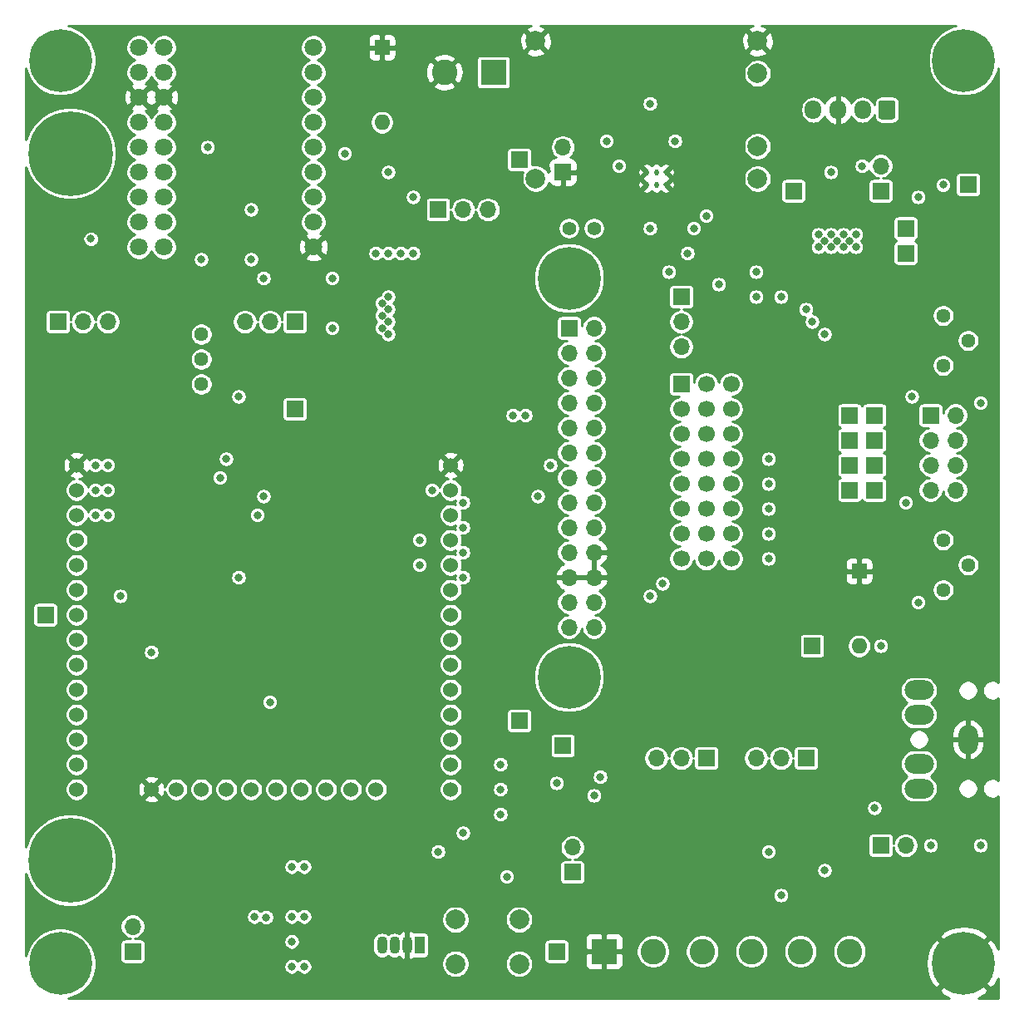
<source format=gbr>
%TF.GenerationSoftware,KiCad,Pcbnew,5.1.9*%
%TF.CreationDate,2021-01-12T21:48:28+01:00*%
%TF.ProjectId,pcb_motherboard_dev,7063625f-6d6f-4746-9865-72626f617264,rev?*%
%TF.SameCoordinates,Original*%
%TF.FileFunction,Copper,L3,Inr*%
%TF.FilePolarity,Positive*%
%FSLAX46Y46*%
G04 Gerber Fmt 4.6, Leading zero omitted, Abs format (unit mm)*
G04 Created by KiCad (PCBNEW 5.1.9) date 2021-01-12 21:48:28*
%MOMM*%
%LPD*%
G01*
G04 APERTURE LIST*
%TA.AperFunction,ComponentPad*%
%ADD10R,1.700000X1.700000*%
%TD*%
%TA.AperFunction,ComponentPad*%
%ADD11C,1.524000*%
%TD*%
%TA.AperFunction,ComponentPad*%
%ADD12C,0.500000*%
%TD*%
%TA.AperFunction,ComponentPad*%
%ADD13C,1.800000*%
%TD*%
%TA.AperFunction,ComponentPad*%
%ADD14O,1.600000X1.600000*%
%TD*%
%TA.AperFunction,ComponentPad*%
%ADD15R,1.600000X1.600000*%
%TD*%
%TA.AperFunction,ComponentPad*%
%ADD16O,1.700000X1.700000*%
%TD*%
%TA.AperFunction,ComponentPad*%
%ADD17O,3.000000X2.000000*%
%TD*%
%TA.AperFunction,ComponentPad*%
%ADD18O,2.000000X3.000000*%
%TD*%
%TA.AperFunction,ComponentPad*%
%ADD19C,1.700000*%
%TD*%
%TA.AperFunction,ComponentPad*%
%ADD20C,2.000000*%
%TD*%
%TA.AperFunction,ComponentPad*%
%ADD21C,0.800000*%
%TD*%
%TA.AperFunction,ComponentPad*%
%ADD22C,6.400000*%
%TD*%
%TA.AperFunction,ComponentPad*%
%ADD23C,0.900000*%
%TD*%
%TA.AperFunction,ComponentPad*%
%ADD24C,8.600000*%
%TD*%
%TA.AperFunction,ComponentPad*%
%ADD25C,1.440000*%
%TD*%
%TA.AperFunction,ComponentPad*%
%ADD26C,2.600000*%
%TD*%
%TA.AperFunction,ComponentPad*%
%ADD27R,2.600000X2.600000*%
%TD*%
%TA.AperFunction,ComponentPad*%
%ADD28O,1.700000X1.950000*%
%TD*%
%TA.AperFunction,ComponentPad*%
%ADD29O,1.070000X1.800000*%
%TD*%
%TA.AperFunction,ComponentPad*%
%ADD30R,1.070000X1.800000*%
%TD*%
%TA.AperFunction,ComponentPad*%
%ADD31C,1.400000*%
%TD*%
%TA.AperFunction,ViaPad*%
%ADD32C,0.800000*%
%TD*%
%TA.AperFunction,ViaPad*%
%ADD33C,4.100000*%
%TD*%
%TA.AperFunction,Conductor*%
%ADD34C,0.254000*%
%TD*%
%TA.AperFunction,Conductor*%
%ADD35C,0.100000*%
%TD*%
G04 APERTURE END LIST*
D10*
%TO.N,/CONTROLLER/BLUE*%
%TO.C,TP22*%
X108878399Y-116641429D03*
%TD*%
%TO.N,/POWER/BAT-*%
%TO.C,TP6*%
X154598399Y-62031429D03*
%TD*%
%TO.N,Net-(Q1-Pad2)*%
%TO.C,TP4*%
X148248399Y-66476429D03*
%TD*%
%TO.N,Net-(Q1-Pad4)*%
%TO.C,TP1*%
X148248399Y-69016429D03*
%TD*%
D11*
%TO.N,GND*%
%TO.C,U8*%
X101893399Y-90606429D03*
%TO.N,/CONTROLLER/IO_23|VMOSI*%
X101893399Y-93146429D03*
%TO.N,/CONTROLLER/IO_22|SCL*%
X101893399Y-95686429D03*
%TO.N,/ft232/RXD*%
X101893399Y-98226429D03*
%TO.N,/CONTROLLER/RXD*%
X101893399Y-100766429D03*
%TO.N,/CONTROLLER/IO_21|SDA*%
X101893399Y-103306429D03*
%TO.N,N/C*%
X101893399Y-105846429D03*
%TO.N,/CONTROLLER/IO_19|VMISO*%
X101893399Y-108386429D03*
%TO.N,/CONTROLLER/IO_18|VCLK*%
X101893399Y-110926429D03*
%TO.N,/CONTROLLER/IO_5|V~CS*%
X101893399Y-113466429D03*
%TO.N,/CONTROLLER/BLUE*%
X101893399Y-116006429D03*
%TO.N,/CONTROLLER/GREEN*%
X101893399Y-118546429D03*
%TO.N,/CONTROLLER/DQ*%
X101893399Y-121086429D03*
%TO.N,/CONTROLLER/SS*%
X101893399Y-123626429D03*
%TO.N,/CONTROLLER/CLK*%
X94273399Y-123626429D03*
%TO.N,/CONTROLLER/RED*%
X91733399Y-123626429D03*
%TO.N,N/C*%
X89193399Y-123626429D03*
X86653399Y-123626429D03*
X84113399Y-123626429D03*
X81573399Y-123626429D03*
X79033399Y-123626429D03*
X76493399Y-123626429D03*
%TO.N,/CONTROLLER/HMOSI*%
X73953399Y-123626429D03*
%TO.N,GND*%
X71413399Y-123626429D03*
%TO.N,/CONTROLLER/HMISO*%
X63793399Y-123626429D03*
%TO.N,/CONTROLLER/HCLK*%
X63793399Y-121086429D03*
%TO.N,/CONTROLLER/SYNC*%
X63793399Y-118546429D03*
%TO.N,/CONTROLLER/IO_26|DAC2*%
X63793399Y-116006429D03*
%TO.N,/CONTROLLER/IO_25|DAC1*%
X63793399Y-113466429D03*
%TO.N,Net-(C19-Pad1)*%
X63793399Y-110926429D03*
%TO.N,Net-(C18-Pad2)*%
X63793399Y-108386429D03*
%TO.N,/CONTROLLER/BATMON*%
X63793399Y-105846429D03*
%TO.N,/CONTROLLER/OWB_SENSE*%
X63793399Y-103306429D03*
%TO.N,/CONTROLLER/I_39|ADC1_3*%
X63793399Y-100766429D03*
%TO.N,/CONTROLLER/I_36|ADC1_0*%
X63793399Y-98226429D03*
%TO.N,/CONTROLLER/RTS*%
X63793399Y-95686429D03*
%TO.N,+3V3*%
X63793399Y-93146429D03*
%TO.N,GND*%
X63793399Y-90606429D03*
%TD*%
D12*
%TO.N,GND*%
%TO.C,U1*%
X123848399Y-62046429D03*
X123848399Y-60746429D03*
X122848399Y-62046429D03*
X122848399Y-60746429D03*
X121848399Y-62046429D03*
X121848399Y-60746429D03*
%TD*%
D13*
%TO.N,Net-(U10-Pad1)*%
%TO.C,U10*%
X72683399Y-48061429D03*
%TO.N,Net-(U10-Pad2)*%
X72683399Y-50601429D03*
%TO.N,GND*%
X72683399Y-53141429D03*
%TO.N,Net-(U10-Pad4)*%
X72683399Y-55681429D03*
%TO.N,Net-(R11-Pad1)*%
X72683399Y-58221429D03*
%TO.N,+3V3*%
X72683399Y-60761429D03*
%TO.N,Net-(R19-Pad1)*%
X72683399Y-63301429D03*
%TO.N,/CONTROLLER/DTR*%
X72683399Y-65841429D03*
%TO.N,Net-(R18-Pad1)*%
X72683399Y-68381429D03*
%TO.N,GND*%
X87923399Y-68381429D03*
%TO.N,N/C*%
X87923399Y-65841429D03*
X87923399Y-63301429D03*
%TO.N,+5V*%
X87923399Y-60761429D03*
%TO.N,N/C*%
X87923399Y-58221429D03*
X87923399Y-55681429D03*
X87923399Y-53141429D03*
X87923399Y-50601429D03*
X87923399Y-48061429D03*
%TO.N,Net-(R18-Pad1)*%
X70143399Y-68381429D03*
%TO.N,/CONTROLLER/DTR*%
X70143399Y-65841429D03*
%TO.N,Net-(R19-Pad1)*%
X70143399Y-63301429D03*
%TO.N,+3V3*%
X70143399Y-60761429D03*
%TO.N,Net-(R11-Pad1)*%
X70143399Y-58221429D03*
%TO.N,Net-(U10-Pad4)*%
X70143399Y-55681429D03*
%TO.N,GND*%
X70143399Y-53141429D03*
%TO.N,Net-(U10-Pad2)*%
X70143399Y-50601429D03*
%TO.N,Net-(U10-Pad1)*%
X70143399Y-48061429D03*
%TD*%
D10*
%TO.N,/sim_loadcell/E-*%
%TO.C,TP21*%
X142533399Y-93146429D03*
%TD*%
%TO.N,/sim_loadcell/E-*%
%TO.C,TP20*%
X145073399Y-93146429D03*
%TD*%
%TO.N,/sim_loadcell/B-*%
%TO.C,TP19*%
X142533399Y-90606429D03*
%TD*%
%TO.N,/sim_loadcell/A-*%
%TO.C,TP18*%
X145073399Y-90606429D03*
%TD*%
%TO.N,/sim_loadcell/B+*%
%TO.C,TP17*%
X142533399Y-88066429D03*
%TD*%
%TO.N,/sim_loadcell/A+*%
%TO.C,TP16*%
X145073399Y-88066429D03*
%TD*%
%TO.N,/sim_loadcell/E+*%
%TO.C,TP15*%
X142533399Y-85526429D03*
%TD*%
%TO.N,/sim_loadcell/E+*%
%TO.C,TP14*%
X145073399Y-85526429D03*
%TD*%
%TO.N,/CONTROLLER/DQ*%
%TO.C,TP12*%
X113323399Y-119181429D03*
%TD*%
%TO.N,/CONTROLLER/OWB_SENSE*%
%TO.C,TP11*%
X138723399Y-109021429D03*
%TD*%
%TO.N,/CONTROLLER/SYNC*%
%TO.C,TP10*%
X112688399Y-140136429D03*
%TD*%
%TO.N,Net-(C23-Pad1)*%
%TO.C,TP9*%
X86018399Y-84891429D03*
%TD*%
%TO.N,/CONTROLLER/BATMON*%
%TO.C,TP8*%
X60618399Y-105846429D03*
%TD*%
%TO.N,/DC_IN*%
%TO.C,TP5*%
X108878399Y-59491429D03*
%TD*%
%TO.N,Net-(C4-Pad1)*%
%TO.C,TP3*%
X136818399Y-62666429D03*
%TD*%
D14*
%TO.N,/CONTROLLER/OWB_SENSE*%
%TO.C,SW3*%
X143510000Y-109021429D03*
D15*
%TO.N,GND*%
X143510000Y-101401429D03*
%TD*%
D16*
%TO.N,Net-(JP8-Pad3)*%
%TO.C,JP8*%
X133008399Y-120451429D03*
%TO.N,/CONTROLLER/DQ*%
X135548399Y-120451429D03*
D10*
%TO.N,Net-(D3-Pad3)*%
X138088399Y-120451429D03*
%TD*%
D17*
%TO.N,Net-(J5-PadT)*%
%TO.C,J5*%
X149598399Y-113546429D03*
%TO.N,N/C*%
X149598399Y-116046429D03*
X149598399Y-121046429D03*
%TO.N,Net-(J5-PadR)*%
X149598399Y-123546429D03*
D18*
%TO.N,GND*%
X154598399Y-118546429D03*
%TD*%
D19*
%TO.N,+3V3*%
%TO.C,U12*%
X130468399Y-100131429D03*
X130468399Y-97591429D03*
X130468399Y-95051429D03*
X130468399Y-92511429D03*
X130468399Y-89971429D03*
X130468399Y-87431429D03*
X130468399Y-84891429D03*
X130468399Y-82351429D03*
%TO.N,/CONTROLLER/BITH*%
X127928399Y-100131429D03*
%TO.N,/CONTROLLER/BITG*%
X127928399Y-97591429D03*
%TO.N,/CONTROLLER/BITF*%
X127928399Y-95051429D03*
%TO.N,/CONTROLLER/BITE*%
X127928399Y-92511429D03*
%TO.N,/CONTROLLER/BITD*%
X127928399Y-89971429D03*
%TO.N,/CONTROLLER/BITC*%
X127928399Y-87431429D03*
%TO.N,/CONTROLLER/BITB*%
X127928399Y-84891429D03*
%TO.N,/CONTROLLER/BITA*%
X127928399Y-82351429D03*
%TO.N,/CONTROLLER/H*%
X125388399Y-100131429D03*
%TO.N,/CONTROLLER/G*%
X125388399Y-97591429D03*
%TO.N,/CONTROLLER/F*%
X125388399Y-95051429D03*
%TO.N,/CONTROLLER/E*%
X125388399Y-92511429D03*
%TO.N,/CONTROLLER/D*%
X125388399Y-89971429D03*
%TO.N,/CONTROLLER/C*%
X125388399Y-87431429D03*
%TO.N,/CONTROLLER/B*%
X125388399Y-84891429D03*
D10*
%TO.N,/CONTROLLER/A*%
X125388399Y-82351429D03*
%TD*%
D20*
%TO.N,Net-(C4-Pad1)*%
%TO.C,U3*%
X133163399Y-61411429D03*
X133163399Y-58111429D03*
%TO.N,/POWER/BAT-*%
X133163399Y-50711429D03*
%TO.N,GND*%
X133163399Y-47411429D03*
X110563399Y-47411429D03*
%TO.N,/DC_IN*%
X110563399Y-61411429D03*
%TD*%
D16*
%TO.N,V+*%
%TO.C,TP13*%
X114300000Y-129540000D03*
D10*
%TO.N,Net-(J6-Pad2)*%
X114300000Y-132080000D03*
%TD*%
D16*
%TO.N,+3V3*%
%TO.C,TP7*%
X69508399Y-137596429D03*
D10*
%TO.N,Net-(L1-Pad2)*%
X69508399Y-140136429D03*
%TD*%
D16*
%TO.N,/POWER/BAT+*%
%TO.C,TP2*%
X145708399Y-60126429D03*
D10*
%TO.N,Net-(C4-Pad1)*%
X145708399Y-62666429D03*
%TD*%
D21*
%TO.N,GND*%
%TO.C,H4*%
X155855455Y-139684373D03*
X154158399Y-138981429D03*
X152461343Y-139684373D03*
X151758399Y-141381429D03*
X152461343Y-143078485D03*
X154158399Y-143781429D03*
X155855455Y-143078485D03*
X156558399Y-141381429D03*
D22*
X154158399Y-141381429D03*
%TD*%
D21*
%TO.N,N/C*%
%TO.C,H3*%
X155855455Y-47684373D03*
X154158399Y-46981429D03*
X152461343Y-47684373D03*
X151758399Y-49381429D03*
X152461343Y-51078485D03*
X154158399Y-51781429D03*
X155855455Y-51078485D03*
X156558399Y-49381429D03*
D22*
X154158399Y-49381429D03*
%TD*%
D21*
%TO.N,N/C*%
%TO.C,H2*%
X63855455Y-47684373D03*
X62158399Y-46981429D03*
X60461343Y-47684373D03*
X59758399Y-49381429D03*
X60461343Y-51078485D03*
X62158399Y-51781429D03*
X63855455Y-51078485D03*
X64558399Y-49381429D03*
D22*
X62158399Y-49381429D03*
%TD*%
D21*
%TO.N,N/C*%
%TO.C,H8*%
X63855455Y-139684373D03*
X62158399Y-138981429D03*
X60461343Y-139684373D03*
X59758399Y-141381429D03*
X60461343Y-143078485D03*
X62158399Y-143781429D03*
X63855455Y-143078485D03*
X64558399Y-141381429D03*
D22*
X62158399Y-141381429D03*
%TD*%
D14*
%TO.N,Net-(Q6-Pad2)*%
%TO.C,SW2*%
X94908399Y-55681429D03*
D15*
%TO.N,GND*%
X94908399Y-48061429D03*
%TD*%
D16*
%TO.N,V+*%
%TO.C,J7*%
X116498399Y-107116429D03*
X113958399Y-107116429D03*
%TO.N,+3V3*%
X116498399Y-104576429D03*
X113958399Y-104576429D03*
%TO.N,GND*%
X116498399Y-102036429D03*
X113958399Y-102036429D03*
X116498399Y-99496429D03*
%TO.N,/CONTROLLER/OWB*%
X113958399Y-99496429D03*
%TO.N,/CONTROLLER/H*%
X116498399Y-96956429D03*
%TO.N,/CONTROLLER/G*%
X113958399Y-96956429D03*
%TO.N,/CONTROLLER/F*%
X116498399Y-94416429D03*
%TO.N,/CONTROLLER/E*%
X113958399Y-94416429D03*
%TO.N,/CONTROLLER/D*%
X116498399Y-91876429D03*
%TO.N,/CONTROLLER/C*%
X113958399Y-91876429D03*
%TO.N,/CONTROLLER/B*%
X116498399Y-89336429D03*
%TO.N,/CONTROLLER/A*%
X113958399Y-89336429D03*
%TO.N,/CONTROLLER/I_36|ADC1_0*%
X116498399Y-86796429D03*
%TO.N,/CONTROLLER/I_39|ADC1_3*%
X113958399Y-86796429D03*
%TO.N,/CONTROLLER/IO_25|DAC1*%
X116498399Y-84256429D03*
%TO.N,/CONTROLLER/IO_26|DAC2*%
X113958399Y-84256429D03*
%TO.N,/CONTROLLER/IO_21|SDA*%
X116498399Y-81716429D03*
%TO.N,/CONTROLLER/IO_22|SCL*%
X113958399Y-81716429D03*
%TO.N,/CONTROLLER/IO_18|VCLK*%
X116498399Y-79176429D03*
%TO.N,/CONTROLLER/IO_5|V~CS*%
X113958399Y-79176429D03*
%TO.N,/CONTROLLER/IO_23|VMOSI*%
X116498399Y-76636429D03*
D10*
%TO.N,/CONTROLLER/IO_19|VMISO*%
X113958399Y-76636429D03*
%TD*%
D16*
%TO.N,Net-(JP4-Pad3)*%
%TO.C,JP4*%
X125388399Y-78541429D03*
%TO.N,/CONTROLLER/BLUE*%
X125388399Y-76001429D03*
D10*
%TO.N,Net-(JP4-Pad1)*%
X125388399Y-73461429D03*
%TD*%
D23*
%TO.N,N/C*%
%TO.C,H7*%
X65438818Y-56576010D03*
X63158399Y-55631429D03*
X60877980Y-56576010D03*
X59933399Y-58856429D03*
X60877980Y-61136848D03*
X63158399Y-62081429D03*
X65438818Y-61136848D03*
X66383399Y-58856429D03*
D24*
X63158399Y-58856429D03*
%TD*%
D20*
%TO.N,+3V3*%
%TO.C,SW1*%
X102378399Y-141406429D03*
%TO.N,Net-(R20-Pad1)*%
X102378399Y-136906429D03*
%TO.N,+3V3*%
X108878399Y-141406429D03*
%TO.N,Net-(R20-Pad1)*%
X108878399Y-136906429D03*
%TD*%
D25*
%TO.N,Net-(R51-Pad2)*%
%TO.C,RV3*%
X76493399Y-77271429D03*
%TO.N,Net-(C23-Pad1)*%
X76493399Y-79811429D03*
%TO.N,Net-(R52-Pad1)*%
X76493399Y-82351429D03*
%TD*%
%TO.N,Net-(R47-Pad1)*%
%TO.C,RV2*%
X152058399Y-103306429D03*
%TO.N,/sim_loadcell/B+*%
X154598399Y-100766429D03*
%TO.N,Net-(R46-Pad2)*%
X152058399Y-98226429D03*
%TD*%
%TO.N,Net-(R43-Pad1)*%
%TO.C,RV1*%
X152058399Y-80446429D03*
%TO.N,/sim_loadcell/A+*%
X154598399Y-77906429D03*
%TO.N,Net-(R42-Pad2)*%
X152058399Y-75366429D03*
%TD*%
D16*
%TO.N,Net-(JP7-Pad2)*%
%TO.C,JP7*%
X148248399Y-129341429D03*
D10*
%TO.N,/CONTROLLER/SYNC*%
X145708399Y-129341429D03*
%TD*%
D16*
%TO.N,Net-(JP6-Pad3)*%
%TO.C,JP6*%
X122848399Y-120451429D03*
%TO.N,/CONTROLLER/DQ*%
X125388399Y-120451429D03*
D10*
%TO.N,/CONTROLLER/OWB*%
X127928399Y-120451429D03*
%TD*%
D16*
%TO.N,/CONTROLLER/DTR*%
%TO.C,JP5*%
X66968399Y-76001429D03*
%TO.N,/CONTROLLER/SH*%
X64428399Y-76001429D03*
D10*
%TO.N,Net-(JP5-Pad1)*%
X61888399Y-76001429D03*
%TD*%
D16*
%TO.N,Net-(JP3-Pad3)*%
%TO.C,JP3*%
X80938399Y-76001429D03*
%TO.N,Net-(JP3-Pad2)*%
X83478399Y-76001429D03*
D10*
%TO.N,V+*%
X86018399Y-76001429D03*
%TD*%
D16*
%TO.N,Net-(J1-Pad1)*%
%TO.C,JP2*%
X105703399Y-64571429D03*
%TO.N,/DC_IN*%
X103163399Y-64571429D03*
D10*
%TO.N,+5V*%
X100623399Y-64571429D03*
%TD*%
%TO.N,GND*%
%TO.C,JP1*%
X113323399Y-60761429D03*
D16*
%TO.N,/POWER/TEMP*%
X113323399Y-58221429D03*
%TD*%
D26*
%TO.N,Net-(J6-Pad6)*%
%TO.C,J6*%
X142533399Y-140136429D03*
%TO.N,Net-(J6-Pad5)*%
X137533399Y-140136429D03*
%TO.N,Net-(J6-Pad4)*%
X132533399Y-140136429D03*
%TO.N,Net-(J6-Pad3)*%
X127533399Y-140136429D03*
%TO.N,Net-(J6-Pad2)*%
X122533399Y-140136429D03*
D27*
%TO.N,GND*%
X117533399Y-140136429D03*
%TD*%
D16*
%TO.N,/sim_loadcell/E-*%
%TO.C,J4*%
X153328399Y-93146429D03*
X150788399Y-93146429D03*
%TO.N,/sim_loadcell/B-*%
X153328399Y-90606429D03*
%TO.N,/sim_loadcell/A-*%
X150788399Y-90606429D03*
%TO.N,/sim_loadcell/B+*%
X153328399Y-88066429D03*
%TO.N,/sim_loadcell/A+*%
X150788399Y-88066429D03*
%TO.N,/sim_loadcell/E+*%
X153328399Y-85526429D03*
D10*
X150788399Y-85526429D03*
%TD*%
D28*
%TO.N,/POWER/TEMP*%
%TO.C,J2*%
X138843399Y-54411429D03*
%TO.N,GND*%
X141343399Y-54411429D03*
%TO.N,/POWER/BAT-*%
X143843399Y-54411429D03*
%TO.N,/POWER/BAT+*%
%TA.AperFunction,ComponentPad*%
G36*
G01*
X147193399Y-53686429D02*
X147193399Y-55136429D01*
G75*
G02*
X146943399Y-55386429I-250000J0D01*
G01*
X145743399Y-55386429D01*
G75*
G02*
X145493399Y-55136429I0J250000D01*
G01*
X145493399Y-53686429D01*
G75*
G02*
X145743399Y-53436429I250000J0D01*
G01*
X146943399Y-53436429D01*
G75*
G02*
X147193399Y-53686429I0J-250000D01*
G01*
G37*
%TD.AperFunction*%
%TD*%
D26*
%TO.N,GND*%
%TO.C,J1*%
X101258399Y-50601429D03*
D27*
%TO.N,Net-(J1-Pad1)*%
X106258399Y-50601429D03*
%TD*%
D29*
%TO.N,Net-(D9-Pad4)*%
%TO.C,D9*%
X94908399Y-139501429D03*
%TO.N,Net-(D9-Pad3)*%
X96178399Y-139501429D03*
%TO.N,GND*%
X97448399Y-139501429D03*
D30*
%TO.N,Net-(D9-Pad1)*%
X98718399Y-139501429D03*
%TD*%
D21*
%TO.N,Net-(H6-Pad1)*%
%TO.C,H6*%
X115655455Y-69859373D03*
X113958399Y-69156429D03*
X112261343Y-69859373D03*
X111558399Y-71556429D03*
X112261343Y-73253485D03*
X113958399Y-73956429D03*
X115655455Y-73253485D03*
X116358399Y-71556429D03*
D22*
X113958399Y-71556429D03*
%TD*%
D21*
%TO.N,Net-(H5-Pad1)*%
%TO.C,H5*%
X115655455Y-110499373D03*
X113958399Y-109796429D03*
X112261343Y-110499373D03*
X111558399Y-112196429D03*
X112261343Y-113893485D03*
X113958399Y-114596429D03*
X115655455Y-113893485D03*
X116358399Y-112196429D03*
D22*
X113958399Y-112196429D03*
%TD*%
D31*
%TO.N,/POWER/~LED_CHRG*%
%TO.C,J13*%
X113958399Y-66476429D03*
%TO.N,/POWER/~LED_STBY*%
X116498399Y-66476429D03*
%TD*%
D23*
%TO.N,N/C*%
%TO.C,H1*%
X65438818Y-128576010D03*
X63158399Y-127631429D03*
X60877980Y-128576010D03*
X59933399Y-130856429D03*
X60877980Y-133136848D03*
X63158399Y-134081429D03*
X65438818Y-133136848D03*
X66383399Y-130856429D03*
D24*
X63158399Y-130856429D03*
%TD*%
D32*
%TO.N,GND*%
X89828399Y-92511429D03*
X97448399Y-92511429D03*
X93638399Y-92511429D03*
X89828399Y-88701429D03*
X89828399Y-84891429D03*
X97448399Y-84891429D03*
X97448399Y-88701429D03*
X93638399Y-84891429D03*
D33*
X93638399Y-88701429D03*
D32*
X138723399Y-60761429D03*
X138723399Y-59491429D03*
X137453399Y-59491429D03*
X137453399Y-60761429D03*
X136183399Y-60761429D03*
X136183399Y-59491429D03*
X81263399Y-132156429D03*
X86978399Y-139141429D03*
X135548399Y-100131429D03*
X129198399Y-58221429D03*
X130468399Y-58221429D03*
X122213399Y-56316429D03*
X108878399Y-66476429D03*
X81573399Y-62031429D03*
X81573399Y-67111429D03*
X77128399Y-60761429D03*
X82208399Y-138866429D03*
X80303399Y-138866429D03*
X82844814Y-140131202D03*
X77128399Y-139501429D03*
X77763399Y-136961429D03*
X77763399Y-134421429D03*
X75223399Y-128706429D03*
X83478399Y-128706429D03*
X85383399Y-143946429D03*
X73953399Y-143946429D03*
X94273399Y-118546429D03*
X91733399Y-118546429D03*
X68873399Y-118546429D03*
X115863399Y-60761429D03*
X115863399Y-56316429D03*
X129198399Y-73461429D03*
X133008399Y-72191429D03*
X152693399Y-133786429D03*
X148248399Y-133151429D03*
X68238399Y-109656429D03*
X73953399Y-109656429D03*
X76493399Y-109656429D03*
X72048399Y-114736429D03*
X72048399Y-104576429D03*
X68873399Y-89336429D03*
X68873399Y-91876429D03*
X68873399Y-94416429D03*
X68873399Y-96956429D03*
X75223399Y-109656429D03*
X136183399Y-80446429D03*
X146978399Y-127436429D03*
X129198399Y-117911429D03*
X131738399Y-116641429D03*
X139358399Y-117911429D03*
X145073399Y-111561429D03*
X124118399Y-116641429D03*
X99988399Y-74604429D03*
X101258399Y-74604429D03*
X99988399Y-77144429D03*
X101258399Y-77144429D03*
X99734399Y-72318429D03*
X101258399Y-72318429D03*
X93638399Y-76636429D03*
X71413399Y-72826429D03*
X65698399Y-74731429D03*
X80303399Y-88066429D03*
X77763399Y-78541429D03*
X75223399Y-78541429D03*
X87923399Y-74731429D03*
X89193399Y-74731429D03*
X89193399Y-74731429D03*
X102528399Y-79176429D03*
X133008399Y-126166429D03*
X155868399Y-65841429D03*
X93638399Y-82986429D03*
X121578399Y-70286429D03*
X95543399Y-84891429D03*
X91733399Y-84891429D03*
X91733399Y-92511429D03*
X95543399Y-92511429D03*
X89828399Y-90606429D03*
X89828399Y-86796429D03*
X97448399Y-86796429D03*
X97448399Y-90606429D03*
X95543399Y-90606429D03*
X95543399Y-86796429D03*
X91733399Y-86796429D03*
X91733399Y-90606429D03*
%TO.N,Net-(C1-Pad1)*%
X119038399Y-60126429D03*
X124753399Y-57586429D03*
%TO.N,+3V3*%
X107608399Y-132516429D03*
X86978399Y-141681429D03*
X86978399Y-136601429D03*
X86978399Y-131521429D03*
X81573399Y-64571429D03*
X81573399Y-69651429D03*
X133008399Y-70921429D03*
X129198399Y-72191429D03*
X106973399Y-126166429D03*
X155868399Y-129341429D03*
X71413399Y-109656429D03*
X65698399Y-95686429D03*
X65698399Y-93146429D03*
X65698399Y-90606429D03*
X66968399Y-90606429D03*
X66968399Y-93146429D03*
X66968399Y-95686429D03*
X106973399Y-121086429D03*
X68238399Y-103941429D03*
X145073399Y-125531429D03*
X95543399Y-73461429D03*
X94908399Y-74096429D03*
X95543399Y-74731429D03*
X94908399Y-75366429D03*
X95543399Y-76001429D03*
X94908399Y-76636429D03*
X95543399Y-77271429D03*
X65240899Y-67568929D03*
X139993399Y-131881429D03*
X134278399Y-129976429D03*
X83478399Y-114736429D03*
X145708399Y-109021429D03*
%TO.N,Net-(C11-Pad1)*%
X81898399Y-136601429D03*
X83096292Y-136673536D03*
%TO.N,/CONTROLLER/OWB_SENSE*%
X116498399Y-124261429D03*
%TO.N,/CONTROLLER/DQ*%
X117133407Y-122356429D03*
%TO.N,/CONTROLLER/RXD*%
X98718399Y-100766429D03*
X82208399Y-95686429D03*
X76493399Y-69651429D03*
X78398399Y-91876429D03*
%TO.N,/POWER/TEMP*%
X117768399Y-57586429D03*
%TO.N,/POWER/~LED_CHRG*%
X122213399Y-66476429D03*
%TO.N,/POWER/~LED_STBY*%
X124118399Y-70921429D03*
%TO.N,/CONTROLLER/HCLK*%
X85708399Y-139141429D03*
%TO.N,Net-(J8-Pad8)*%
X85708399Y-141681429D03*
%TO.N,Net-(J8-Pad1)*%
X85708399Y-131521429D03*
%TO.N,/CONTROLLER/HMOSI*%
X85708399Y-136601429D03*
%TO.N,/CONTROLLER/I_39|ADC1_3*%
X103163399Y-96956429D03*
%TO.N,/CONTROLLER/I_36|ADC1_0*%
X103163399Y-94416429D03*
%TO.N,/CONTROLLER/IO_5|V~CS*%
X109513399Y-85526429D03*
%TO.N,/CONTROLLER/IO_19|VMISO*%
X99988399Y-93146429D03*
%TO.N,/CONTROLLER/IO_18|VCLK*%
X108243399Y-85526429D03*
%TO.N,/CONTROLLER/IO_25|DAC1*%
X112053399Y-90606429D03*
X103163399Y-99496429D03*
%TO.N,/CONTROLLER/IO_26|DAC2*%
X103163399Y-102036429D03*
X110783399Y-93781429D03*
%TO.N,/CONTROLLER/BLUE*%
X122213399Y-103941429D03*
%TO.N,Net-(Q1-Pad2)*%
X140628399Y-60761429D03*
X149518399Y-63301429D03*
%TO.N,Net-(Q1-Pad4)*%
X143803399Y-60126429D03*
X152058399Y-62061431D03*
%TO.N,Net-(Q1-Pad5)*%
X143168399Y-67111429D03*
X141898399Y-67111429D03*
X140628399Y-67111429D03*
X139358399Y-67111429D03*
X139993399Y-67746429D03*
X141263399Y-67746429D03*
X142533399Y-67746429D03*
X143168399Y-68381429D03*
X141898399Y-68381429D03*
X140628399Y-68381429D03*
X139358399Y-68381429D03*
%TO.N,Net-(R3-Pad1)*%
X89828399Y-71556429D03*
X89828399Y-76636429D03*
%TO.N,/CONTROLLER/CLK*%
X103163399Y-128071429D03*
%TO.N,V+*%
X94273399Y-69016429D03*
X95543399Y-69016429D03*
X96813399Y-69016429D03*
X98083399Y-69016429D03*
%TO.N,Net-(D7-Pad2)*%
X126658399Y-66476429D03*
%TO.N,Net-(D8-Pad2)*%
X126023399Y-69016429D03*
%TO.N,Net-(D10-Pad1)*%
X150788399Y-129341429D03*
%TO.N,/sim_loadcell/E-*%
X149518399Y-104576429D03*
X148883399Y-83621429D03*
%TO.N,/sim_loadcell/A-*%
X155868399Y-84256429D03*
%TO.N,/sim_loadcell/E+*%
X148248399Y-94416429D03*
%TO.N,Net-(JP3-Pad3)*%
X80303399Y-83621429D03*
%TO.N,Net-(JP3-Pad2)*%
X80303399Y-102036429D03*
%TO.N,/CONTROLLER/SH*%
X106973399Y-123626429D03*
X112688399Y-122991429D03*
%TO.N,/ft232/RXD*%
X98718399Y-98226429D03*
X82843399Y-93781429D03*
X79033399Y-89971429D03*
X77128399Y-58221429D03*
%TO.N,/CONTROLLER/BITH*%
X134278399Y-100131429D03*
X139993399Y-77271429D03*
%TO.N,/CONTROLLER/BITG*%
X134278399Y-97591429D03*
X138723399Y-76001429D03*
%TO.N,/CONTROLLER/BITF*%
X134278399Y-95051429D03*
X138088399Y-74731429D03*
%TO.N,/CONTROLLER/BITE*%
X134278399Y-92511429D03*
X135548399Y-73461429D03*
%TO.N,/CONTROLLER/BITD*%
X134278399Y-89971429D03*
X133008399Y-73461429D03*
%TO.N,Net-(D1-Pad1)*%
X95543399Y-60761429D03*
%TO.N,Net-(D11-Pad1)*%
X91098399Y-58856429D03*
%TO.N,Net-(Q6-Pad2)*%
X98083399Y-63301429D03*
%TO.N,/CONTROLLER/OWB*%
X123483399Y-102671429D03*
%TO.N,/DC_IN*%
X127928399Y-65206429D03*
X122213399Y-53776429D03*
X82843399Y-71556429D03*
%TO.N,Net-(R21-Pad1)*%
X135548399Y-134421429D03*
%TO.N,/CONTROLLER/SS*%
X100623399Y-129976429D03*
%TD*%
D34*
%TO.N,GND*%
X109877311Y-45918634D02*
X109703355Y-46011615D01*
X109607591Y-46276016D01*
X110563399Y-47231824D01*
X111519207Y-46276016D01*
X111423443Y-46011615D01*
X111133828Y-45870725D01*
X110991577Y-45833429D01*
X132723945Y-45833429D01*
X132477311Y-45918634D01*
X132303355Y-46011615D01*
X132207591Y-46276016D01*
X133163399Y-47231824D01*
X134119207Y-46276016D01*
X134023443Y-46011615D01*
X133733828Y-45870725D01*
X133591577Y-45833429D01*
X153404009Y-45833429D01*
X153100442Y-45893812D01*
X152440370Y-46167223D01*
X151846321Y-46564154D01*
X151341124Y-47069351D01*
X150944193Y-47663400D01*
X150670782Y-48323472D01*
X150531399Y-49024201D01*
X150531399Y-49738657D01*
X150670782Y-50439386D01*
X150944193Y-51099458D01*
X151341124Y-51693507D01*
X151846321Y-52198704D01*
X152440370Y-52595635D01*
X153100442Y-52869046D01*
X153801171Y-53008429D01*
X154515627Y-53008429D01*
X155216356Y-52869046D01*
X155876428Y-52595635D01*
X156470477Y-52198704D01*
X156975674Y-51693507D01*
X157372605Y-51099458D01*
X157646016Y-50439386D01*
X157706399Y-50135819D01*
X157706400Y-112717520D01*
X157584866Y-112636314D01*
X157397964Y-112558896D01*
X157199550Y-112519429D01*
X156997248Y-112519429D01*
X156798834Y-112558896D01*
X156611932Y-112636314D01*
X156443725Y-112748706D01*
X156300676Y-112891755D01*
X156188284Y-113059962D01*
X156110866Y-113246864D01*
X156071399Y-113445278D01*
X156071399Y-113647580D01*
X156110866Y-113845994D01*
X156188284Y-114032896D01*
X156300676Y-114201103D01*
X156443725Y-114344152D01*
X156611932Y-114456544D01*
X156798834Y-114533962D01*
X156997248Y-114573429D01*
X157199550Y-114573429D01*
X157397964Y-114533962D01*
X157584866Y-114456544D01*
X157706400Y-114375338D01*
X157706400Y-122717520D01*
X157584866Y-122636314D01*
X157397964Y-122558896D01*
X157199550Y-122519429D01*
X156997248Y-122519429D01*
X156798834Y-122558896D01*
X156611932Y-122636314D01*
X156443725Y-122748706D01*
X156300676Y-122891755D01*
X156188284Y-123059962D01*
X156110866Y-123246864D01*
X156071399Y-123445278D01*
X156071399Y-123647580D01*
X156110866Y-123845994D01*
X156188284Y-124032896D01*
X156300676Y-124201103D01*
X156443725Y-124344152D01*
X156611932Y-124456544D01*
X156798834Y-124533962D01*
X156997248Y-124573429D01*
X157199550Y-124573429D01*
X157397964Y-124533962D01*
X157584866Y-124456544D01*
X157706400Y-124375338D01*
X157706400Y-139888473D01*
X157375954Y-139260759D01*
X157348947Y-139220341D01*
X156859280Y-138860153D01*
X154338004Y-141381429D01*
X156859280Y-143902705D01*
X157348947Y-143542517D01*
X157706400Y-142883795D01*
X157706400Y-144929429D01*
X155651357Y-144929429D01*
X156279069Y-144598984D01*
X156319487Y-144571977D01*
X156679675Y-144082310D01*
X154158399Y-141561034D01*
X151637123Y-144082310D01*
X151997311Y-144571977D01*
X152656031Y-144929429D01*
X62912789Y-144929429D01*
X63216356Y-144869046D01*
X63876428Y-144595635D01*
X64470477Y-144198704D01*
X64975674Y-143693507D01*
X65372605Y-143099458D01*
X65646016Y-142439386D01*
X65785399Y-141738657D01*
X65785399Y-141599977D01*
X84881399Y-141599977D01*
X84881399Y-141762881D01*
X84913181Y-141922656D01*
X84975522Y-142073160D01*
X85066027Y-142208610D01*
X85181218Y-142323801D01*
X85316668Y-142414306D01*
X85467172Y-142476647D01*
X85626947Y-142508429D01*
X85789851Y-142508429D01*
X85949626Y-142476647D01*
X86100130Y-142414306D01*
X86235580Y-142323801D01*
X86343399Y-142215982D01*
X86451218Y-142323801D01*
X86586668Y-142414306D01*
X86737172Y-142476647D01*
X86896947Y-142508429D01*
X87059851Y-142508429D01*
X87219626Y-142476647D01*
X87370130Y-142414306D01*
X87505580Y-142323801D01*
X87620771Y-142208610D01*
X87711276Y-142073160D01*
X87773617Y-141922656D01*
X87805399Y-141762881D01*
X87805399Y-141599977D01*
X87773617Y-141440202D01*
X87711276Y-141289698D01*
X87695363Y-141265882D01*
X100951399Y-141265882D01*
X100951399Y-141546976D01*
X101006237Y-141822670D01*
X101113808Y-142082367D01*
X101269975Y-142316089D01*
X101468739Y-142514853D01*
X101702461Y-142671020D01*
X101962158Y-142778591D01*
X102237852Y-142833429D01*
X102518946Y-142833429D01*
X102794640Y-142778591D01*
X103054337Y-142671020D01*
X103288059Y-142514853D01*
X103486823Y-142316089D01*
X103642990Y-142082367D01*
X103750561Y-141822670D01*
X103805399Y-141546976D01*
X103805399Y-141265882D01*
X107451399Y-141265882D01*
X107451399Y-141546976D01*
X107506237Y-141822670D01*
X107613808Y-142082367D01*
X107769975Y-142316089D01*
X107968739Y-142514853D01*
X108202461Y-142671020D01*
X108462158Y-142778591D01*
X108737852Y-142833429D01*
X109018946Y-142833429D01*
X109294640Y-142778591D01*
X109554337Y-142671020D01*
X109788059Y-142514853D01*
X109986823Y-142316089D01*
X110142990Y-142082367D01*
X110250561Y-141822670D01*
X110305399Y-141546976D01*
X110305399Y-141436429D01*
X115595327Y-141436429D01*
X115607587Y-141560911D01*
X115643897Y-141680609D01*
X115702862Y-141790923D01*
X115782214Y-141887614D01*
X115878905Y-141966966D01*
X115989219Y-142025931D01*
X116108917Y-142062241D01*
X116233399Y-142074501D01*
X117247649Y-142071429D01*
X117406399Y-141912679D01*
X117406399Y-140263429D01*
X117660399Y-140263429D01*
X117660399Y-141912679D01*
X117819149Y-142071429D01*
X118833399Y-142074501D01*
X118957881Y-142062241D01*
X119077579Y-142025931D01*
X119187893Y-141966966D01*
X119284584Y-141887614D01*
X119363936Y-141790923D01*
X119422901Y-141680609D01*
X119459211Y-141560911D01*
X119471471Y-141436429D01*
X119468399Y-140422179D01*
X119309649Y-140263429D01*
X117660399Y-140263429D01*
X117406399Y-140263429D01*
X115757149Y-140263429D01*
X115598399Y-140422179D01*
X115595327Y-141436429D01*
X110305399Y-141436429D01*
X110305399Y-141265882D01*
X110250561Y-140990188D01*
X110142990Y-140730491D01*
X109986823Y-140496769D01*
X109788059Y-140298005D01*
X109554337Y-140141838D01*
X109294640Y-140034267D01*
X109018946Y-139979429D01*
X108737852Y-139979429D01*
X108462158Y-140034267D01*
X108202461Y-140141838D01*
X107968739Y-140298005D01*
X107769975Y-140496769D01*
X107613808Y-140730491D01*
X107506237Y-140990188D01*
X107451399Y-141265882D01*
X103805399Y-141265882D01*
X103750561Y-140990188D01*
X103642990Y-140730491D01*
X103486823Y-140496769D01*
X103288059Y-140298005D01*
X103054337Y-140141838D01*
X102794640Y-140034267D01*
X102518946Y-139979429D01*
X102237852Y-139979429D01*
X101962158Y-140034267D01*
X101702461Y-140141838D01*
X101468739Y-140298005D01*
X101269975Y-140496769D01*
X101113808Y-140730491D01*
X101006237Y-140990188D01*
X100951399Y-141265882D01*
X87695363Y-141265882D01*
X87620771Y-141154248D01*
X87505580Y-141039057D01*
X87370130Y-140948552D01*
X87219626Y-140886211D01*
X87059851Y-140854429D01*
X86896947Y-140854429D01*
X86737172Y-140886211D01*
X86586668Y-140948552D01*
X86451218Y-141039057D01*
X86343399Y-141146876D01*
X86235580Y-141039057D01*
X86100130Y-140948552D01*
X85949626Y-140886211D01*
X85789851Y-140854429D01*
X85626947Y-140854429D01*
X85467172Y-140886211D01*
X85316668Y-140948552D01*
X85181218Y-141039057D01*
X85066027Y-141154248D01*
X84975522Y-141289698D01*
X84913181Y-141440202D01*
X84881399Y-141599977D01*
X65785399Y-141599977D01*
X65785399Y-141024201D01*
X65646016Y-140323472D01*
X65372605Y-139663400D01*
X65120721Y-139286429D01*
X68229333Y-139286429D01*
X68229333Y-140986429D01*
X68237577Y-141070136D01*
X68261994Y-141150625D01*
X68301644Y-141224805D01*
X68355004Y-141289824D01*
X68420023Y-141343184D01*
X68494203Y-141382834D01*
X68574692Y-141407251D01*
X68658399Y-141415495D01*
X70358399Y-141415495D01*
X70442106Y-141407251D01*
X70522595Y-141382834D01*
X70596775Y-141343184D01*
X70661794Y-141289824D01*
X70715154Y-141224805D01*
X70754804Y-141150625D01*
X70779221Y-141070136D01*
X70787465Y-140986429D01*
X70787465Y-139286429D01*
X70779221Y-139202722D01*
X70754804Y-139122233D01*
X70721528Y-139059977D01*
X84881399Y-139059977D01*
X84881399Y-139222881D01*
X84913181Y-139382656D01*
X84975522Y-139533160D01*
X85066027Y-139668610D01*
X85181218Y-139783801D01*
X85316668Y-139874306D01*
X85467172Y-139936647D01*
X85626947Y-139968429D01*
X85789851Y-139968429D01*
X85949626Y-139936647D01*
X86100130Y-139874306D01*
X86235580Y-139783801D01*
X86350771Y-139668610D01*
X86441276Y-139533160D01*
X86503617Y-139382656D01*
X86535399Y-139222881D01*
X86535399Y-139089176D01*
X93946399Y-139089176D01*
X93946399Y-139913681D01*
X93960319Y-140055013D01*
X94015327Y-140236350D01*
X94104656Y-140403473D01*
X94224871Y-140549957D01*
X94371355Y-140670172D01*
X94538477Y-140759501D01*
X94719814Y-140814509D01*
X94908399Y-140833083D01*
X95096983Y-140814509D01*
X95278320Y-140759501D01*
X95445443Y-140670172D01*
X95543399Y-140589782D01*
X95641355Y-140670172D01*
X95808477Y-140759501D01*
X95989814Y-140814509D01*
X96178399Y-140833083D01*
X96366983Y-140814509D01*
X96548320Y-140759501D01*
X96637650Y-140711753D01*
X96710886Y-140783546D01*
X96903978Y-140909806D01*
X97141016Y-140995329D01*
X97321399Y-140869673D01*
X97321399Y-139628429D01*
X97301399Y-139628429D01*
X97301399Y-139374429D01*
X97321399Y-139374429D01*
X97321399Y-138133185D01*
X97575399Y-138133185D01*
X97575399Y-139374429D01*
X97595399Y-139374429D01*
X97595399Y-139628429D01*
X97575399Y-139628429D01*
X97575399Y-140869673D01*
X97755782Y-140995329D01*
X97992820Y-140909806D01*
X98123182Y-140824564D01*
X98183399Y-140830495D01*
X99253399Y-140830495D01*
X99337106Y-140822251D01*
X99417595Y-140797834D01*
X99491775Y-140758184D01*
X99556794Y-140704824D01*
X99610154Y-140639805D01*
X99649804Y-140565625D01*
X99674221Y-140485136D01*
X99682465Y-140401429D01*
X99682465Y-139286429D01*
X111409333Y-139286429D01*
X111409333Y-140986429D01*
X111417577Y-141070136D01*
X111441994Y-141150625D01*
X111481644Y-141224805D01*
X111535004Y-141289824D01*
X111600023Y-141343184D01*
X111674203Y-141382834D01*
X111754692Y-141407251D01*
X111838399Y-141415495D01*
X113538399Y-141415495D01*
X113622106Y-141407251D01*
X113702595Y-141382834D01*
X113776775Y-141343184D01*
X113841794Y-141289824D01*
X113895154Y-141224805D01*
X113934804Y-141150625D01*
X113959221Y-141070136D01*
X113967465Y-140986429D01*
X113967465Y-139286429D01*
X113959221Y-139202722D01*
X113934804Y-139122233D01*
X113895154Y-139048053D01*
X113841794Y-138983034D01*
X113776775Y-138929674D01*
X113702595Y-138890024D01*
X113622106Y-138865607D01*
X113538399Y-138857363D01*
X111838399Y-138857363D01*
X111754692Y-138865607D01*
X111674203Y-138890024D01*
X111600023Y-138929674D01*
X111535004Y-138983034D01*
X111481644Y-139048053D01*
X111441994Y-139122233D01*
X111417577Y-139202722D01*
X111409333Y-139286429D01*
X99682465Y-139286429D01*
X99682465Y-138836429D01*
X115595327Y-138836429D01*
X115598399Y-139850679D01*
X115757149Y-140009429D01*
X117406399Y-140009429D01*
X117406399Y-138360179D01*
X117660399Y-138360179D01*
X117660399Y-140009429D01*
X119309649Y-140009429D01*
X119352744Y-139966334D01*
X120806399Y-139966334D01*
X120806399Y-140306524D01*
X120872767Y-140640176D01*
X121002952Y-140954470D01*
X121191951Y-141237327D01*
X121432501Y-141477877D01*
X121715358Y-141666876D01*
X122029652Y-141797061D01*
X122363304Y-141863429D01*
X122703494Y-141863429D01*
X123037146Y-141797061D01*
X123351440Y-141666876D01*
X123634297Y-141477877D01*
X123874847Y-141237327D01*
X124063846Y-140954470D01*
X124194031Y-140640176D01*
X124260399Y-140306524D01*
X124260399Y-139966334D01*
X125806399Y-139966334D01*
X125806399Y-140306524D01*
X125872767Y-140640176D01*
X126002952Y-140954470D01*
X126191951Y-141237327D01*
X126432501Y-141477877D01*
X126715358Y-141666876D01*
X127029652Y-141797061D01*
X127363304Y-141863429D01*
X127703494Y-141863429D01*
X128037146Y-141797061D01*
X128351440Y-141666876D01*
X128634297Y-141477877D01*
X128874847Y-141237327D01*
X129063846Y-140954470D01*
X129194031Y-140640176D01*
X129260399Y-140306524D01*
X129260399Y-139966334D01*
X130806399Y-139966334D01*
X130806399Y-140306524D01*
X130872767Y-140640176D01*
X131002952Y-140954470D01*
X131191951Y-141237327D01*
X131432501Y-141477877D01*
X131715358Y-141666876D01*
X132029652Y-141797061D01*
X132363304Y-141863429D01*
X132703494Y-141863429D01*
X133037146Y-141797061D01*
X133351440Y-141666876D01*
X133634297Y-141477877D01*
X133874847Y-141237327D01*
X134063846Y-140954470D01*
X134194031Y-140640176D01*
X134260399Y-140306524D01*
X134260399Y-139966334D01*
X135806399Y-139966334D01*
X135806399Y-140306524D01*
X135872767Y-140640176D01*
X136002952Y-140954470D01*
X136191951Y-141237327D01*
X136432501Y-141477877D01*
X136715358Y-141666876D01*
X137029652Y-141797061D01*
X137363304Y-141863429D01*
X137703494Y-141863429D01*
X138037146Y-141797061D01*
X138351440Y-141666876D01*
X138634297Y-141477877D01*
X138874847Y-141237327D01*
X139063846Y-140954470D01*
X139194031Y-140640176D01*
X139260399Y-140306524D01*
X139260399Y-139966334D01*
X140806399Y-139966334D01*
X140806399Y-140306524D01*
X140872767Y-140640176D01*
X141002952Y-140954470D01*
X141191951Y-141237327D01*
X141432501Y-141477877D01*
X141715358Y-141666876D01*
X142029652Y-141797061D01*
X142363304Y-141863429D01*
X142703494Y-141863429D01*
X143037146Y-141797061D01*
X143351440Y-141666876D01*
X143634297Y-141477877D01*
X143755050Y-141357124D01*
X150304919Y-141357124D01*
X150374221Y-142109367D01*
X150588947Y-142833637D01*
X150940844Y-143502099D01*
X150967851Y-143542517D01*
X151457518Y-143902705D01*
X153978794Y-141381429D01*
X151457518Y-138860153D01*
X150967851Y-139220341D01*
X150607550Y-139884311D01*
X150383705Y-140605814D01*
X150304919Y-141357124D01*
X143755050Y-141357124D01*
X143874847Y-141237327D01*
X144063846Y-140954470D01*
X144194031Y-140640176D01*
X144260399Y-140306524D01*
X144260399Y-139966334D01*
X144194031Y-139632682D01*
X144063846Y-139318388D01*
X143874847Y-139035531D01*
X143634297Y-138794981D01*
X143463036Y-138680548D01*
X151637123Y-138680548D01*
X154158399Y-141201824D01*
X156679675Y-138680548D01*
X156319487Y-138190881D01*
X155655517Y-137830580D01*
X154934014Y-137606735D01*
X154182704Y-137527949D01*
X153430461Y-137597251D01*
X152706191Y-137811977D01*
X152037729Y-138163874D01*
X151997311Y-138190881D01*
X151637123Y-138680548D01*
X143463036Y-138680548D01*
X143351440Y-138605982D01*
X143037146Y-138475797D01*
X142703494Y-138409429D01*
X142363304Y-138409429D01*
X142029652Y-138475797D01*
X141715358Y-138605982D01*
X141432501Y-138794981D01*
X141191951Y-139035531D01*
X141002952Y-139318388D01*
X140872767Y-139632682D01*
X140806399Y-139966334D01*
X139260399Y-139966334D01*
X139194031Y-139632682D01*
X139063846Y-139318388D01*
X138874847Y-139035531D01*
X138634297Y-138794981D01*
X138351440Y-138605982D01*
X138037146Y-138475797D01*
X137703494Y-138409429D01*
X137363304Y-138409429D01*
X137029652Y-138475797D01*
X136715358Y-138605982D01*
X136432501Y-138794981D01*
X136191951Y-139035531D01*
X136002952Y-139318388D01*
X135872767Y-139632682D01*
X135806399Y-139966334D01*
X134260399Y-139966334D01*
X134194031Y-139632682D01*
X134063846Y-139318388D01*
X133874847Y-139035531D01*
X133634297Y-138794981D01*
X133351440Y-138605982D01*
X133037146Y-138475797D01*
X132703494Y-138409429D01*
X132363304Y-138409429D01*
X132029652Y-138475797D01*
X131715358Y-138605982D01*
X131432501Y-138794981D01*
X131191951Y-139035531D01*
X131002952Y-139318388D01*
X130872767Y-139632682D01*
X130806399Y-139966334D01*
X129260399Y-139966334D01*
X129194031Y-139632682D01*
X129063846Y-139318388D01*
X128874847Y-139035531D01*
X128634297Y-138794981D01*
X128351440Y-138605982D01*
X128037146Y-138475797D01*
X127703494Y-138409429D01*
X127363304Y-138409429D01*
X127029652Y-138475797D01*
X126715358Y-138605982D01*
X126432501Y-138794981D01*
X126191951Y-139035531D01*
X126002952Y-139318388D01*
X125872767Y-139632682D01*
X125806399Y-139966334D01*
X124260399Y-139966334D01*
X124194031Y-139632682D01*
X124063846Y-139318388D01*
X123874847Y-139035531D01*
X123634297Y-138794981D01*
X123351440Y-138605982D01*
X123037146Y-138475797D01*
X122703494Y-138409429D01*
X122363304Y-138409429D01*
X122029652Y-138475797D01*
X121715358Y-138605982D01*
X121432501Y-138794981D01*
X121191951Y-139035531D01*
X121002952Y-139318388D01*
X120872767Y-139632682D01*
X120806399Y-139966334D01*
X119352744Y-139966334D01*
X119468399Y-139850679D01*
X119471471Y-138836429D01*
X119459211Y-138711947D01*
X119422901Y-138592249D01*
X119363936Y-138481935D01*
X119284584Y-138385244D01*
X119187893Y-138305892D01*
X119077579Y-138246927D01*
X118957881Y-138210617D01*
X118833399Y-138198357D01*
X117819149Y-138201429D01*
X117660399Y-138360179D01*
X117406399Y-138360179D01*
X117247649Y-138201429D01*
X116233399Y-138198357D01*
X116108917Y-138210617D01*
X115989219Y-138246927D01*
X115878905Y-138305892D01*
X115782214Y-138385244D01*
X115702862Y-138481935D01*
X115643897Y-138592249D01*
X115607587Y-138711947D01*
X115595327Y-138836429D01*
X99682465Y-138836429D01*
X99682465Y-138601429D01*
X99674221Y-138517722D01*
X99649804Y-138437233D01*
X99610154Y-138363053D01*
X99556794Y-138298034D01*
X99491775Y-138244674D01*
X99417595Y-138205024D01*
X99337106Y-138180607D01*
X99253399Y-138172363D01*
X98183399Y-138172363D01*
X98123182Y-138178294D01*
X97992820Y-138093052D01*
X97755782Y-138007529D01*
X97575399Y-138133185D01*
X97321399Y-138133185D01*
X97141016Y-138007529D01*
X96903978Y-138093052D01*
X96710886Y-138219312D01*
X96637651Y-138291105D01*
X96548321Y-138243357D01*
X96366984Y-138188349D01*
X96178399Y-138169775D01*
X95989815Y-138188349D01*
X95808478Y-138243357D01*
X95641356Y-138332686D01*
X95543400Y-138413076D01*
X95445443Y-138332686D01*
X95278321Y-138243357D01*
X95096984Y-138188349D01*
X94908399Y-138169775D01*
X94719815Y-138188349D01*
X94538478Y-138243357D01*
X94371356Y-138332686D01*
X94224872Y-138452901D01*
X94104657Y-138599385D01*
X94015328Y-138766507D01*
X93960319Y-138947844D01*
X93946399Y-139089176D01*
X86535399Y-139089176D01*
X86535399Y-139059977D01*
X86503617Y-138900202D01*
X86441276Y-138749698D01*
X86350771Y-138614248D01*
X86235580Y-138499057D01*
X86100130Y-138408552D01*
X85949626Y-138346211D01*
X85789851Y-138314429D01*
X85626947Y-138314429D01*
X85467172Y-138346211D01*
X85316668Y-138408552D01*
X85181218Y-138499057D01*
X85066027Y-138614248D01*
X84975522Y-138749698D01*
X84913181Y-138900202D01*
X84881399Y-139059977D01*
X70721528Y-139059977D01*
X70715154Y-139048053D01*
X70661794Y-138983034D01*
X70596775Y-138929674D01*
X70522595Y-138890024D01*
X70442106Y-138865607D01*
X70358399Y-138857363D01*
X69714943Y-138857363D01*
X69880886Y-138824355D01*
X70113285Y-138728092D01*
X70322439Y-138588340D01*
X70500310Y-138410469D01*
X70640062Y-138201315D01*
X70736325Y-137968916D01*
X70785399Y-137722203D01*
X70785399Y-137470655D01*
X70736325Y-137223942D01*
X70640062Y-136991543D01*
X70500310Y-136782389D01*
X70322439Y-136604518D01*
X70195915Y-136519977D01*
X81071399Y-136519977D01*
X81071399Y-136682881D01*
X81103181Y-136842656D01*
X81165522Y-136993160D01*
X81256027Y-137128610D01*
X81371218Y-137243801D01*
X81506668Y-137334306D01*
X81657172Y-137396647D01*
X81816947Y-137428429D01*
X81979851Y-137428429D01*
X82139626Y-137396647D01*
X82290130Y-137334306D01*
X82425580Y-137243801D01*
X82461292Y-137208089D01*
X82569111Y-137315908D01*
X82704561Y-137406413D01*
X82855065Y-137468754D01*
X83014840Y-137500536D01*
X83177744Y-137500536D01*
X83337519Y-137468754D01*
X83488023Y-137406413D01*
X83623473Y-137315908D01*
X83738664Y-137200717D01*
X83829169Y-137065267D01*
X83891510Y-136914763D01*
X83923292Y-136754988D01*
X83923292Y-136592084D01*
X83908949Y-136519977D01*
X84881399Y-136519977D01*
X84881399Y-136682881D01*
X84913181Y-136842656D01*
X84975522Y-136993160D01*
X85066027Y-137128610D01*
X85181218Y-137243801D01*
X85316668Y-137334306D01*
X85467172Y-137396647D01*
X85626947Y-137428429D01*
X85789851Y-137428429D01*
X85949626Y-137396647D01*
X86100130Y-137334306D01*
X86235580Y-137243801D01*
X86343399Y-137135982D01*
X86451218Y-137243801D01*
X86586668Y-137334306D01*
X86737172Y-137396647D01*
X86896947Y-137428429D01*
X87059851Y-137428429D01*
X87219626Y-137396647D01*
X87370130Y-137334306D01*
X87505580Y-137243801D01*
X87620771Y-137128610D01*
X87711276Y-136993160D01*
X87773617Y-136842656D01*
X87788888Y-136765882D01*
X100951399Y-136765882D01*
X100951399Y-137046976D01*
X101006237Y-137322670D01*
X101113808Y-137582367D01*
X101269975Y-137816089D01*
X101468739Y-138014853D01*
X101702461Y-138171020D01*
X101962158Y-138278591D01*
X102237852Y-138333429D01*
X102518946Y-138333429D01*
X102794640Y-138278591D01*
X103054337Y-138171020D01*
X103288059Y-138014853D01*
X103486823Y-137816089D01*
X103642990Y-137582367D01*
X103750561Y-137322670D01*
X103805399Y-137046976D01*
X103805399Y-136765882D01*
X107451399Y-136765882D01*
X107451399Y-137046976D01*
X107506237Y-137322670D01*
X107613808Y-137582367D01*
X107769975Y-137816089D01*
X107968739Y-138014853D01*
X108202461Y-138171020D01*
X108462158Y-138278591D01*
X108737852Y-138333429D01*
X109018946Y-138333429D01*
X109294640Y-138278591D01*
X109554337Y-138171020D01*
X109788059Y-138014853D01*
X109986823Y-137816089D01*
X110142990Y-137582367D01*
X110250561Y-137322670D01*
X110305399Y-137046976D01*
X110305399Y-136765882D01*
X110250561Y-136490188D01*
X110142990Y-136230491D01*
X109986823Y-135996769D01*
X109788059Y-135798005D01*
X109554337Y-135641838D01*
X109294640Y-135534267D01*
X109018946Y-135479429D01*
X108737852Y-135479429D01*
X108462158Y-135534267D01*
X108202461Y-135641838D01*
X107968739Y-135798005D01*
X107769975Y-135996769D01*
X107613808Y-136230491D01*
X107506237Y-136490188D01*
X107451399Y-136765882D01*
X103805399Y-136765882D01*
X103750561Y-136490188D01*
X103642990Y-136230491D01*
X103486823Y-135996769D01*
X103288059Y-135798005D01*
X103054337Y-135641838D01*
X102794640Y-135534267D01*
X102518946Y-135479429D01*
X102237852Y-135479429D01*
X101962158Y-135534267D01*
X101702461Y-135641838D01*
X101468739Y-135798005D01*
X101269975Y-135996769D01*
X101113808Y-136230491D01*
X101006237Y-136490188D01*
X100951399Y-136765882D01*
X87788888Y-136765882D01*
X87805399Y-136682881D01*
X87805399Y-136519977D01*
X87773617Y-136360202D01*
X87711276Y-136209698D01*
X87620771Y-136074248D01*
X87505580Y-135959057D01*
X87370130Y-135868552D01*
X87219626Y-135806211D01*
X87059851Y-135774429D01*
X86896947Y-135774429D01*
X86737172Y-135806211D01*
X86586668Y-135868552D01*
X86451218Y-135959057D01*
X86343399Y-136066876D01*
X86235580Y-135959057D01*
X86100130Y-135868552D01*
X85949626Y-135806211D01*
X85789851Y-135774429D01*
X85626947Y-135774429D01*
X85467172Y-135806211D01*
X85316668Y-135868552D01*
X85181218Y-135959057D01*
X85066027Y-136074248D01*
X84975522Y-136209698D01*
X84913181Y-136360202D01*
X84881399Y-136519977D01*
X83908949Y-136519977D01*
X83891510Y-136432309D01*
X83829169Y-136281805D01*
X83738664Y-136146355D01*
X83623473Y-136031164D01*
X83488023Y-135940659D01*
X83337519Y-135878318D01*
X83177744Y-135846536D01*
X83014840Y-135846536D01*
X82855065Y-135878318D01*
X82704561Y-135940659D01*
X82569111Y-136031164D01*
X82533399Y-136066876D01*
X82425580Y-135959057D01*
X82290130Y-135868552D01*
X82139626Y-135806211D01*
X81979851Y-135774429D01*
X81816947Y-135774429D01*
X81657172Y-135806211D01*
X81506668Y-135868552D01*
X81371218Y-135959057D01*
X81256027Y-136074248D01*
X81165522Y-136209698D01*
X81103181Y-136360202D01*
X81071399Y-136519977D01*
X70195915Y-136519977D01*
X70113285Y-136464766D01*
X69880886Y-136368503D01*
X69634173Y-136319429D01*
X69382625Y-136319429D01*
X69135912Y-136368503D01*
X68903513Y-136464766D01*
X68694359Y-136604518D01*
X68516488Y-136782389D01*
X68376736Y-136991543D01*
X68280473Y-137223942D01*
X68231399Y-137470655D01*
X68231399Y-137722203D01*
X68280473Y-137968916D01*
X68376736Y-138201315D01*
X68516488Y-138410469D01*
X68694359Y-138588340D01*
X68903513Y-138728092D01*
X69135912Y-138824355D01*
X69301855Y-138857363D01*
X68658399Y-138857363D01*
X68574692Y-138865607D01*
X68494203Y-138890024D01*
X68420023Y-138929674D01*
X68355004Y-138983034D01*
X68301644Y-139048053D01*
X68261994Y-139122233D01*
X68237577Y-139202722D01*
X68229333Y-139286429D01*
X65120721Y-139286429D01*
X64975674Y-139069351D01*
X64470477Y-138564154D01*
X63876428Y-138167223D01*
X63216356Y-137893812D01*
X62515627Y-137754429D01*
X61801171Y-137754429D01*
X61100442Y-137893812D01*
X60440370Y-138167223D01*
X59846321Y-138564154D01*
X59341124Y-139069351D01*
X58944193Y-139663400D01*
X58670782Y-140323472D01*
X58610399Y-140627039D01*
X58610399Y-132221891D01*
X58613055Y-132235244D01*
X58969386Y-133095503D01*
X59486698Y-133869716D01*
X60145112Y-134528130D01*
X60919325Y-135045442D01*
X61779584Y-135401773D01*
X62692830Y-135583429D01*
X63623968Y-135583429D01*
X64537214Y-135401773D01*
X65397473Y-135045442D01*
X66171686Y-134528130D01*
X66359839Y-134339977D01*
X134721399Y-134339977D01*
X134721399Y-134502881D01*
X134753181Y-134662656D01*
X134815522Y-134813160D01*
X134906027Y-134948610D01*
X135021218Y-135063801D01*
X135156668Y-135154306D01*
X135307172Y-135216647D01*
X135466947Y-135248429D01*
X135629851Y-135248429D01*
X135789626Y-135216647D01*
X135940130Y-135154306D01*
X136075580Y-135063801D01*
X136190771Y-134948610D01*
X136281276Y-134813160D01*
X136343617Y-134662656D01*
X136375399Y-134502881D01*
X136375399Y-134339977D01*
X136343617Y-134180202D01*
X136281276Y-134029698D01*
X136190771Y-133894248D01*
X136075580Y-133779057D01*
X135940130Y-133688552D01*
X135789626Y-133626211D01*
X135629851Y-133594429D01*
X135466947Y-133594429D01*
X135307172Y-133626211D01*
X135156668Y-133688552D01*
X135021218Y-133779057D01*
X134906027Y-133894248D01*
X134815522Y-134029698D01*
X134753181Y-134180202D01*
X134721399Y-134339977D01*
X66359839Y-134339977D01*
X66830100Y-133869716D01*
X67347412Y-133095503D01*
X67621010Y-132434977D01*
X106781399Y-132434977D01*
X106781399Y-132597881D01*
X106813181Y-132757656D01*
X106875522Y-132908160D01*
X106966027Y-133043610D01*
X107081218Y-133158801D01*
X107216668Y-133249306D01*
X107367172Y-133311647D01*
X107526947Y-133343429D01*
X107689851Y-133343429D01*
X107849626Y-133311647D01*
X108000130Y-133249306D01*
X108135580Y-133158801D01*
X108250771Y-133043610D01*
X108341276Y-132908160D01*
X108403617Y-132757656D01*
X108435399Y-132597881D01*
X108435399Y-132434977D01*
X108403617Y-132275202D01*
X108341276Y-132124698D01*
X108250771Y-131989248D01*
X108135580Y-131874057D01*
X108000130Y-131783552D01*
X107849626Y-131721211D01*
X107689851Y-131689429D01*
X107526947Y-131689429D01*
X107367172Y-131721211D01*
X107216668Y-131783552D01*
X107081218Y-131874057D01*
X106966027Y-131989248D01*
X106875522Y-132124698D01*
X106813181Y-132275202D01*
X106781399Y-132434977D01*
X67621010Y-132434977D01*
X67703743Y-132235244D01*
X67861931Y-131439977D01*
X84881399Y-131439977D01*
X84881399Y-131602881D01*
X84913181Y-131762656D01*
X84975522Y-131913160D01*
X85066027Y-132048610D01*
X85181218Y-132163801D01*
X85316668Y-132254306D01*
X85467172Y-132316647D01*
X85626947Y-132348429D01*
X85789851Y-132348429D01*
X85949626Y-132316647D01*
X86100130Y-132254306D01*
X86235580Y-132163801D01*
X86343399Y-132055982D01*
X86451218Y-132163801D01*
X86586668Y-132254306D01*
X86737172Y-132316647D01*
X86896947Y-132348429D01*
X87059851Y-132348429D01*
X87219626Y-132316647D01*
X87370130Y-132254306D01*
X87505580Y-132163801D01*
X87620771Y-132048610D01*
X87711276Y-131913160D01*
X87773617Y-131762656D01*
X87805399Y-131602881D01*
X87805399Y-131439977D01*
X87773617Y-131280202D01*
X87752823Y-131230000D01*
X113020934Y-131230000D01*
X113020934Y-132930000D01*
X113029178Y-133013707D01*
X113053595Y-133094196D01*
X113093245Y-133168376D01*
X113146605Y-133233395D01*
X113211624Y-133286755D01*
X113285804Y-133326405D01*
X113366293Y-133350822D01*
X113450000Y-133359066D01*
X115150000Y-133359066D01*
X115233707Y-133350822D01*
X115314196Y-133326405D01*
X115388376Y-133286755D01*
X115453395Y-133233395D01*
X115506755Y-133168376D01*
X115546405Y-133094196D01*
X115570822Y-133013707D01*
X115579066Y-132930000D01*
X115579066Y-131799977D01*
X139166399Y-131799977D01*
X139166399Y-131962881D01*
X139198181Y-132122656D01*
X139260522Y-132273160D01*
X139351027Y-132408610D01*
X139466218Y-132523801D01*
X139601668Y-132614306D01*
X139752172Y-132676647D01*
X139911947Y-132708429D01*
X140074851Y-132708429D01*
X140234626Y-132676647D01*
X140385130Y-132614306D01*
X140520580Y-132523801D01*
X140635771Y-132408610D01*
X140726276Y-132273160D01*
X140788617Y-132122656D01*
X140820399Y-131962881D01*
X140820399Y-131799977D01*
X140788617Y-131640202D01*
X140726276Y-131489698D01*
X140635771Y-131354248D01*
X140520580Y-131239057D01*
X140385130Y-131148552D01*
X140234626Y-131086211D01*
X140074851Y-131054429D01*
X139911947Y-131054429D01*
X139752172Y-131086211D01*
X139601668Y-131148552D01*
X139466218Y-131239057D01*
X139351027Y-131354248D01*
X139260522Y-131489698D01*
X139198181Y-131640202D01*
X139166399Y-131799977D01*
X115579066Y-131799977D01*
X115579066Y-131230000D01*
X115570822Y-131146293D01*
X115546405Y-131065804D01*
X115506755Y-130991624D01*
X115453395Y-130926605D01*
X115388376Y-130873245D01*
X115314196Y-130833595D01*
X115233707Y-130809178D01*
X115150000Y-130800934D01*
X114506544Y-130800934D01*
X114672487Y-130767926D01*
X114904886Y-130671663D01*
X115114040Y-130531911D01*
X115291911Y-130354040D01*
X115431663Y-130144886D01*
X115527926Y-129912487D01*
X115531408Y-129894977D01*
X133451399Y-129894977D01*
X133451399Y-130057881D01*
X133483181Y-130217656D01*
X133545522Y-130368160D01*
X133636027Y-130503610D01*
X133751218Y-130618801D01*
X133886668Y-130709306D01*
X134037172Y-130771647D01*
X134196947Y-130803429D01*
X134359851Y-130803429D01*
X134519626Y-130771647D01*
X134670130Y-130709306D01*
X134805580Y-130618801D01*
X134920771Y-130503610D01*
X135011276Y-130368160D01*
X135073617Y-130217656D01*
X135105399Y-130057881D01*
X135105399Y-129894977D01*
X135073617Y-129735202D01*
X135011276Y-129584698D01*
X134920771Y-129449248D01*
X134805580Y-129334057D01*
X134670130Y-129243552D01*
X134519626Y-129181211D01*
X134359851Y-129149429D01*
X134196947Y-129149429D01*
X134037172Y-129181211D01*
X133886668Y-129243552D01*
X133751218Y-129334057D01*
X133636027Y-129449248D01*
X133545522Y-129584698D01*
X133483181Y-129735202D01*
X133451399Y-129894977D01*
X115531408Y-129894977D01*
X115577000Y-129665774D01*
X115577000Y-129414226D01*
X115527926Y-129167513D01*
X115431663Y-128935114D01*
X115291911Y-128725960D01*
X115114040Y-128548089D01*
X115029243Y-128491429D01*
X144429333Y-128491429D01*
X144429333Y-130191429D01*
X144437577Y-130275136D01*
X144461994Y-130355625D01*
X144501644Y-130429805D01*
X144555004Y-130494824D01*
X144620023Y-130548184D01*
X144694203Y-130587834D01*
X144774692Y-130612251D01*
X144858399Y-130620495D01*
X146558399Y-130620495D01*
X146642106Y-130612251D01*
X146722595Y-130587834D01*
X146796775Y-130548184D01*
X146861794Y-130494824D01*
X146915154Y-130429805D01*
X146954804Y-130355625D01*
X146979221Y-130275136D01*
X146987465Y-130191429D01*
X146987465Y-129547973D01*
X147020473Y-129713916D01*
X147116736Y-129946315D01*
X147256488Y-130155469D01*
X147434359Y-130333340D01*
X147643513Y-130473092D01*
X147875912Y-130569355D01*
X148122625Y-130618429D01*
X148374173Y-130618429D01*
X148620886Y-130569355D01*
X148853285Y-130473092D01*
X149062439Y-130333340D01*
X149240310Y-130155469D01*
X149380062Y-129946315D01*
X149476325Y-129713916D01*
X149525399Y-129467203D01*
X149525399Y-129259977D01*
X149961399Y-129259977D01*
X149961399Y-129422881D01*
X149993181Y-129582656D01*
X150055522Y-129733160D01*
X150146027Y-129868610D01*
X150261218Y-129983801D01*
X150396668Y-130074306D01*
X150547172Y-130136647D01*
X150706947Y-130168429D01*
X150869851Y-130168429D01*
X151029626Y-130136647D01*
X151180130Y-130074306D01*
X151315580Y-129983801D01*
X151430771Y-129868610D01*
X151521276Y-129733160D01*
X151583617Y-129582656D01*
X151615399Y-129422881D01*
X151615399Y-129259977D01*
X155041399Y-129259977D01*
X155041399Y-129422881D01*
X155073181Y-129582656D01*
X155135522Y-129733160D01*
X155226027Y-129868610D01*
X155341218Y-129983801D01*
X155476668Y-130074306D01*
X155627172Y-130136647D01*
X155786947Y-130168429D01*
X155949851Y-130168429D01*
X156109626Y-130136647D01*
X156260130Y-130074306D01*
X156395580Y-129983801D01*
X156510771Y-129868610D01*
X156601276Y-129733160D01*
X156663617Y-129582656D01*
X156695399Y-129422881D01*
X156695399Y-129259977D01*
X156663617Y-129100202D01*
X156601276Y-128949698D01*
X156510771Y-128814248D01*
X156395580Y-128699057D01*
X156260130Y-128608552D01*
X156109626Y-128546211D01*
X155949851Y-128514429D01*
X155786947Y-128514429D01*
X155627172Y-128546211D01*
X155476668Y-128608552D01*
X155341218Y-128699057D01*
X155226027Y-128814248D01*
X155135522Y-128949698D01*
X155073181Y-129100202D01*
X155041399Y-129259977D01*
X151615399Y-129259977D01*
X151583617Y-129100202D01*
X151521276Y-128949698D01*
X151430771Y-128814248D01*
X151315580Y-128699057D01*
X151180130Y-128608552D01*
X151029626Y-128546211D01*
X150869851Y-128514429D01*
X150706947Y-128514429D01*
X150547172Y-128546211D01*
X150396668Y-128608552D01*
X150261218Y-128699057D01*
X150146027Y-128814248D01*
X150055522Y-128949698D01*
X149993181Y-129100202D01*
X149961399Y-129259977D01*
X149525399Y-129259977D01*
X149525399Y-129215655D01*
X149476325Y-128968942D01*
X149380062Y-128736543D01*
X149240310Y-128527389D01*
X149062439Y-128349518D01*
X148853285Y-128209766D01*
X148620886Y-128113503D01*
X148374173Y-128064429D01*
X148122625Y-128064429D01*
X147875912Y-128113503D01*
X147643513Y-128209766D01*
X147434359Y-128349518D01*
X147256488Y-128527389D01*
X147116736Y-128736543D01*
X147020473Y-128968942D01*
X146987465Y-129134885D01*
X146987465Y-128491429D01*
X146979221Y-128407722D01*
X146954804Y-128327233D01*
X146915154Y-128253053D01*
X146861794Y-128188034D01*
X146796775Y-128134674D01*
X146722595Y-128095024D01*
X146642106Y-128070607D01*
X146558399Y-128062363D01*
X144858399Y-128062363D01*
X144774692Y-128070607D01*
X144694203Y-128095024D01*
X144620023Y-128134674D01*
X144555004Y-128188034D01*
X144501644Y-128253053D01*
X144461994Y-128327233D01*
X144437577Y-128407722D01*
X144429333Y-128491429D01*
X115029243Y-128491429D01*
X114904886Y-128408337D01*
X114672487Y-128312074D01*
X114425774Y-128263000D01*
X114174226Y-128263000D01*
X113927513Y-128312074D01*
X113695114Y-128408337D01*
X113485960Y-128548089D01*
X113308089Y-128725960D01*
X113168337Y-128935114D01*
X113072074Y-129167513D01*
X113023000Y-129414226D01*
X113023000Y-129665774D01*
X113072074Y-129912487D01*
X113168337Y-130144886D01*
X113308089Y-130354040D01*
X113485960Y-130531911D01*
X113695114Y-130671663D01*
X113927513Y-130767926D01*
X114093456Y-130800934D01*
X113450000Y-130800934D01*
X113366293Y-130809178D01*
X113285804Y-130833595D01*
X113211624Y-130873245D01*
X113146605Y-130926605D01*
X113093245Y-130991624D01*
X113053595Y-131065804D01*
X113029178Y-131146293D01*
X113020934Y-131230000D01*
X87752823Y-131230000D01*
X87711276Y-131129698D01*
X87620771Y-130994248D01*
X87505580Y-130879057D01*
X87370130Y-130788552D01*
X87219626Y-130726211D01*
X87059851Y-130694429D01*
X86896947Y-130694429D01*
X86737172Y-130726211D01*
X86586668Y-130788552D01*
X86451218Y-130879057D01*
X86343399Y-130986876D01*
X86235580Y-130879057D01*
X86100130Y-130788552D01*
X85949626Y-130726211D01*
X85789851Y-130694429D01*
X85626947Y-130694429D01*
X85467172Y-130726211D01*
X85316668Y-130788552D01*
X85181218Y-130879057D01*
X85066027Y-130994248D01*
X84975522Y-131129698D01*
X84913181Y-131280202D01*
X84881399Y-131439977D01*
X67861931Y-131439977D01*
X67885399Y-131321998D01*
X67885399Y-130390860D01*
X67786762Y-129894977D01*
X99796399Y-129894977D01*
X99796399Y-130057881D01*
X99828181Y-130217656D01*
X99890522Y-130368160D01*
X99981027Y-130503610D01*
X100096218Y-130618801D01*
X100231668Y-130709306D01*
X100382172Y-130771647D01*
X100541947Y-130803429D01*
X100704851Y-130803429D01*
X100864626Y-130771647D01*
X101015130Y-130709306D01*
X101150580Y-130618801D01*
X101265771Y-130503610D01*
X101356276Y-130368160D01*
X101418617Y-130217656D01*
X101450399Y-130057881D01*
X101450399Y-129894977D01*
X101418617Y-129735202D01*
X101356276Y-129584698D01*
X101265771Y-129449248D01*
X101150580Y-129334057D01*
X101015130Y-129243552D01*
X100864626Y-129181211D01*
X100704851Y-129149429D01*
X100541947Y-129149429D01*
X100382172Y-129181211D01*
X100231668Y-129243552D01*
X100096218Y-129334057D01*
X99981027Y-129449248D01*
X99890522Y-129584698D01*
X99828181Y-129735202D01*
X99796399Y-129894977D01*
X67786762Y-129894977D01*
X67703743Y-129477614D01*
X67347412Y-128617355D01*
X66928212Y-127989977D01*
X102336399Y-127989977D01*
X102336399Y-128152881D01*
X102368181Y-128312656D01*
X102430522Y-128463160D01*
X102521027Y-128598610D01*
X102636218Y-128713801D01*
X102771668Y-128804306D01*
X102922172Y-128866647D01*
X103081947Y-128898429D01*
X103244851Y-128898429D01*
X103404626Y-128866647D01*
X103555130Y-128804306D01*
X103690580Y-128713801D01*
X103805771Y-128598610D01*
X103896276Y-128463160D01*
X103958617Y-128312656D01*
X103990399Y-128152881D01*
X103990399Y-127989977D01*
X103958617Y-127830202D01*
X103896276Y-127679698D01*
X103805771Y-127544248D01*
X103690580Y-127429057D01*
X103555130Y-127338552D01*
X103404626Y-127276211D01*
X103244851Y-127244429D01*
X103081947Y-127244429D01*
X102922172Y-127276211D01*
X102771668Y-127338552D01*
X102636218Y-127429057D01*
X102521027Y-127544248D01*
X102430522Y-127679698D01*
X102368181Y-127830202D01*
X102336399Y-127989977D01*
X66928212Y-127989977D01*
X66830100Y-127843142D01*
X66171686Y-127184728D01*
X65397473Y-126667416D01*
X64537214Y-126311085D01*
X63623968Y-126129429D01*
X62692830Y-126129429D01*
X61779584Y-126311085D01*
X60919325Y-126667416D01*
X60145112Y-127184728D01*
X59486698Y-127843142D01*
X58969386Y-128617355D01*
X58613055Y-129477614D01*
X58610399Y-129490967D01*
X58610399Y-126084977D01*
X106146399Y-126084977D01*
X106146399Y-126247881D01*
X106178181Y-126407656D01*
X106240522Y-126558160D01*
X106331027Y-126693610D01*
X106446218Y-126808801D01*
X106581668Y-126899306D01*
X106732172Y-126961647D01*
X106891947Y-126993429D01*
X107054851Y-126993429D01*
X107214626Y-126961647D01*
X107365130Y-126899306D01*
X107500580Y-126808801D01*
X107615771Y-126693610D01*
X107706276Y-126558160D01*
X107768617Y-126407656D01*
X107800399Y-126247881D01*
X107800399Y-126084977D01*
X107768617Y-125925202D01*
X107706276Y-125774698D01*
X107615771Y-125639248D01*
X107500580Y-125524057D01*
X107389712Y-125449977D01*
X144246399Y-125449977D01*
X144246399Y-125612881D01*
X144278181Y-125772656D01*
X144340522Y-125923160D01*
X144431027Y-126058610D01*
X144546218Y-126173801D01*
X144681668Y-126264306D01*
X144832172Y-126326647D01*
X144991947Y-126358429D01*
X145154851Y-126358429D01*
X145314626Y-126326647D01*
X145465130Y-126264306D01*
X145600580Y-126173801D01*
X145715771Y-126058610D01*
X145806276Y-125923160D01*
X145868617Y-125772656D01*
X145900399Y-125612881D01*
X145900399Y-125449977D01*
X145868617Y-125290202D01*
X145806276Y-125139698D01*
X145715771Y-125004248D01*
X145600580Y-124889057D01*
X145465130Y-124798552D01*
X145314626Y-124736211D01*
X145154851Y-124704429D01*
X144991947Y-124704429D01*
X144832172Y-124736211D01*
X144681668Y-124798552D01*
X144546218Y-124889057D01*
X144431027Y-125004248D01*
X144340522Y-125139698D01*
X144278181Y-125290202D01*
X144246399Y-125449977D01*
X107389712Y-125449977D01*
X107365130Y-125433552D01*
X107214626Y-125371211D01*
X107054851Y-125339429D01*
X106891947Y-125339429D01*
X106732172Y-125371211D01*
X106581668Y-125433552D01*
X106446218Y-125524057D01*
X106331027Y-125639248D01*
X106240522Y-125774698D01*
X106178181Y-125925202D01*
X106146399Y-126084977D01*
X58610399Y-126084977D01*
X58610399Y-123509323D01*
X62604399Y-123509323D01*
X62604399Y-123743535D01*
X62650092Y-123973247D01*
X62739721Y-124189632D01*
X62869842Y-124384372D01*
X63035456Y-124549986D01*
X63230196Y-124680107D01*
X63446581Y-124769736D01*
X63676293Y-124815429D01*
X63910505Y-124815429D01*
X64140217Y-124769736D01*
X64356602Y-124680107D01*
X64488472Y-124591994D01*
X70627439Y-124591994D01*
X70694419Y-124832085D01*
X70943447Y-124949185D01*
X71210534Y-125015452D01*
X71485416Y-125028339D01*
X71757532Y-124987351D01*
X72016422Y-124894065D01*
X72132379Y-124832085D01*
X72199359Y-124591994D01*
X71413399Y-123806034D01*
X70627439Y-124591994D01*
X64488472Y-124591994D01*
X64551342Y-124549986D01*
X64716956Y-124384372D01*
X64847077Y-124189632D01*
X64936706Y-123973247D01*
X64982399Y-123743535D01*
X64982399Y-123698446D01*
X70011489Y-123698446D01*
X70052477Y-123970562D01*
X70145763Y-124229452D01*
X70207743Y-124345409D01*
X70447834Y-124412389D01*
X71233794Y-123626429D01*
X71593004Y-123626429D01*
X72378964Y-124412389D01*
X72619055Y-124345409D01*
X72736155Y-124096381D01*
X72790786Y-123876191D01*
X72810092Y-123973247D01*
X72899721Y-124189632D01*
X73029842Y-124384372D01*
X73195456Y-124549986D01*
X73390196Y-124680107D01*
X73606581Y-124769736D01*
X73836293Y-124815429D01*
X74070505Y-124815429D01*
X74300217Y-124769736D01*
X74516602Y-124680107D01*
X74711342Y-124549986D01*
X74876956Y-124384372D01*
X75007077Y-124189632D01*
X75096706Y-123973247D01*
X75142399Y-123743535D01*
X75142399Y-123509323D01*
X75304399Y-123509323D01*
X75304399Y-123743535D01*
X75350092Y-123973247D01*
X75439721Y-124189632D01*
X75569842Y-124384372D01*
X75735456Y-124549986D01*
X75930196Y-124680107D01*
X76146581Y-124769736D01*
X76376293Y-124815429D01*
X76610505Y-124815429D01*
X76840217Y-124769736D01*
X77056602Y-124680107D01*
X77251342Y-124549986D01*
X77416956Y-124384372D01*
X77547077Y-124189632D01*
X77636706Y-123973247D01*
X77682399Y-123743535D01*
X77682399Y-123509323D01*
X77844399Y-123509323D01*
X77844399Y-123743535D01*
X77890092Y-123973247D01*
X77979721Y-124189632D01*
X78109842Y-124384372D01*
X78275456Y-124549986D01*
X78470196Y-124680107D01*
X78686581Y-124769736D01*
X78916293Y-124815429D01*
X79150505Y-124815429D01*
X79380217Y-124769736D01*
X79596602Y-124680107D01*
X79791342Y-124549986D01*
X79956956Y-124384372D01*
X80087077Y-124189632D01*
X80176706Y-123973247D01*
X80222399Y-123743535D01*
X80222399Y-123509323D01*
X80384399Y-123509323D01*
X80384399Y-123743535D01*
X80430092Y-123973247D01*
X80519721Y-124189632D01*
X80649842Y-124384372D01*
X80815456Y-124549986D01*
X81010196Y-124680107D01*
X81226581Y-124769736D01*
X81456293Y-124815429D01*
X81690505Y-124815429D01*
X81920217Y-124769736D01*
X82136602Y-124680107D01*
X82331342Y-124549986D01*
X82496956Y-124384372D01*
X82627077Y-124189632D01*
X82716706Y-123973247D01*
X82762399Y-123743535D01*
X82762399Y-123509323D01*
X82924399Y-123509323D01*
X82924399Y-123743535D01*
X82970092Y-123973247D01*
X83059721Y-124189632D01*
X83189842Y-124384372D01*
X83355456Y-124549986D01*
X83550196Y-124680107D01*
X83766581Y-124769736D01*
X83996293Y-124815429D01*
X84230505Y-124815429D01*
X84460217Y-124769736D01*
X84676602Y-124680107D01*
X84871342Y-124549986D01*
X85036956Y-124384372D01*
X85167077Y-124189632D01*
X85256706Y-123973247D01*
X85302399Y-123743535D01*
X85302399Y-123509323D01*
X85464399Y-123509323D01*
X85464399Y-123743535D01*
X85510092Y-123973247D01*
X85599721Y-124189632D01*
X85729842Y-124384372D01*
X85895456Y-124549986D01*
X86090196Y-124680107D01*
X86306581Y-124769736D01*
X86536293Y-124815429D01*
X86770505Y-124815429D01*
X87000217Y-124769736D01*
X87216602Y-124680107D01*
X87411342Y-124549986D01*
X87576956Y-124384372D01*
X87707077Y-124189632D01*
X87796706Y-123973247D01*
X87842399Y-123743535D01*
X87842399Y-123509323D01*
X88004399Y-123509323D01*
X88004399Y-123743535D01*
X88050092Y-123973247D01*
X88139721Y-124189632D01*
X88269842Y-124384372D01*
X88435456Y-124549986D01*
X88630196Y-124680107D01*
X88846581Y-124769736D01*
X89076293Y-124815429D01*
X89310505Y-124815429D01*
X89540217Y-124769736D01*
X89756602Y-124680107D01*
X89951342Y-124549986D01*
X90116956Y-124384372D01*
X90247077Y-124189632D01*
X90336706Y-123973247D01*
X90382399Y-123743535D01*
X90382399Y-123509323D01*
X90544399Y-123509323D01*
X90544399Y-123743535D01*
X90590092Y-123973247D01*
X90679721Y-124189632D01*
X90809842Y-124384372D01*
X90975456Y-124549986D01*
X91170196Y-124680107D01*
X91386581Y-124769736D01*
X91616293Y-124815429D01*
X91850505Y-124815429D01*
X92080217Y-124769736D01*
X92296602Y-124680107D01*
X92491342Y-124549986D01*
X92656956Y-124384372D01*
X92787077Y-124189632D01*
X92876706Y-123973247D01*
X92922399Y-123743535D01*
X92922399Y-123509323D01*
X93084399Y-123509323D01*
X93084399Y-123743535D01*
X93130092Y-123973247D01*
X93219721Y-124189632D01*
X93349842Y-124384372D01*
X93515456Y-124549986D01*
X93710196Y-124680107D01*
X93926581Y-124769736D01*
X94156293Y-124815429D01*
X94390505Y-124815429D01*
X94620217Y-124769736D01*
X94836602Y-124680107D01*
X95031342Y-124549986D01*
X95196956Y-124384372D01*
X95327077Y-124189632D01*
X95416706Y-123973247D01*
X95462399Y-123743535D01*
X95462399Y-123509323D01*
X100704399Y-123509323D01*
X100704399Y-123743535D01*
X100750092Y-123973247D01*
X100839721Y-124189632D01*
X100969842Y-124384372D01*
X101135456Y-124549986D01*
X101330196Y-124680107D01*
X101546581Y-124769736D01*
X101776293Y-124815429D01*
X102010505Y-124815429D01*
X102240217Y-124769736D01*
X102456602Y-124680107D01*
X102651342Y-124549986D01*
X102816956Y-124384372D01*
X102947077Y-124189632D01*
X103036706Y-123973247D01*
X103082399Y-123743535D01*
X103082399Y-123544977D01*
X106146399Y-123544977D01*
X106146399Y-123707881D01*
X106178181Y-123867656D01*
X106240522Y-124018160D01*
X106331027Y-124153610D01*
X106446218Y-124268801D01*
X106581668Y-124359306D01*
X106732172Y-124421647D01*
X106891947Y-124453429D01*
X107054851Y-124453429D01*
X107214626Y-124421647D01*
X107365130Y-124359306D01*
X107500580Y-124268801D01*
X107589404Y-124179977D01*
X115671399Y-124179977D01*
X115671399Y-124342881D01*
X115703181Y-124502656D01*
X115765522Y-124653160D01*
X115856027Y-124788610D01*
X115971218Y-124903801D01*
X116106668Y-124994306D01*
X116257172Y-125056647D01*
X116416947Y-125088429D01*
X116579851Y-125088429D01*
X116739626Y-125056647D01*
X116890130Y-124994306D01*
X117025580Y-124903801D01*
X117140771Y-124788610D01*
X117231276Y-124653160D01*
X117293617Y-124502656D01*
X117325399Y-124342881D01*
X117325399Y-124179977D01*
X117293617Y-124020202D01*
X117231276Y-123869698D01*
X117140771Y-123734248D01*
X117025580Y-123619057D01*
X116890130Y-123528552D01*
X116739626Y-123466211D01*
X116579851Y-123434429D01*
X116416947Y-123434429D01*
X116257172Y-123466211D01*
X116106668Y-123528552D01*
X115971218Y-123619057D01*
X115856027Y-123734248D01*
X115765522Y-123869698D01*
X115703181Y-124020202D01*
X115671399Y-124179977D01*
X107589404Y-124179977D01*
X107615771Y-124153610D01*
X107706276Y-124018160D01*
X107768617Y-123867656D01*
X107800399Y-123707881D01*
X107800399Y-123544977D01*
X107768617Y-123385202D01*
X107706276Y-123234698D01*
X107615771Y-123099248D01*
X107500580Y-122984057D01*
X107389712Y-122909977D01*
X111861399Y-122909977D01*
X111861399Y-123072881D01*
X111893181Y-123232656D01*
X111955522Y-123383160D01*
X112046027Y-123518610D01*
X112161218Y-123633801D01*
X112296668Y-123724306D01*
X112447172Y-123786647D01*
X112606947Y-123818429D01*
X112769851Y-123818429D01*
X112929626Y-123786647D01*
X113080130Y-123724306D01*
X113215580Y-123633801D01*
X113330771Y-123518610D01*
X113421276Y-123383160D01*
X113483617Y-123232656D01*
X113515399Y-123072881D01*
X113515399Y-122909977D01*
X113483617Y-122750202D01*
X113421276Y-122599698D01*
X113330771Y-122464248D01*
X113215580Y-122349057D01*
X113104712Y-122274977D01*
X116306407Y-122274977D01*
X116306407Y-122437881D01*
X116338189Y-122597656D01*
X116400530Y-122748160D01*
X116491035Y-122883610D01*
X116606226Y-122998801D01*
X116741676Y-123089306D01*
X116892180Y-123151647D01*
X117051955Y-123183429D01*
X117214859Y-123183429D01*
X117374634Y-123151647D01*
X117525138Y-123089306D01*
X117660588Y-122998801D01*
X117775779Y-122883610D01*
X117866284Y-122748160D01*
X117928625Y-122597656D01*
X117960407Y-122437881D01*
X117960407Y-122274977D01*
X117928625Y-122115202D01*
X117866284Y-121964698D01*
X117775779Y-121829248D01*
X117660588Y-121714057D01*
X117525138Y-121623552D01*
X117374634Y-121561211D01*
X117214859Y-121529429D01*
X117051955Y-121529429D01*
X116892180Y-121561211D01*
X116741676Y-121623552D01*
X116606226Y-121714057D01*
X116491035Y-121829248D01*
X116400530Y-121964698D01*
X116338189Y-122115202D01*
X116306407Y-122274977D01*
X113104712Y-122274977D01*
X113080130Y-122258552D01*
X112929626Y-122196211D01*
X112769851Y-122164429D01*
X112606947Y-122164429D01*
X112447172Y-122196211D01*
X112296668Y-122258552D01*
X112161218Y-122349057D01*
X112046027Y-122464248D01*
X111955522Y-122599698D01*
X111893181Y-122750202D01*
X111861399Y-122909977D01*
X107389712Y-122909977D01*
X107365130Y-122893552D01*
X107214626Y-122831211D01*
X107054851Y-122799429D01*
X106891947Y-122799429D01*
X106732172Y-122831211D01*
X106581668Y-122893552D01*
X106446218Y-122984057D01*
X106331027Y-123099248D01*
X106240522Y-123234698D01*
X106178181Y-123385202D01*
X106146399Y-123544977D01*
X103082399Y-123544977D01*
X103082399Y-123509323D01*
X103036706Y-123279611D01*
X102947077Y-123063226D01*
X102816956Y-122868486D01*
X102651342Y-122702872D01*
X102456602Y-122572751D01*
X102240217Y-122483122D01*
X102010505Y-122437429D01*
X101776293Y-122437429D01*
X101546581Y-122483122D01*
X101330196Y-122572751D01*
X101135456Y-122702872D01*
X100969842Y-122868486D01*
X100839721Y-123063226D01*
X100750092Y-123279611D01*
X100704399Y-123509323D01*
X95462399Y-123509323D01*
X95416706Y-123279611D01*
X95327077Y-123063226D01*
X95196956Y-122868486D01*
X95031342Y-122702872D01*
X94836602Y-122572751D01*
X94620217Y-122483122D01*
X94390505Y-122437429D01*
X94156293Y-122437429D01*
X93926581Y-122483122D01*
X93710196Y-122572751D01*
X93515456Y-122702872D01*
X93349842Y-122868486D01*
X93219721Y-123063226D01*
X93130092Y-123279611D01*
X93084399Y-123509323D01*
X92922399Y-123509323D01*
X92876706Y-123279611D01*
X92787077Y-123063226D01*
X92656956Y-122868486D01*
X92491342Y-122702872D01*
X92296602Y-122572751D01*
X92080217Y-122483122D01*
X91850505Y-122437429D01*
X91616293Y-122437429D01*
X91386581Y-122483122D01*
X91170196Y-122572751D01*
X90975456Y-122702872D01*
X90809842Y-122868486D01*
X90679721Y-123063226D01*
X90590092Y-123279611D01*
X90544399Y-123509323D01*
X90382399Y-123509323D01*
X90336706Y-123279611D01*
X90247077Y-123063226D01*
X90116956Y-122868486D01*
X89951342Y-122702872D01*
X89756602Y-122572751D01*
X89540217Y-122483122D01*
X89310505Y-122437429D01*
X89076293Y-122437429D01*
X88846581Y-122483122D01*
X88630196Y-122572751D01*
X88435456Y-122702872D01*
X88269842Y-122868486D01*
X88139721Y-123063226D01*
X88050092Y-123279611D01*
X88004399Y-123509323D01*
X87842399Y-123509323D01*
X87796706Y-123279611D01*
X87707077Y-123063226D01*
X87576956Y-122868486D01*
X87411342Y-122702872D01*
X87216602Y-122572751D01*
X87000217Y-122483122D01*
X86770505Y-122437429D01*
X86536293Y-122437429D01*
X86306581Y-122483122D01*
X86090196Y-122572751D01*
X85895456Y-122702872D01*
X85729842Y-122868486D01*
X85599721Y-123063226D01*
X85510092Y-123279611D01*
X85464399Y-123509323D01*
X85302399Y-123509323D01*
X85256706Y-123279611D01*
X85167077Y-123063226D01*
X85036956Y-122868486D01*
X84871342Y-122702872D01*
X84676602Y-122572751D01*
X84460217Y-122483122D01*
X84230505Y-122437429D01*
X83996293Y-122437429D01*
X83766581Y-122483122D01*
X83550196Y-122572751D01*
X83355456Y-122702872D01*
X83189842Y-122868486D01*
X83059721Y-123063226D01*
X82970092Y-123279611D01*
X82924399Y-123509323D01*
X82762399Y-123509323D01*
X82716706Y-123279611D01*
X82627077Y-123063226D01*
X82496956Y-122868486D01*
X82331342Y-122702872D01*
X82136602Y-122572751D01*
X81920217Y-122483122D01*
X81690505Y-122437429D01*
X81456293Y-122437429D01*
X81226581Y-122483122D01*
X81010196Y-122572751D01*
X80815456Y-122702872D01*
X80649842Y-122868486D01*
X80519721Y-123063226D01*
X80430092Y-123279611D01*
X80384399Y-123509323D01*
X80222399Y-123509323D01*
X80176706Y-123279611D01*
X80087077Y-123063226D01*
X79956956Y-122868486D01*
X79791342Y-122702872D01*
X79596602Y-122572751D01*
X79380217Y-122483122D01*
X79150505Y-122437429D01*
X78916293Y-122437429D01*
X78686581Y-122483122D01*
X78470196Y-122572751D01*
X78275456Y-122702872D01*
X78109842Y-122868486D01*
X77979721Y-123063226D01*
X77890092Y-123279611D01*
X77844399Y-123509323D01*
X77682399Y-123509323D01*
X77636706Y-123279611D01*
X77547077Y-123063226D01*
X77416956Y-122868486D01*
X77251342Y-122702872D01*
X77056602Y-122572751D01*
X76840217Y-122483122D01*
X76610505Y-122437429D01*
X76376293Y-122437429D01*
X76146581Y-122483122D01*
X75930196Y-122572751D01*
X75735456Y-122702872D01*
X75569842Y-122868486D01*
X75439721Y-123063226D01*
X75350092Y-123279611D01*
X75304399Y-123509323D01*
X75142399Y-123509323D01*
X75096706Y-123279611D01*
X75007077Y-123063226D01*
X74876956Y-122868486D01*
X74711342Y-122702872D01*
X74516602Y-122572751D01*
X74300217Y-122483122D01*
X74070505Y-122437429D01*
X73836293Y-122437429D01*
X73606581Y-122483122D01*
X73390196Y-122572751D01*
X73195456Y-122702872D01*
X73029842Y-122868486D01*
X72899721Y-123063226D01*
X72810092Y-123279611D01*
X72789506Y-123383105D01*
X72774321Y-123282296D01*
X72681035Y-123023406D01*
X72619055Y-122907449D01*
X72378964Y-122840469D01*
X71593004Y-123626429D01*
X71233794Y-123626429D01*
X70447834Y-122840469D01*
X70207743Y-122907449D01*
X70090643Y-123156477D01*
X70024376Y-123423564D01*
X70011489Y-123698446D01*
X64982399Y-123698446D01*
X64982399Y-123509323D01*
X64936706Y-123279611D01*
X64847077Y-123063226D01*
X64716956Y-122868486D01*
X64551342Y-122702872D01*
X64488473Y-122660864D01*
X70627439Y-122660864D01*
X71413399Y-123446824D01*
X72199359Y-122660864D01*
X72132379Y-122420773D01*
X71883351Y-122303673D01*
X71616264Y-122237406D01*
X71341382Y-122224519D01*
X71069266Y-122265507D01*
X70810376Y-122358793D01*
X70694419Y-122420773D01*
X70627439Y-122660864D01*
X64488473Y-122660864D01*
X64356602Y-122572751D01*
X64140217Y-122483122D01*
X63910505Y-122437429D01*
X63676293Y-122437429D01*
X63446581Y-122483122D01*
X63230196Y-122572751D01*
X63035456Y-122702872D01*
X62869842Y-122868486D01*
X62739721Y-123063226D01*
X62650092Y-123279611D01*
X62604399Y-123509323D01*
X58610399Y-123509323D01*
X58610399Y-120969323D01*
X62604399Y-120969323D01*
X62604399Y-121203535D01*
X62650092Y-121433247D01*
X62739721Y-121649632D01*
X62869842Y-121844372D01*
X63035456Y-122009986D01*
X63230196Y-122140107D01*
X63446581Y-122229736D01*
X63676293Y-122275429D01*
X63910505Y-122275429D01*
X64140217Y-122229736D01*
X64356602Y-122140107D01*
X64551342Y-122009986D01*
X64716956Y-121844372D01*
X64847077Y-121649632D01*
X64936706Y-121433247D01*
X64982399Y-121203535D01*
X64982399Y-120969323D01*
X100704399Y-120969323D01*
X100704399Y-121203535D01*
X100750092Y-121433247D01*
X100839721Y-121649632D01*
X100969842Y-121844372D01*
X101135456Y-122009986D01*
X101330196Y-122140107D01*
X101546581Y-122229736D01*
X101776293Y-122275429D01*
X102010505Y-122275429D01*
X102240217Y-122229736D01*
X102456602Y-122140107D01*
X102651342Y-122009986D01*
X102816956Y-121844372D01*
X102947077Y-121649632D01*
X103036706Y-121433247D01*
X103082399Y-121203535D01*
X103082399Y-121004977D01*
X106146399Y-121004977D01*
X106146399Y-121167881D01*
X106178181Y-121327656D01*
X106240522Y-121478160D01*
X106331027Y-121613610D01*
X106446218Y-121728801D01*
X106581668Y-121819306D01*
X106732172Y-121881647D01*
X106891947Y-121913429D01*
X107054851Y-121913429D01*
X107214626Y-121881647D01*
X107365130Y-121819306D01*
X107500580Y-121728801D01*
X107615771Y-121613610D01*
X107706276Y-121478160D01*
X107768617Y-121327656D01*
X107800399Y-121167881D01*
X107800399Y-121004977D01*
X107768617Y-120845202D01*
X107706276Y-120694698D01*
X107615771Y-120559248D01*
X107500580Y-120444057D01*
X107365130Y-120353552D01*
X107214626Y-120291211D01*
X107054851Y-120259429D01*
X106891947Y-120259429D01*
X106732172Y-120291211D01*
X106581668Y-120353552D01*
X106446218Y-120444057D01*
X106331027Y-120559248D01*
X106240522Y-120694698D01*
X106178181Y-120845202D01*
X106146399Y-121004977D01*
X103082399Y-121004977D01*
X103082399Y-120969323D01*
X103036706Y-120739611D01*
X102947077Y-120523226D01*
X102816956Y-120328486D01*
X102651342Y-120162872D01*
X102456602Y-120032751D01*
X102240217Y-119943122D01*
X102010505Y-119897429D01*
X101776293Y-119897429D01*
X101546581Y-119943122D01*
X101330196Y-120032751D01*
X101135456Y-120162872D01*
X100969842Y-120328486D01*
X100839721Y-120523226D01*
X100750092Y-120739611D01*
X100704399Y-120969323D01*
X64982399Y-120969323D01*
X64936706Y-120739611D01*
X64847077Y-120523226D01*
X64716956Y-120328486D01*
X64551342Y-120162872D01*
X64356602Y-120032751D01*
X64140217Y-119943122D01*
X63910505Y-119897429D01*
X63676293Y-119897429D01*
X63446581Y-119943122D01*
X63230196Y-120032751D01*
X63035456Y-120162872D01*
X62869842Y-120328486D01*
X62739721Y-120523226D01*
X62650092Y-120739611D01*
X62604399Y-120969323D01*
X58610399Y-120969323D01*
X58610399Y-118429323D01*
X62604399Y-118429323D01*
X62604399Y-118663535D01*
X62650092Y-118893247D01*
X62739721Y-119109632D01*
X62869842Y-119304372D01*
X63035456Y-119469986D01*
X63230196Y-119600107D01*
X63446581Y-119689736D01*
X63676293Y-119735429D01*
X63910505Y-119735429D01*
X64140217Y-119689736D01*
X64356602Y-119600107D01*
X64551342Y-119469986D01*
X64716956Y-119304372D01*
X64847077Y-119109632D01*
X64936706Y-118893247D01*
X64982399Y-118663535D01*
X64982399Y-118429323D01*
X100704399Y-118429323D01*
X100704399Y-118663535D01*
X100750092Y-118893247D01*
X100839721Y-119109632D01*
X100969842Y-119304372D01*
X101135456Y-119469986D01*
X101330196Y-119600107D01*
X101546581Y-119689736D01*
X101776293Y-119735429D01*
X102010505Y-119735429D01*
X102240217Y-119689736D01*
X102456602Y-119600107D01*
X102651342Y-119469986D01*
X102816956Y-119304372D01*
X102947077Y-119109632D01*
X103036706Y-118893247D01*
X103082399Y-118663535D01*
X103082399Y-118429323D01*
X103062927Y-118331429D01*
X112044333Y-118331429D01*
X112044333Y-120031429D01*
X112052577Y-120115136D01*
X112076994Y-120195625D01*
X112116644Y-120269805D01*
X112170004Y-120334824D01*
X112235023Y-120388184D01*
X112309203Y-120427834D01*
X112389692Y-120452251D01*
X112473399Y-120460495D01*
X114173399Y-120460495D01*
X114257106Y-120452251D01*
X114337595Y-120427834D01*
X114411775Y-120388184D01*
X114476794Y-120334824D01*
X114484318Y-120325655D01*
X121571399Y-120325655D01*
X121571399Y-120577203D01*
X121620473Y-120823916D01*
X121716736Y-121056315D01*
X121856488Y-121265469D01*
X122034359Y-121443340D01*
X122243513Y-121583092D01*
X122475912Y-121679355D01*
X122722625Y-121728429D01*
X122974173Y-121728429D01*
X123220886Y-121679355D01*
X123453285Y-121583092D01*
X123662439Y-121443340D01*
X123840310Y-121265469D01*
X123980062Y-121056315D01*
X124076325Y-120823916D01*
X124118399Y-120612395D01*
X124160473Y-120823916D01*
X124256736Y-121056315D01*
X124396488Y-121265469D01*
X124574359Y-121443340D01*
X124783513Y-121583092D01*
X125015912Y-121679355D01*
X125262625Y-121728429D01*
X125514173Y-121728429D01*
X125760886Y-121679355D01*
X125993285Y-121583092D01*
X126202439Y-121443340D01*
X126380310Y-121265469D01*
X126520062Y-121056315D01*
X126616325Y-120823916D01*
X126649333Y-120657973D01*
X126649333Y-121301429D01*
X126657577Y-121385136D01*
X126681994Y-121465625D01*
X126721644Y-121539805D01*
X126775004Y-121604824D01*
X126840023Y-121658184D01*
X126914203Y-121697834D01*
X126994692Y-121722251D01*
X127078399Y-121730495D01*
X128778399Y-121730495D01*
X128862106Y-121722251D01*
X128942595Y-121697834D01*
X129016775Y-121658184D01*
X129081794Y-121604824D01*
X129135154Y-121539805D01*
X129174804Y-121465625D01*
X129199221Y-121385136D01*
X129207465Y-121301429D01*
X129207465Y-120325655D01*
X131731399Y-120325655D01*
X131731399Y-120577203D01*
X131780473Y-120823916D01*
X131876736Y-121056315D01*
X132016488Y-121265469D01*
X132194359Y-121443340D01*
X132403513Y-121583092D01*
X132635912Y-121679355D01*
X132882625Y-121728429D01*
X133134173Y-121728429D01*
X133380886Y-121679355D01*
X133613285Y-121583092D01*
X133822439Y-121443340D01*
X134000310Y-121265469D01*
X134140062Y-121056315D01*
X134236325Y-120823916D01*
X134278399Y-120612395D01*
X134320473Y-120823916D01*
X134416736Y-121056315D01*
X134556488Y-121265469D01*
X134734359Y-121443340D01*
X134943513Y-121583092D01*
X135175912Y-121679355D01*
X135422625Y-121728429D01*
X135674173Y-121728429D01*
X135920886Y-121679355D01*
X136153285Y-121583092D01*
X136362439Y-121443340D01*
X136540310Y-121265469D01*
X136680062Y-121056315D01*
X136776325Y-120823916D01*
X136809333Y-120657973D01*
X136809333Y-121301429D01*
X136817577Y-121385136D01*
X136841994Y-121465625D01*
X136881644Y-121539805D01*
X136935004Y-121604824D01*
X137000023Y-121658184D01*
X137074203Y-121697834D01*
X137154692Y-121722251D01*
X137238399Y-121730495D01*
X138938399Y-121730495D01*
X139022106Y-121722251D01*
X139102595Y-121697834D01*
X139176775Y-121658184D01*
X139241794Y-121604824D01*
X139295154Y-121539805D01*
X139334804Y-121465625D01*
X139359221Y-121385136D01*
X139367465Y-121301429D01*
X139367465Y-121046429D01*
X147664495Y-121046429D01*
X147692047Y-121326170D01*
X147773644Y-121595160D01*
X147906151Y-121843063D01*
X148084476Y-122060352D01*
X148301765Y-122238677D01*
X148409811Y-122296429D01*
X148301765Y-122354181D01*
X148084476Y-122532506D01*
X147906151Y-122749795D01*
X147773644Y-122997698D01*
X147692047Y-123266688D01*
X147664495Y-123546429D01*
X147692047Y-123826170D01*
X147773644Y-124095160D01*
X147906151Y-124343063D01*
X148084476Y-124560352D01*
X148301765Y-124738677D01*
X148549668Y-124871184D01*
X148818658Y-124952781D01*
X149028301Y-124973429D01*
X150168497Y-124973429D01*
X150378140Y-124952781D01*
X150647130Y-124871184D01*
X150895033Y-124738677D01*
X151112322Y-124560352D01*
X151290647Y-124343063D01*
X151423154Y-124095160D01*
X151504751Y-123826170D01*
X151532303Y-123546429D01*
X151522341Y-123445278D01*
X153571399Y-123445278D01*
X153571399Y-123647580D01*
X153610866Y-123845994D01*
X153688284Y-124032896D01*
X153800676Y-124201103D01*
X153943725Y-124344152D01*
X154111932Y-124456544D01*
X154298834Y-124533962D01*
X154497248Y-124573429D01*
X154699550Y-124573429D01*
X154897964Y-124533962D01*
X155084866Y-124456544D01*
X155253073Y-124344152D01*
X155396122Y-124201103D01*
X155508514Y-124032896D01*
X155585932Y-123845994D01*
X155625399Y-123647580D01*
X155625399Y-123445278D01*
X155585932Y-123246864D01*
X155508514Y-123059962D01*
X155396122Y-122891755D01*
X155253073Y-122748706D01*
X155084866Y-122636314D01*
X154897964Y-122558896D01*
X154699550Y-122519429D01*
X154497248Y-122519429D01*
X154298834Y-122558896D01*
X154111932Y-122636314D01*
X153943725Y-122748706D01*
X153800676Y-122891755D01*
X153688284Y-123059962D01*
X153610866Y-123246864D01*
X153571399Y-123445278D01*
X151522341Y-123445278D01*
X151504751Y-123266688D01*
X151423154Y-122997698D01*
X151290647Y-122749795D01*
X151112322Y-122532506D01*
X150895033Y-122354181D01*
X150786987Y-122296429D01*
X150895033Y-122238677D01*
X151112322Y-122060352D01*
X151290647Y-121843063D01*
X151423154Y-121595160D01*
X151504751Y-121326170D01*
X151532303Y-121046429D01*
X151504751Y-120766688D01*
X151423154Y-120497698D01*
X151290647Y-120249795D01*
X151112322Y-120032506D01*
X150895033Y-119854181D01*
X150647130Y-119721674D01*
X150378140Y-119640077D01*
X150168497Y-119619429D01*
X149028301Y-119619429D01*
X148818658Y-119640077D01*
X148549668Y-119721674D01*
X148301765Y-119854181D01*
X148084476Y-120032506D01*
X147906151Y-120249795D01*
X147773644Y-120497698D01*
X147692047Y-120766688D01*
X147664495Y-121046429D01*
X139367465Y-121046429D01*
X139367465Y-119601429D01*
X139359221Y-119517722D01*
X139334804Y-119437233D01*
X139295154Y-119363053D01*
X139241794Y-119298034D01*
X139176775Y-119244674D01*
X139102595Y-119205024D01*
X139022106Y-119180607D01*
X138938399Y-119172363D01*
X137238399Y-119172363D01*
X137154692Y-119180607D01*
X137074203Y-119205024D01*
X137000023Y-119244674D01*
X136935004Y-119298034D01*
X136881644Y-119363053D01*
X136841994Y-119437233D01*
X136817577Y-119517722D01*
X136809333Y-119601429D01*
X136809333Y-120244885D01*
X136776325Y-120078942D01*
X136680062Y-119846543D01*
X136540310Y-119637389D01*
X136362439Y-119459518D01*
X136153285Y-119319766D01*
X135920886Y-119223503D01*
X135674173Y-119174429D01*
X135422625Y-119174429D01*
X135175912Y-119223503D01*
X134943513Y-119319766D01*
X134734359Y-119459518D01*
X134556488Y-119637389D01*
X134416736Y-119846543D01*
X134320473Y-120078942D01*
X134278399Y-120290463D01*
X134236325Y-120078942D01*
X134140062Y-119846543D01*
X134000310Y-119637389D01*
X133822439Y-119459518D01*
X133613285Y-119319766D01*
X133380886Y-119223503D01*
X133134173Y-119174429D01*
X132882625Y-119174429D01*
X132635912Y-119223503D01*
X132403513Y-119319766D01*
X132194359Y-119459518D01*
X132016488Y-119637389D01*
X131876736Y-119846543D01*
X131780473Y-120078942D01*
X131731399Y-120325655D01*
X129207465Y-120325655D01*
X129207465Y-119601429D01*
X129199221Y-119517722D01*
X129174804Y-119437233D01*
X129135154Y-119363053D01*
X129081794Y-119298034D01*
X129016775Y-119244674D01*
X128942595Y-119205024D01*
X128862106Y-119180607D01*
X128778399Y-119172363D01*
X127078399Y-119172363D01*
X126994692Y-119180607D01*
X126914203Y-119205024D01*
X126840023Y-119244674D01*
X126775004Y-119298034D01*
X126721644Y-119363053D01*
X126681994Y-119437233D01*
X126657577Y-119517722D01*
X126649333Y-119601429D01*
X126649333Y-120244885D01*
X126616325Y-120078942D01*
X126520062Y-119846543D01*
X126380310Y-119637389D01*
X126202439Y-119459518D01*
X125993285Y-119319766D01*
X125760886Y-119223503D01*
X125514173Y-119174429D01*
X125262625Y-119174429D01*
X125015912Y-119223503D01*
X124783513Y-119319766D01*
X124574359Y-119459518D01*
X124396488Y-119637389D01*
X124256736Y-119846543D01*
X124160473Y-120078942D01*
X124118399Y-120290463D01*
X124076325Y-120078942D01*
X123980062Y-119846543D01*
X123840310Y-119637389D01*
X123662439Y-119459518D01*
X123453285Y-119319766D01*
X123220886Y-119223503D01*
X122974173Y-119174429D01*
X122722625Y-119174429D01*
X122475912Y-119223503D01*
X122243513Y-119319766D01*
X122034359Y-119459518D01*
X121856488Y-119637389D01*
X121716736Y-119846543D01*
X121620473Y-120078942D01*
X121571399Y-120325655D01*
X114484318Y-120325655D01*
X114530154Y-120269805D01*
X114569804Y-120195625D01*
X114594221Y-120115136D01*
X114602465Y-120031429D01*
X114602465Y-118445278D01*
X148571399Y-118445278D01*
X148571399Y-118647580D01*
X148610866Y-118845994D01*
X148688284Y-119032896D01*
X148800676Y-119201103D01*
X148943725Y-119344152D01*
X149111932Y-119456544D01*
X149298834Y-119533962D01*
X149497248Y-119573429D01*
X149699550Y-119573429D01*
X149897964Y-119533962D01*
X150084866Y-119456544D01*
X150253073Y-119344152D01*
X150396122Y-119201103D01*
X150508514Y-119032896D01*
X150585932Y-118845994D01*
X150620257Y-118673429D01*
X152963399Y-118673429D01*
X152963399Y-119173429D01*
X153019592Y-119489961D01*
X153136457Y-119789449D01*
X153309504Y-120060383D01*
X153532082Y-120292351D01*
X153795638Y-120476439D01*
X154090044Y-120605573D01*
X154217965Y-120636553D01*
X154471399Y-120517206D01*
X154471399Y-118673429D01*
X154725399Y-118673429D01*
X154725399Y-120517206D01*
X154978833Y-120636553D01*
X155106754Y-120605573D01*
X155401160Y-120476439D01*
X155664716Y-120292351D01*
X155887294Y-120060383D01*
X156060341Y-119789449D01*
X156177206Y-119489961D01*
X156233399Y-119173429D01*
X156233399Y-118673429D01*
X154725399Y-118673429D01*
X154471399Y-118673429D01*
X152963399Y-118673429D01*
X150620257Y-118673429D01*
X150625399Y-118647580D01*
X150625399Y-118445278D01*
X150585932Y-118246864D01*
X150508514Y-118059962D01*
X150414614Y-117919429D01*
X152963399Y-117919429D01*
X152963399Y-118419429D01*
X154471399Y-118419429D01*
X154471399Y-116575652D01*
X154725399Y-116575652D01*
X154725399Y-118419429D01*
X156233399Y-118419429D01*
X156233399Y-117919429D01*
X156177206Y-117602897D01*
X156060341Y-117303409D01*
X155887294Y-117032475D01*
X155664716Y-116800507D01*
X155401160Y-116616419D01*
X155106754Y-116487285D01*
X154978833Y-116456305D01*
X154725399Y-116575652D01*
X154471399Y-116575652D01*
X154217965Y-116456305D01*
X154090044Y-116487285D01*
X153795638Y-116616419D01*
X153532082Y-116800507D01*
X153309504Y-117032475D01*
X153136457Y-117303409D01*
X153019592Y-117602897D01*
X152963399Y-117919429D01*
X150414614Y-117919429D01*
X150396122Y-117891755D01*
X150253073Y-117748706D01*
X150084866Y-117636314D01*
X149897964Y-117558896D01*
X149699550Y-117519429D01*
X149497248Y-117519429D01*
X149298834Y-117558896D01*
X149111932Y-117636314D01*
X148943725Y-117748706D01*
X148800676Y-117891755D01*
X148688284Y-118059962D01*
X148610866Y-118246864D01*
X148571399Y-118445278D01*
X114602465Y-118445278D01*
X114602465Y-118331429D01*
X114594221Y-118247722D01*
X114569804Y-118167233D01*
X114530154Y-118093053D01*
X114476794Y-118028034D01*
X114411775Y-117974674D01*
X114337595Y-117935024D01*
X114257106Y-117910607D01*
X114173399Y-117902363D01*
X112473399Y-117902363D01*
X112389692Y-117910607D01*
X112309203Y-117935024D01*
X112235023Y-117974674D01*
X112170004Y-118028034D01*
X112116644Y-118093053D01*
X112076994Y-118167233D01*
X112052577Y-118247722D01*
X112044333Y-118331429D01*
X103062927Y-118331429D01*
X103036706Y-118199611D01*
X102947077Y-117983226D01*
X102816956Y-117788486D01*
X102651342Y-117622872D01*
X102456602Y-117492751D01*
X102240217Y-117403122D01*
X102010505Y-117357429D01*
X101776293Y-117357429D01*
X101546581Y-117403122D01*
X101330196Y-117492751D01*
X101135456Y-117622872D01*
X100969842Y-117788486D01*
X100839721Y-117983226D01*
X100750092Y-118199611D01*
X100704399Y-118429323D01*
X64982399Y-118429323D01*
X64936706Y-118199611D01*
X64847077Y-117983226D01*
X64716956Y-117788486D01*
X64551342Y-117622872D01*
X64356602Y-117492751D01*
X64140217Y-117403122D01*
X63910505Y-117357429D01*
X63676293Y-117357429D01*
X63446581Y-117403122D01*
X63230196Y-117492751D01*
X63035456Y-117622872D01*
X62869842Y-117788486D01*
X62739721Y-117983226D01*
X62650092Y-118199611D01*
X62604399Y-118429323D01*
X58610399Y-118429323D01*
X58610399Y-115889323D01*
X62604399Y-115889323D01*
X62604399Y-116123535D01*
X62650092Y-116353247D01*
X62739721Y-116569632D01*
X62869842Y-116764372D01*
X63035456Y-116929986D01*
X63230196Y-117060107D01*
X63446581Y-117149736D01*
X63676293Y-117195429D01*
X63910505Y-117195429D01*
X64140217Y-117149736D01*
X64356602Y-117060107D01*
X64551342Y-116929986D01*
X64716956Y-116764372D01*
X64847077Y-116569632D01*
X64936706Y-116353247D01*
X64982399Y-116123535D01*
X64982399Y-115889323D01*
X100704399Y-115889323D01*
X100704399Y-116123535D01*
X100750092Y-116353247D01*
X100839721Y-116569632D01*
X100969842Y-116764372D01*
X101135456Y-116929986D01*
X101330196Y-117060107D01*
X101546581Y-117149736D01*
X101776293Y-117195429D01*
X102010505Y-117195429D01*
X102240217Y-117149736D01*
X102456602Y-117060107D01*
X102651342Y-116929986D01*
X102816956Y-116764372D01*
X102947077Y-116569632D01*
X103036706Y-116353247D01*
X103082399Y-116123535D01*
X103082399Y-115889323D01*
X103062927Y-115791429D01*
X107599333Y-115791429D01*
X107599333Y-117491429D01*
X107607577Y-117575136D01*
X107631994Y-117655625D01*
X107671644Y-117729805D01*
X107725004Y-117794824D01*
X107790023Y-117848184D01*
X107864203Y-117887834D01*
X107944692Y-117912251D01*
X108028399Y-117920495D01*
X109728399Y-117920495D01*
X109812106Y-117912251D01*
X109892595Y-117887834D01*
X109966775Y-117848184D01*
X110031794Y-117794824D01*
X110085154Y-117729805D01*
X110124804Y-117655625D01*
X110149221Y-117575136D01*
X110157465Y-117491429D01*
X110157465Y-115791429D01*
X110149221Y-115707722D01*
X110124804Y-115627233D01*
X110085154Y-115553053D01*
X110031794Y-115488034D01*
X109966775Y-115434674D01*
X109892595Y-115395024D01*
X109812106Y-115370607D01*
X109728399Y-115362363D01*
X108028399Y-115362363D01*
X107944692Y-115370607D01*
X107864203Y-115395024D01*
X107790023Y-115434674D01*
X107725004Y-115488034D01*
X107671644Y-115553053D01*
X107631994Y-115627233D01*
X107607577Y-115707722D01*
X107599333Y-115791429D01*
X103062927Y-115791429D01*
X103036706Y-115659611D01*
X102947077Y-115443226D01*
X102816956Y-115248486D01*
X102651342Y-115082872D01*
X102456602Y-114952751D01*
X102240217Y-114863122D01*
X102010505Y-114817429D01*
X101776293Y-114817429D01*
X101546581Y-114863122D01*
X101330196Y-114952751D01*
X101135456Y-115082872D01*
X100969842Y-115248486D01*
X100839721Y-115443226D01*
X100750092Y-115659611D01*
X100704399Y-115889323D01*
X64982399Y-115889323D01*
X64936706Y-115659611D01*
X64847077Y-115443226D01*
X64716956Y-115248486D01*
X64551342Y-115082872D01*
X64356602Y-114952751D01*
X64140217Y-114863122D01*
X63910505Y-114817429D01*
X63676293Y-114817429D01*
X63446581Y-114863122D01*
X63230196Y-114952751D01*
X63035456Y-115082872D01*
X62869842Y-115248486D01*
X62739721Y-115443226D01*
X62650092Y-115659611D01*
X62604399Y-115889323D01*
X58610399Y-115889323D01*
X58610399Y-113349323D01*
X62604399Y-113349323D01*
X62604399Y-113583535D01*
X62650092Y-113813247D01*
X62739721Y-114029632D01*
X62869842Y-114224372D01*
X63035456Y-114389986D01*
X63230196Y-114520107D01*
X63446581Y-114609736D01*
X63676293Y-114655429D01*
X63910505Y-114655429D01*
X63912777Y-114654977D01*
X82651399Y-114654977D01*
X82651399Y-114817881D01*
X82683181Y-114977656D01*
X82745522Y-115128160D01*
X82836027Y-115263610D01*
X82951218Y-115378801D01*
X83086668Y-115469306D01*
X83237172Y-115531647D01*
X83396947Y-115563429D01*
X83559851Y-115563429D01*
X83719626Y-115531647D01*
X83870130Y-115469306D01*
X84005580Y-115378801D01*
X84120771Y-115263610D01*
X84211276Y-115128160D01*
X84273617Y-114977656D01*
X84305399Y-114817881D01*
X84305399Y-114654977D01*
X84273617Y-114495202D01*
X84211276Y-114344698D01*
X84120771Y-114209248D01*
X84005580Y-114094057D01*
X83870130Y-114003552D01*
X83719626Y-113941211D01*
X83559851Y-113909429D01*
X83396947Y-113909429D01*
X83237172Y-113941211D01*
X83086668Y-114003552D01*
X82951218Y-114094057D01*
X82836027Y-114209248D01*
X82745522Y-114344698D01*
X82683181Y-114495202D01*
X82651399Y-114654977D01*
X63912777Y-114654977D01*
X64140217Y-114609736D01*
X64356602Y-114520107D01*
X64551342Y-114389986D01*
X64716956Y-114224372D01*
X64847077Y-114029632D01*
X64936706Y-113813247D01*
X64982399Y-113583535D01*
X64982399Y-113349323D01*
X100704399Y-113349323D01*
X100704399Y-113583535D01*
X100750092Y-113813247D01*
X100839721Y-114029632D01*
X100969842Y-114224372D01*
X101135456Y-114389986D01*
X101330196Y-114520107D01*
X101546581Y-114609736D01*
X101776293Y-114655429D01*
X102010505Y-114655429D01*
X102240217Y-114609736D01*
X102456602Y-114520107D01*
X102651342Y-114389986D01*
X102816956Y-114224372D01*
X102947077Y-114029632D01*
X103036706Y-113813247D01*
X103082399Y-113583535D01*
X103082399Y-113349323D01*
X103036706Y-113119611D01*
X102947077Y-112903226D01*
X102816956Y-112708486D01*
X102651342Y-112542872D01*
X102456602Y-112412751D01*
X102240217Y-112323122D01*
X102010505Y-112277429D01*
X101776293Y-112277429D01*
X101546581Y-112323122D01*
X101330196Y-112412751D01*
X101135456Y-112542872D01*
X100969842Y-112708486D01*
X100839721Y-112903226D01*
X100750092Y-113119611D01*
X100704399Y-113349323D01*
X64982399Y-113349323D01*
X64936706Y-113119611D01*
X64847077Y-112903226D01*
X64716956Y-112708486D01*
X64551342Y-112542872D01*
X64356602Y-112412751D01*
X64140217Y-112323122D01*
X63910505Y-112277429D01*
X63676293Y-112277429D01*
X63446581Y-112323122D01*
X63230196Y-112412751D01*
X63035456Y-112542872D01*
X62869842Y-112708486D01*
X62739721Y-112903226D01*
X62650092Y-113119611D01*
X62604399Y-113349323D01*
X58610399Y-113349323D01*
X58610399Y-110809323D01*
X62604399Y-110809323D01*
X62604399Y-111043535D01*
X62650092Y-111273247D01*
X62739721Y-111489632D01*
X62869842Y-111684372D01*
X63035456Y-111849986D01*
X63230196Y-111980107D01*
X63446581Y-112069736D01*
X63676293Y-112115429D01*
X63910505Y-112115429D01*
X64140217Y-112069736D01*
X64356602Y-111980107D01*
X64551342Y-111849986D01*
X64716956Y-111684372D01*
X64847077Y-111489632D01*
X64936706Y-111273247D01*
X64982399Y-111043535D01*
X64982399Y-110809323D01*
X100704399Y-110809323D01*
X100704399Y-111043535D01*
X100750092Y-111273247D01*
X100839721Y-111489632D01*
X100969842Y-111684372D01*
X101135456Y-111849986D01*
X101330196Y-111980107D01*
X101546581Y-112069736D01*
X101776293Y-112115429D01*
X102010505Y-112115429D01*
X102240217Y-112069736D01*
X102456602Y-111980107D01*
X102651342Y-111849986D01*
X102662127Y-111839201D01*
X110331399Y-111839201D01*
X110331399Y-112553657D01*
X110470782Y-113254386D01*
X110744193Y-113914458D01*
X111141124Y-114508507D01*
X111646321Y-115013704D01*
X112240370Y-115410635D01*
X112900442Y-115684046D01*
X113601171Y-115823429D01*
X114315627Y-115823429D01*
X115016356Y-115684046D01*
X115676428Y-115410635D01*
X116270477Y-115013704D01*
X116775674Y-114508507D01*
X117172605Y-113914458D01*
X117325047Y-113546429D01*
X147664495Y-113546429D01*
X147692047Y-113826170D01*
X147773644Y-114095160D01*
X147906151Y-114343063D01*
X148084476Y-114560352D01*
X148301765Y-114738677D01*
X148409811Y-114796429D01*
X148301765Y-114854181D01*
X148084476Y-115032506D01*
X147906151Y-115249795D01*
X147773644Y-115497698D01*
X147692047Y-115766688D01*
X147664495Y-116046429D01*
X147692047Y-116326170D01*
X147773644Y-116595160D01*
X147906151Y-116843063D01*
X148084476Y-117060352D01*
X148301765Y-117238677D01*
X148549668Y-117371184D01*
X148818658Y-117452781D01*
X149028301Y-117473429D01*
X150168497Y-117473429D01*
X150378140Y-117452781D01*
X150647130Y-117371184D01*
X150895033Y-117238677D01*
X151112322Y-117060352D01*
X151290647Y-116843063D01*
X151423154Y-116595160D01*
X151504751Y-116326170D01*
X151532303Y-116046429D01*
X151504751Y-115766688D01*
X151423154Y-115497698D01*
X151290647Y-115249795D01*
X151112322Y-115032506D01*
X150895033Y-114854181D01*
X150786987Y-114796429D01*
X150895033Y-114738677D01*
X151112322Y-114560352D01*
X151290647Y-114343063D01*
X151423154Y-114095160D01*
X151504751Y-113826170D01*
X151532303Y-113546429D01*
X151522341Y-113445278D01*
X153571399Y-113445278D01*
X153571399Y-113647580D01*
X153610866Y-113845994D01*
X153688284Y-114032896D01*
X153800676Y-114201103D01*
X153943725Y-114344152D01*
X154111932Y-114456544D01*
X154298834Y-114533962D01*
X154497248Y-114573429D01*
X154699550Y-114573429D01*
X154897964Y-114533962D01*
X155084866Y-114456544D01*
X155253073Y-114344152D01*
X155396122Y-114201103D01*
X155508514Y-114032896D01*
X155585932Y-113845994D01*
X155625399Y-113647580D01*
X155625399Y-113445278D01*
X155585932Y-113246864D01*
X155508514Y-113059962D01*
X155396122Y-112891755D01*
X155253073Y-112748706D01*
X155084866Y-112636314D01*
X154897964Y-112558896D01*
X154699550Y-112519429D01*
X154497248Y-112519429D01*
X154298834Y-112558896D01*
X154111932Y-112636314D01*
X153943725Y-112748706D01*
X153800676Y-112891755D01*
X153688284Y-113059962D01*
X153610866Y-113246864D01*
X153571399Y-113445278D01*
X151522341Y-113445278D01*
X151504751Y-113266688D01*
X151423154Y-112997698D01*
X151290647Y-112749795D01*
X151112322Y-112532506D01*
X150895033Y-112354181D01*
X150647130Y-112221674D01*
X150378140Y-112140077D01*
X150168497Y-112119429D01*
X149028301Y-112119429D01*
X148818658Y-112140077D01*
X148549668Y-112221674D01*
X148301765Y-112354181D01*
X148084476Y-112532506D01*
X147906151Y-112749795D01*
X147773644Y-112997698D01*
X147692047Y-113266688D01*
X147664495Y-113546429D01*
X117325047Y-113546429D01*
X117446016Y-113254386D01*
X117585399Y-112553657D01*
X117585399Y-111839201D01*
X117446016Y-111138472D01*
X117172605Y-110478400D01*
X116775674Y-109884351D01*
X116270477Y-109379154D01*
X115676428Y-108982223D01*
X115016356Y-108708812D01*
X114315627Y-108569429D01*
X113601171Y-108569429D01*
X112900442Y-108708812D01*
X112240370Y-108982223D01*
X111646321Y-109379154D01*
X111141124Y-109884351D01*
X110744193Y-110478400D01*
X110470782Y-111138472D01*
X110331399Y-111839201D01*
X102662127Y-111839201D01*
X102816956Y-111684372D01*
X102947077Y-111489632D01*
X103036706Y-111273247D01*
X103082399Y-111043535D01*
X103082399Y-110809323D01*
X103036706Y-110579611D01*
X102947077Y-110363226D01*
X102816956Y-110168486D01*
X102651342Y-110002872D01*
X102456602Y-109872751D01*
X102240217Y-109783122D01*
X102010505Y-109737429D01*
X101776293Y-109737429D01*
X101546581Y-109783122D01*
X101330196Y-109872751D01*
X101135456Y-110002872D01*
X100969842Y-110168486D01*
X100839721Y-110363226D01*
X100750092Y-110579611D01*
X100704399Y-110809323D01*
X64982399Y-110809323D01*
X64936706Y-110579611D01*
X64847077Y-110363226D01*
X64716956Y-110168486D01*
X64551342Y-110002872D01*
X64356602Y-109872751D01*
X64140217Y-109783122D01*
X63910505Y-109737429D01*
X63676293Y-109737429D01*
X63446581Y-109783122D01*
X63230196Y-109872751D01*
X63035456Y-110002872D01*
X62869842Y-110168486D01*
X62739721Y-110363226D01*
X62650092Y-110579611D01*
X62604399Y-110809323D01*
X58610399Y-110809323D01*
X58610399Y-108269323D01*
X62604399Y-108269323D01*
X62604399Y-108503535D01*
X62650092Y-108733247D01*
X62739721Y-108949632D01*
X62869842Y-109144372D01*
X63035456Y-109309986D01*
X63230196Y-109440107D01*
X63446581Y-109529736D01*
X63676293Y-109575429D01*
X63910505Y-109575429D01*
X63912777Y-109574977D01*
X70586399Y-109574977D01*
X70586399Y-109737881D01*
X70618181Y-109897656D01*
X70680522Y-110048160D01*
X70771027Y-110183610D01*
X70886218Y-110298801D01*
X71021668Y-110389306D01*
X71172172Y-110451647D01*
X71331947Y-110483429D01*
X71494851Y-110483429D01*
X71654626Y-110451647D01*
X71805130Y-110389306D01*
X71940580Y-110298801D01*
X72055771Y-110183610D01*
X72146276Y-110048160D01*
X72208617Y-109897656D01*
X72240399Y-109737881D01*
X72240399Y-109574977D01*
X72208617Y-109415202D01*
X72146276Y-109264698D01*
X72055771Y-109129248D01*
X71940580Y-109014057D01*
X71805130Y-108923552D01*
X71654626Y-108861211D01*
X71494851Y-108829429D01*
X71331947Y-108829429D01*
X71172172Y-108861211D01*
X71021668Y-108923552D01*
X70886218Y-109014057D01*
X70771027Y-109129248D01*
X70680522Y-109264698D01*
X70618181Y-109415202D01*
X70586399Y-109574977D01*
X63912777Y-109574977D01*
X64140217Y-109529736D01*
X64356602Y-109440107D01*
X64551342Y-109309986D01*
X64716956Y-109144372D01*
X64847077Y-108949632D01*
X64936706Y-108733247D01*
X64982399Y-108503535D01*
X64982399Y-108269323D01*
X100704399Y-108269323D01*
X100704399Y-108503535D01*
X100750092Y-108733247D01*
X100839721Y-108949632D01*
X100969842Y-109144372D01*
X101135456Y-109309986D01*
X101330196Y-109440107D01*
X101546581Y-109529736D01*
X101776293Y-109575429D01*
X102010505Y-109575429D01*
X102240217Y-109529736D01*
X102456602Y-109440107D01*
X102651342Y-109309986D01*
X102816956Y-109144372D01*
X102947077Y-108949632D01*
X103036706Y-108733247D01*
X103082399Y-108503535D01*
X103082399Y-108269323D01*
X103036706Y-108039611D01*
X102947077Y-107823226D01*
X102816956Y-107628486D01*
X102651342Y-107462872D01*
X102456602Y-107332751D01*
X102240217Y-107243122D01*
X102010505Y-107197429D01*
X101776293Y-107197429D01*
X101546581Y-107243122D01*
X101330196Y-107332751D01*
X101135456Y-107462872D01*
X100969842Y-107628486D01*
X100839721Y-107823226D01*
X100750092Y-108039611D01*
X100704399Y-108269323D01*
X64982399Y-108269323D01*
X64936706Y-108039611D01*
X64847077Y-107823226D01*
X64716956Y-107628486D01*
X64551342Y-107462872D01*
X64356602Y-107332751D01*
X64140217Y-107243122D01*
X63910505Y-107197429D01*
X63676293Y-107197429D01*
X63446581Y-107243122D01*
X63230196Y-107332751D01*
X63035456Y-107462872D01*
X62869842Y-107628486D01*
X62739721Y-107823226D01*
X62650092Y-108039611D01*
X62604399Y-108269323D01*
X58610399Y-108269323D01*
X58610399Y-104996429D01*
X59339333Y-104996429D01*
X59339333Y-106696429D01*
X59347577Y-106780136D01*
X59371994Y-106860625D01*
X59411644Y-106934805D01*
X59465004Y-106999824D01*
X59530023Y-107053184D01*
X59604203Y-107092834D01*
X59684692Y-107117251D01*
X59768399Y-107125495D01*
X61468399Y-107125495D01*
X61552106Y-107117251D01*
X61632595Y-107092834D01*
X61706775Y-107053184D01*
X61771794Y-106999824D01*
X61825154Y-106934805D01*
X61864804Y-106860625D01*
X61889221Y-106780136D01*
X61897465Y-106696429D01*
X61897465Y-105729323D01*
X62604399Y-105729323D01*
X62604399Y-105963535D01*
X62650092Y-106193247D01*
X62739721Y-106409632D01*
X62869842Y-106604372D01*
X63035456Y-106769986D01*
X63230196Y-106900107D01*
X63446581Y-106989736D01*
X63676293Y-107035429D01*
X63910505Y-107035429D01*
X64140217Y-106989736D01*
X64356602Y-106900107D01*
X64551342Y-106769986D01*
X64716956Y-106604372D01*
X64847077Y-106409632D01*
X64936706Y-106193247D01*
X64982399Y-105963535D01*
X64982399Y-105729323D01*
X100704399Y-105729323D01*
X100704399Y-105963535D01*
X100750092Y-106193247D01*
X100839721Y-106409632D01*
X100969842Y-106604372D01*
X101135456Y-106769986D01*
X101330196Y-106900107D01*
X101546581Y-106989736D01*
X101776293Y-107035429D01*
X102010505Y-107035429D01*
X102240217Y-106989736D01*
X102456602Y-106900107D01*
X102651342Y-106769986D01*
X102816956Y-106604372D01*
X102947077Y-106409632D01*
X103036706Y-106193247D01*
X103082399Y-105963535D01*
X103082399Y-105729323D01*
X103036706Y-105499611D01*
X102947077Y-105283226D01*
X102816956Y-105088486D01*
X102651342Y-104922872D01*
X102456602Y-104792751D01*
X102240217Y-104703122D01*
X102010505Y-104657429D01*
X101776293Y-104657429D01*
X101546581Y-104703122D01*
X101330196Y-104792751D01*
X101135456Y-104922872D01*
X100969842Y-105088486D01*
X100839721Y-105283226D01*
X100750092Y-105499611D01*
X100704399Y-105729323D01*
X64982399Y-105729323D01*
X64936706Y-105499611D01*
X64847077Y-105283226D01*
X64716956Y-105088486D01*
X64551342Y-104922872D01*
X64356602Y-104792751D01*
X64140217Y-104703122D01*
X63910505Y-104657429D01*
X63676293Y-104657429D01*
X63446581Y-104703122D01*
X63230196Y-104792751D01*
X63035456Y-104922872D01*
X62869842Y-105088486D01*
X62739721Y-105283226D01*
X62650092Y-105499611D01*
X62604399Y-105729323D01*
X61897465Y-105729323D01*
X61897465Y-104996429D01*
X61889221Y-104912722D01*
X61864804Y-104832233D01*
X61825154Y-104758053D01*
X61771794Y-104693034D01*
X61706775Y-104639674D01*
X61632595Y-104600024D01*
X61552106Y-104575607D01*
X61468399Y-104567363D01*
X59768399Y-104567363D01*
X59684692Y-104575607D01*
X59604203Y-104600024D01*
X59530023Y-104639674D01*
X59465004Y-104693034D01*
X59411644Y-104758053D01*
X59371994Y-104832233D01*
X59347577Y-104912722D01*
X59339333Y-104996429D01*
X58610399Y-104996429D01*
X58610399Y-103189323D01*
X62604399Y-103189323D01*
X62604399Y-103423535D01*
X62650092Y-103653247D01*
X62739721Y-103869632D01*
X62869842Y-104064372D01*
X63035456Y-104229986D01*
X63230196Y-104360107D01*
X63446581Y-104449736D01*
X63676293Y-104495429D01*
X63910505Y-104495429D01*
X64140217Y-104449736D01*
X64356602Y-104360107D01*
X64551342Y-104229986D01*
X64716956Y-104064372D01*
X64847077Y-103869632D01*
X64851076Y-103859977D01*
X67411399Y-103859977D01*
X67411399Y-104022881D01*
X67443181Y-104182656D01*
X67505522Y-104333160D01*
X67596027Y-104468610D01*
X67711218Y-104583801D01*
X67846668Y-104674306D01*
X67997172Y-104736647D01*
X68156947Y-104768429D01*
X68319851Y-104768429D01*
X68479626Y-104736647D01*
X68630130Y-104674306D01*
X68765580Y-104583801D01*
X68880771Y-104468610D01*
X68971276Y-104333160D01*
X69033617Y-104182656D01*
X69065399Y-104022881D01*
X69065399Y-103859977D01*
X69033617Y-103700202D01*
X68971276Y-103549698D01*
X68880771Y-103414248D01*
X68765580Y-103299057D01*
X68630130Y-103208552D01*
X68479626Y-103146211D01*
X68319851Y-103114429D01*
X68156947Y-103114429D01*
X67997172Y-103146211D01*
X67846668Y-103208552D01*
X67711218Y-103299057D01*
X67596027Y-103414248D01*
X67505522Y-103549698D01*
X67443181Y-103700202D01*
X67411399Y-103859977D01*
X64851076Y-103859977D01*
X64936706Y-103653247D01*
X64982399Y-103423535D01*
X64982399Y-103189323D01*
X64936706Y-102959611D01*
X64847077Y-102743226D01*
X64716956Y-102548486D01*
X64551342Y-102382872D01*
X64356602Y-102252751D01*
X64140217Y-102163122D01*
X63910505Y-102117429D01*
X63676293Y-102117429D01*
X63446581Y-102163122D01*
X63230196Y-102252751D01*
X63035456Y-102382872D01*
X62869842Y-102548486D01*
X62739721Y-102743226D01*
X62650092Y-102959611D01*
X62604399Y-103189323D01*
X58610399Y-103189323D01*
X58610399Y-100649323D01*
X62604399Y-100649323D01*
X62604399Y-100883535D01*
X62650092Y-101113247D01*
X62739721Y-101329632D01*
X62869842Y-101524372D01*
X63035456Y-101689986D01*
X63230196Y-101820107D01*
X63446581Y-101909736D01*
X63676293Y-101955429D01*
X63910505Y-101955429D01*
X63912777Y-101954977D01*
X79476399Y-101954977D01*
X79476399Y-102117881D01*
X79508181Y-102277656D01*
X79570522Y-102428160D01*
X79661027Y-102563610D01*
X79776218Y-102678801D01*
X79911668Y-102769306D01*
X80062172Y-102831647D01*
X80221947Y-102863429D01*
X80384851Y-102863429D01*
X80544626Y-102831647D01*
X80695130Y-102769306D01*
X80830580Y-102678801D01*
X80945771Y-102563610D01*
X81036276Y-102428160D01*
X81098617Y-102277656D01*
X81130399Y-102117881D01*
X81130399Y-101954977D01*
X81098617Y-101795202D01*
X81036276Y-101644698D01*
X80945771Y-101509248D01*
X80830580Y-101394057D01*
X80695130Y-101303552D01*
X80544626Y-101241211D01*
X80384851Y-101209429D01*
X80221947Y-101209429D01*
X80062172Y-101241211D01*
X79911668Y-101303552D01*
X79776218Y-101394057D01*
X79661027Y-101509248D01*
X79570522Y-101644698D01*
X79508181Y-101795202D01*
X79476399Y-101954977D01*
X63912777Y-101954977D01*
X64140217Y-101909736D01*
X64356602Y-101820107D01*
X64551342Y-101689986D01*
X64716956Y-101524372D01*
X64847077Y-101329632D01*
X64936706Y-101113247D01*
X64982399Y-100883535D01*
X64982399Y-100684977D01*
X97891399Y-100684977D01*
X97891399Y-100847881D01*
X97923181Y-101007656D01*
X97985522Y-101158160D01*
X98076027Y-101293610D01*
X98191218Y-101408801D01*
X98326668Y-101499306D01*
X98477172Y-101561647D01*
X98636947Y-101593429D01*
X98799851Y-101593429D01*
X98959626Y-101561647D01*
X99110130Y-101499306D01*
X99245580Y-101408801D01*
X99360771Y-101293610D01*
X99451276Y-101158160D01*
X99513617Y-101007656D01*
X99545399Y-100847881D01*
X99545399Y-100684977D01*
X99513617Y-100525202D01*
X99451276Y-100374698D01*
X99360771Y-100239248D01*
X99245580Y-100124057D01*
X99110130Y-100033552D01*
X98959626Y-99971211D01*
X98799851Y-99939429D01*
X98636947Y-99939429D01*
X98477172Y-99971211D01*
X98326668Y-100033552D01*
X98191218Y-100124057D01*
X98076027Y-100239248D01*
X97985522Y-100374698D01*
X97923181Y-100525202D01*
X97891399Y-100684977D01*
X64982399Y-100684977D01*
X64982399Y-100649323D01*
X64936706Y-100419611D01*
X64847077Y-100203226D01*
X64716956Y-100008486D01*
X64551342Y-99842872D01*
X64356602Y-99712751D01*
X64140217Y-99623122D01*
X63910505Y-99577429D01*
X63676293Y-99577429D01*
X63446581Y-99623122D01*
X63230196Y-99712751D01*
X63035456Y-99842872D01*
X62869842Y-100008486D01*
X62739721Y-100203226D01*
X62650092Y-100419611D01*
X62604399Y-100649323D01*
X58610399Y-100649323D01*
X58610399Y-98109323D01*
X62604399Y-98109323D01*
X62604399Y-98343535D01*
X62650092Y-98573247D01*
X62739721Y-98789632D01*
X62869842Y-98984372D01*
X63035456Y-99149986D01*
X63230196Y-99280107D01*
X63446581Y-99369736D01*
X63676293Y-99415429D01*
X63910505Y-99415429D01*
X64140217Y-99369736D01*
X64356602Y-99280107D01*
X64551342Y-99149986D01*
X64716956Y-98984372D01*
X64847077Y-98789632D01*
X64936706Y-98573247D01*
X64982399Y-98343535D01*
X64982399Y-98144977D01*
X97891399Y-98144977D01*
X97891399Y-98307881D01*
X97923181Y-98467656D01*
X97985522Y-98618160D01*
X98076027Y-98753610D01*
X98191218Y-98868801D01*
X98326668Y-98959306D01*
X98477172Y-99021647D01*
X98636947Y-99053429D01*
X98799851Y-99053429D01*
X98959626Y-99021647D01*
X99110130Y-98959306D01*
X99245580Y-98868801D01*
X99360771Y-98753610D01*
X99451276Y-98618160D01*
X99513617Y-98467656D01*
X99545399Y-98307881D01*
X99545399Y-98144977D01*
X99513617Y-97985202D01*
X99451276Y-97834698D01*
X99360771Y-97699248D01*
X99245580Y-97584057D01*
X99110130Y-97493552D01*
X98959626Y-97431211D01*
X98799851Y-97399429D01*
X98636947Y-97399429D01*
X98477172Y-97431211D01*
X98326668Y-97493552D01*
X98191218Y-97584057D01*
X98076027Y-97699248D01*
X97985522Y-97834698D01*
X97923181Y-97985202D01*
X97891399Y-98144977D01*
X64982399Y-98144977D01*
X64982399Y-98109323D01*
X64936706Y-97879611D01*
X64847077Y-97663226D01*
X64716956Y-97468486D01*
X64551342Y-97302872D01*
X64356602Y-97172751D01*
X64140217Y-97083122D01*
X63910505Y-97037429D01*
X63676293Y-97037429D01*
X63446581Y-97083122D01*
X63230196Y-97172751D01*
X63035456Y-97302872D01*
X62869842Y-97468486D01*
X62739721Y-97663226D01*
X62650092Y-97879611D01*
X62604399Y-98109323D01*
X58610399Y-98109323D01*
X58610399Y-95569323D01*
X62604399Y-95569323D01*
X62604399Y-95803535D01*
X62650092Y-96033247D01*
X62739721Y-96249632D01*
X62869842Y-96444372D01*
X63035456Y-96609986D01*
X63230196Y-96740107D01*
X63446581Y-96829736D01*
X63676293Y-96875429D01*
X63910505Y-96875429D01*
X64140217Y-96829736D01*
X64356602Y-96740107D01*
X64551342Y-96609986D01*
X64716956Y-96444372D01*
X64847077Y-96249632D01*
X64936706Y-96033247D01*
X64940019Y-96016591D01*
X64965522Y-96078160D01*
X65056027Y-96213610D01*
X65171218Y-96328801D01*
X65306668Y-96419306D01*
X65457172Y-96481647D01*
X65616947Y-96513429D01*
X65779851Y-96513429D01*
X65939626Y-96481647D01*
X66090130Y-96419306D01*
X66225580Y-96328801D01*
X66333399Y-96220982D01*
X66441218Y-96328801D01*
X66576668Y-96419306D01*
X66727172Y-96481647D01*
X66886947Y-96513429D01*
X67049851Y-96513429D01*
X67209626Y-96481647D01*
X67360130Y-96419306D01*
X67495580Y-96328801D01*
X67610771Y-96213610D01*
X67701276Y-96078160D01*
X67763617Y-95927656D01*
X67795399Y-95767881D01*
X67795399Y-95604977D01*
X81381399Y-95604977D01*
X81381399Y-95767881D01*
X81413181Y-95927656D01*
X81475522Y-96078160D01*
X81566027Y-96213610D01*
X81681218Y-96328801D01*
X81816668Y-96419306D01*
X81967172Y-96481647D01*
X82126947Y-96513429D01*
X82289851Y-96513429D01*
X82449626Y-96481647D01*
X82600130Y-96419306D01*
X82735580Y-96328801D01*
X82850771Y-96213610D01*
X82941276Y-96078160D01*
X83003617Y-95927656D01*
X83035399Y-95767881D01*
X83035399Y-95604977D01*
X83003617Y-95445202D01*
X82941276Y-95294698D01*
X82850771Y-95159248D01*
X82735580Y-95044057D01*
X82600130Y-94953552D01*
X82449626Y-94891211D01*
X82289851Y-94859429D01*
X82126947Y-94859429D01*
X81967172Y-94891211D01*
X81816668Y-94953552D01*
X81681218Y-95044057D01*
X81566027Y-95159248D01*
X81475522Y-95294698D01*
X81413181Y-95445202D01*
X81381399Y-95604977D01*
X67795399Y-95604977D01*
X67763617Y-95445202D01*
X67701276Y-95294698D01*
X67610771Y-95159248D01*
X67495580Y-95044057D01*
X67360130Y-94953552D01*
X67209626Y-94891211D01*
X67049851Y-94859429D01*
X66886947Y-94859429D01*
X66727172Y-94891211D01*
X66576668Y-94953552D01*
X66441218Y-95044057D01*
X66333399Y-95151876D01*
X66225580Y-95044057D01*
X66090130Y-94953552D01*
X65939626Y-94891211D01*
X65779851Y-94859429D01*
X65616947Y-94859429D01*
X65457172Y-94891211D01*
X65306668Y-94953552D01*
X65171218Y-95044057D01*
X65056027Y-95159248D01*
X64965522Y-95294698D01*
X64940019Y-95356267D01*
X64936706Y-95339611D01*
X64847077Y-95123226D01*
X64716956Y-94928486D01*
X64551342Y-94762872D01*
X64356602Y-94632751D01*
X64140217Y-94543122D01*
X63910505Y-94497429D01*
X63676293Y-94497429D01*
X63446581Y-94543122D01*
X63230196Y-94632751D01*
X63035456Y-94762872D01*
X62869842Y-94928486D01*
X62739721Y-95123226D01*
X62650092Y-95339611D01*
X62604399Y-95569323D01*
X58610399Y-95569323D01*
X58610399Y-93029323D01*
X62604399Y-93029323D01*
X62604399Y-93263535D01*
X62650092Y-93493247D01*
X62739721Y-93709632D01*
X62869842Y-93904372D01*
X63035456Y-94069986D01*
X63230196Y-94200107D01*
X63446581Y-94289736D01*
X63676293Y-94335429D01*
X63910505Y-94335429D01*
X64140217Y-94289736D01*
X64356602Y-94200107D01*
X64551342Y-94069986D01*
X64716956Y-93904372D01*
X64847077Y-93709632D01*
X64936706Y-93493247D01*
X64940019Y-93476591D01*
X64965522Y-93538160D01*
X65056027Y-93673610D01*
X65171218Y-93788801D01*
X65306668Y-93879306D01*
X65457172Y-93941647D01*
X65616947Y-93973429D01*
X65779851Y-93973429D01*
X65939626Y-93941647D01*
X66090130Y-93879306D01*
X66225580Y-93788801D01*
X66333399Y-93680982D01*
X66441218Y-93788801D01*
X66576668Y-93879306D01*
X66727172Y-93941647D01*
X66886947Y-93973429D01*
X67049851Y-93973429D01*
X67209626Y-93941647D01*
X67360130Y-93879306D01*
X67495580Y-93788801D01*
X67584404Y-93699977D01*
X82016399Y-93699977D01*
X82016399Y-93862881D01*
X82048181Y-94022656D01*
X82110522Y-94173160D01*
X82201027Y-94308610D01*
X82316218Y-94423801D01*
X82451668Y-94514306D01*
X82602172Y-94576647D01*
X82761947Y-94608429D01*
X82924851Y-94608429D01*
X83084626Y-94576647D01*
X83235130Y-94514306D01*
X83370580Y-94423801D01*
X83485771Y-94308610D01*
X83576276Y-94173160D01*
X83638617Y-94022656D01*
X83670399Y-93862881D01*
X83670399Y-93699977D01*
X83638617Y-93540202D01*
X83576276Y-93389698D01*
X83485771Y-93254248D01*
X83370580Y-93139057D01*
X83259712Y-93064977D01*
X99161399Y-93064977D01*
X99161399Y-93227881D01*
X99193181Y-93387656D01*
X99255522Y-93538160D01*
X99346027Y-93673610D01*
X99461218Y-93788801D01*
X99596668Y-93879306D01*
X99747172Y-93941647D01*
X99906947Y-93973429D01*
X100069851Y-93973429D01*
X100229626Y-93941647D01*
X100380130Y-93879306D01*
X100515580Y-93788801D01*
X100630771Y-93673610D01*
X100721276Y-93538160D01*
X100746779Y-93476591D01*
X100750092Y-93493247D01*
X100839721Y-93709632D01*
X100969842Y-93904372D01*
X101135456Y-94069986D01*
X101330196Y-94200107D01*
X101546581Y-94289736D01*
X101776293Y-94335429D01*
X102010505Y-94335429D01*
X102240217Y-94289736D01*
X102354843Y-94242257D01*
X102336399Y-94334977D01*
X102336399Y-94497881D01*
X102354843Y-94590601D01*
X102240217Y-94543122D01*
X102010505Y-94497429D01*
X101776293Y-94497429D01*
X101546581Y-94543122D01*
X101330196Y-94632751D01*
X101135456Y-94762872D01*
X100969842Y-94928486D01*
X100839721Y-95123226D01*
X100750092Y-95339611D01*
X100704399Y-95569323D01*
X100704399Y-95803535D01*
X100750092Y-96033247D01*
X100839721Y-96249632D01*
X100969842Y-96444372D01*
X101135456Y-96609986D01*
X101330196Y-96740107D01*
X101546581Y-96829736D01*
X101776293Y-96875429D01*
X102010505Y-96875429D01*
X102240217Y-96829736D01*
X102354843Y-96782257D01*
X102336399Y-96874977D01*
X102336399Y-97037881D01*
X102354843Y-97130601D01*
X102240217Y-97083122D01*
X102010505Y-97037429D01*
X101776293Y-97037429D01*
X101546581Y-97083122D01*
X101330196Y-97172751D01*
X101135456Y-97302872D01*
X100969842Y-97468486D01*
X100839721Y-97663226D01*
X100750092Y-97879611D01*
X100704399Y-98109323D01*
X100704399Y-98343535D01*
X100750092Y-98573247D01*
X100839721Y-98789632D01*
X100969842Y-98984372D01*
X101135456Y-99149986D01*
X101330196Y-99280107D01*
X101546581Y-99369736D01*
X101776293Y-99415429D01*
X102010505Y-99415429D01*
X102240217Y-99369736D01*
X102354843Y-99322257D01*
X102336399Y-99414977D01*
X102336399Y-99577881D01*
X102354843Y-99670601D01*
X102240217Y-99623122D01*
X102010505Y-99577429D01*
X101776293Y-99577429D01*
X101546581Y-99623122D01*
X101330196Y-99712751D01*
X101135456Y-99842872D01*
X100969842Y-100008486D01*
X100839721Y-100203226D01*
X100750092Y-100419611D01*
X100704399Y-100649323D01*
X100704399Y-100883535D01*
X100750092Y-101113247D01*
X100839721Y-101329632D01*
X100969842Y-101524372D01*
X101135456Y-101689986D01*
X101330196Y-101820107D01*
X101546581Y-101909736D01*
X101776293Y-101955429D01*
X102010505Y-101955429D01*
X102240217Y-101909736D01*
X102354843Y-101862257D01*
X102336399Y-101954977D01*
X102336399Y-102117881D01*
X102354843Y-102210601D01*
X102240217Y-102163122D01*
X102010505Y-102117429D01*
X101776293Y-102117429D01*
X101546581Y-102163122D01*
X101330196Y-102252751D01*
X101135456Y-102382872D01*
X100969842Y-102548486D01*
X100839721Y-102743226D01*
X100750092Y-102959611D01*
X100704399Y-103189323D01*
X100704399Y-103423535D01*
X100750092Y-103653247D01*
X100839721Y-103869632D01*
X100969842Y-104064372D01*
X101135456Y-104229986D01*
X101330196Y-104360107D01*
X101546581Y-104449736D01*
X101776293Y-104495429D01*
X102010505Y-104495429D01*
X102240217Y-104449736D01*
X102456602Y-104360107D01*
X102651342Y-104229986D01*
X102816956Y-104064372D01*
X102947077Y-103869632D01*
X103036706Y-103653247D01*
X103082399Y-103423535D01*
X103082399Y-103189323D01*
X103036706Y-102959611D01*
X102989227Y-102844985D01*
X103081947Y-102863429D01*
X103244851Y-102863429D01*
X103404626Y-102831647D01*
X103555130Y-102769306D01*
X103690580Y-102678801D01*
X103805771Y-102563610D01*
X103896276Y-102428160D01*
X103910707Y-102393319D01*
X112516923Y-102393319D01*
X112561574Y-102540528D01*
X112686758Y-102803349D01*
X112860811Y-103036698D01*
X113077044Y-103231607D01*
X113327147Y-103380586D01*
X113424815Y-103415232D01*
X113353513Y-103444766D01*
X113144359Y-103584518D01*
X112966488Y-103762389D01*
X112826736Y-103971543D01*
X112730473Y-104203942D01*
X112681399Y-104450655D01*
X112681399Y-104702203D01*
X112730473Y-104948916D01*
X112826736Y-105181315D01*
X112966488Y-105390469D01*
X113144359Y-105568340D01*
X113353513Y-105708092D01*
X113585912Y-105804355D01*
X113797433Y-105846429D01*
X113585912Y-105888503D01*
X113353513Y-105984766D01*
X113144359Y-106124518D01*
X112966488Y-106302389D01*
X112826736Y-106511543D01*
X112730473Y-106743942D01*
X112681399Y-106990655D01*
X112681399Y-107242203D01*
X112730473Y-107488916D01*
X112826736Y-107721315D01*
X112966488Y-107930469D01*
X113144359Y-108108340D01*
X113353513Y-108248092D01*
X113585912Y-108344355D01*
X113832625Y-108393429D01*
X114084173Y-108393429D01*
X114330886Y-108344355D01*
X114563285Y-108248092D01*
X114772439Y-108108340D01*
X114950310Y-107930469D01*
X115090062Y-107721315D01*
X115186325Y-107488916D01*
X115228399Y-107277395D01*
X115270473Y-107488916D01*
X115366736Y-107721315D01*
X115506488Y-107930469D01*
X115684359Y-108108340D01*
X115893513Y-108248092D01*
X116125912Y-108344355D01*
X116372625Y-108393429D01*
X116624173Y-108393429D01*
X116870886Y-108344355D01*
X117103285Y-108248092D01*
X117218019Y-108171429D01*
X137444333Y-108171429D01*
X137444333Y-109871429D01*
X137452577Y-109955136D01*
X137476994Y-110035625D01*
X137516644Y-110109805D01*
X137570004Y-110174824D01*
X137635023Y-110228184D01*
X137709203Y-110267834D01*
X137789692Y-110292251D01*
X137873399Y-110300495D01*
X139573399Y-110300495D01*
X139657106Y-110292251D01*
X139737595Y-110267834D01*
X139811775Y-110228184D01*
X139876794Y-110174824D01*
X139930154Y-110109805D01*
X139969804Y-110035625D01*
X139994221Y-109955136D01*
X140002465Y-109871429D01*
X140002465Y-108900580D01*
X142283000Y-108900580D01*
X142283000Y-109142278D01*
X142330153Y-109379332D01*
X142422647Y-109602631D01*
X142556927Y-109803596D01*
X142727833Y-109974502D01*
X142928798Y-110108782D01*
X143152097Y-110201276D01*
X143389151Y-110248429D01*
X143630849Y-110248429D01*
X143867903Y-110201276D01*
X144091202Y-110108782D01*
X144292167Y-109974502D01*
X144463073Y-109803596D01*
X144597353Y-109602631D01*
X144689847Y-109379332D01*
X144737000Y-109142278D01*
X144737000Y-108939977D01*
X144881399Y-108939977D01*
X144881399Y-109102881D01*
X144913181Y-109262656D01*
X144975522Y-109413160D01*
X145066027Y-109548610D01*
X145181218Y-109663801D01*
X145316668Y-109754306D01*
X145467172Y-109816647D01*
X145626947Y-109848429D01*
X145789851Y-109848429D01*
X145949626Y-109816647D01*
X146100130Y-109754306D01*
X146235580Y-109663801D01*
X146350771Y-109548610D01*
X146441276Y-109413160D01*
X146503617Y-109262656D01*
X146535399Y-109102881D01*
X146535399Y-108939977D01*
X146503617Y-108780202D01*
X146441276Y-108629698D01*
X146350771Y-108494248D01*
X146235580Y-108379057D01*
X146100130Y-108288552D01*
X145949626Y-108226211D01*
X145789851Y-108194429D01*
X145626947Y-108194429D01*
X145467172Y-108226211D01*
X145316668Y-108288552D01*
X145181218Y-108379057D01*
X145066027Y-108494248D01*
X144975522Y-108629698D01*
X144913181Y-108780202D01*
X144881399Y-108939977D01*
X144737000Y-108939977D01*
X144737000Y-108900580D01*
X144689847Y-108663526D01*
X144597353Y-108440227D01*
X144463073Y-108239262D01*
X144292167Y-108068356D01*
X144091202Y-107934076D01*
X143867903Y-107841582D01*
X143630849Y-107794429D01*
X143389151Y-107794429D01*
X143152097Y-107841582D01*
X142928798Y-107934076D01*
X142727833Y-108068356D01*
X142556927Y-108239262D01*
X142422647Y-108440227D01*
X142330153Y-108663526D01*
X142283000Y-108900580D01*
X140002465Y-108900580D01*
X140002465Y-108171429D01*
X139994221Y-108087722D01*
X139969804Y-108007233D01*
X139930154Y-107933053D01*
X139876794Y-107868034D01*
X139811775Y-107814674D01*
X139737595Y-107775024D01*
X139657106Y-107750607D01*
X139573399Y-107742363D01*
X137873399Y-107742363D01*
X137789692Y-107750607D01*
X137709203Y-107775024D01*
X137635023Y-107814674D01*
X137570004Y-107868034D01*
X137516644Y-107933053D01*
X137476994Y-108007233D01*
X137452577Y-108087722D01*
X137444333Y-108171429D01*
X117218019Y-108171429D01*
X117312439Y-108108340D01*
X117490310Y-107930469D01*
X117630062Y-107721315D01*
X117726325Y-107488916D01*
X117775399Y-107242203D01*
X117775399Y-106990655D01*
X117726325Y-106743942D01*
X117630062Y-106511543D01*
X117490310Y-106302389D01*
X117312439Y-106124518D01*
X117103285Y-105984766D01*
X116870886Y-105888503D01*
X116659365Y-105846429D01*
X116870886Y-105804355D01*
X117103285Y-105708092D01*
X117312439Y-105568340D01*
X117490310Y-105390469D01*
X117630062Y-105181315D01*
X117726325Y-104948916D01*
X117775399Y-104702203D01*
X117775399Y-104450655D01*
X117726325Y-104203942D01*
X117630062Y-103971543D01*
X117555517Y-103859977D01*
X121386399Y-103859977D01*
X121386399Y-104022881D01*
X121418181Y-104182656D01*
X121480522Y-104333160D01*
X121571027Y-104468610D01*
X121686218Y-104583801D01*
X121821668Y-104674306D01*
X121972172Y-104736647D01*
X122131947Y-104768429D01*
X122294851Y-104768429D01*
X122454626Y-104736647D01*
X122605130Y-104674306D01*
X122740580Y-104583801D01*
X122829404Y-104494977D01*
X148691399Y-104494977D01*
X148691399Y-104657881D01*
X148723181Y-104817656D01*
X148785522Y-104968160D01*
X148876027Y-105103610D01*
X148991218Y-105218801D01*
X149126668Y-105309306D01*
X149277172Y-105371647D01*
X149436947Y-105403429D01*
X149599851Y-105403429D01*
X149759626Y-105371647D01*
X149910130Y-105309306D01*
X150045580Y-105218801D01*
X150160771Y-105103610D01*
X150251276Y-104968160D01*
X150313617Y-104817656D01*
X150345399Y-104657881D01*
X150345399Y-104494977D01*
X150313617Y-104335202D01*
X150251276Y-104184698D01*
X150160771Y-104049248D01*
X150045580Y-103934057D01*
X149910130Y-103843552D01*
X149759626Y-103781211D01*
X149599851Y-103749429D01*
X149436947Y-103749429D01*
X149277172Y-103781211D01*
X149126668Y-103843552D01*
X148991218Y-103934057D01*
X148876027Y-104049248D01*
X148785522Y-104184698D01*
X148723181Y-104335202D01*
X148691399Y-104494977D01*
X122829404Y-104494977D01*
X122855771Y-104468610D01*
X122946276Y-104333160D01*
X123008617Y-104182656D01*
X123040399Y-104022881D01*
X123040399Y-103859977D01*
X123008617Y-103700202D01*
X122946276Y-103549698D01*
X122855771Y-103414248D01*
X122740580Y-103299057D01*
X122605130Y-103208552D01*
X122454626Y-103146211D01*
X122294851Y-103114429D01*
X122131947Y-103114429D01*
X121972172Y-103146211D01*
X121821668Y-103208552D01*
X121686218Y-103299057D01*
X121571027Y-103414248D01*
X121480522Y-103549698D01*
X121418181Y-103700202D01*
X121386399Y-103859977D01*
X117555517Y-103859977D01*
X117490310Y-103762389D01*
X117312439Y-103584518D01*
X117103285Y-103444766D01*
X117031983Y-103415232D01*
X117129651Y-103380586D01*
X117379754Y-103231607D01*
X117595987Y-103036698D01*
X117770040Y-102803349D01*
X117871670Y-102589977D01*
X122656399Y-102589977D01*
X122656399Y-102752881D01*
X122688181Y-102912656D01*
X122750522Y-103063160D01*
X122841027Y-103198610D01*
X122956218Y-103313801D01*
X123091668Y-103404306D01*
X123242172Y-103466647D01*
X123401947Y-103498429D01*
X123564851Y-103498429D01*
X123724626Y-103466647D01*
X123875130Y-103404306D01*
X124010580Y-103313801D01*
X124125771Y-103198610D01*
X124129212Y-103193459D01*
X150911399Y-103193459D01*
X150911399Y-103419399D01*
X150955477Y-103640997D01*
X151041941Y-103849737D01*
X151167466Y-104037599D01*
X151327229Y-104197362D01*
X151515091Y-104322887D01*
X151723831Y-104409351D01*
X151945429Y-104453429D01*
X152171369Y-104453429D01*
X152392967Y-104409351D01*
X152601707Y-104322887D01*
X152789569Y-104197362D01*
X152949332Y-104037599D01*
X153074857Y-103849737D01*
X153161321Y-103640997D01*
X153205399Y-103419399D01*
X153205399Y-103193459D01*
X153161321Y-102971861D01*
X153074857Y-102763121D01*
X152949332Y-102575259D01*
X152789569Y-102415496D01*
X152601707Y-102289971D01*
X152392967Y-102203507D01*
X152171369Y-102159429D01*
X151945429Y-102159429D01*
X151723831Y-102203507D01*
X151515091Y-102289971D01*
X151327229Y-102415496D01*
X151167466Y-102575259D01*
X151041941Y-102763121D01*
X150955477Y-102971861D01*
X150911399Y-103193459D01*
X124129212Y-103193459D01*
X124216276Y-103063160D01*
X124278617Y-102912656D01*
X124310399Y-102752881D01*
X124310399Y-102589977D01*
X124278617Y-102430202D01*
X124216276Y-102279698D01*
X124163979Y-102201429D01*
X142071928Y-102201429D01*
X142084188Y-102325911D01*
X142120498Y-102445609D01*
X142179463Y-102555923D01*
X142258815Y-102652614D01*
X142355506Y-102731966D01*
X142465820Y-102790931D01*
X142585518Y-102827241D01*
X142710000Y-102839501D01*
X143224250Y-102836429D01*
X143383000Y-102677679D01*
X143383000Y-101528429D01*
X143637000Y-101528429D01*
X143637000Y-102677679D01*
X143795750Y-102836429D01*
X144310000Y-102839501D01*
X144434482Y-102827241D01*
X144554180Y-102790931D01*
X144664494Y-102731966D01*
X144761185Y-102652614D01*
X144840537Y-102555923D01*
X144899502Y-102445609D01*
X144935812Y-102325911D01*
X144948072Y-102201429D01*
X144945000Y-101687179D01*
X144786250Y-101528429D01*
X143637000Y-101528429D01*
X143383000Y-101528429D01*
X142233750Y-101528429D01*
X142075000Y-101687179D01*
X142071928Y-102201429D01*
X124163979Y-102201429D01*
X124125771Y-102144248D01*
X124010580Y-102029057D01*
X123875130Y-101938552D01*
X123724626Y-101876211D01*
X123564851Y-101844429D01*
X123401947Y-101844429D01*
X123242172Y-101876211D01*
X123091668Y-101938552D01*
X122956218Y-102029057D01*
X122841027Y-102144248D01*
X122750522Y-102279698D01*
X122688181Y-102430202D01*
X122656399Y-102589977D01*
X117871670Y-102589977D01*
X117895224Y-102540528D01*
X117939875Y-102393319D01*
X117818554Y-102163429D01*
X116625399Y-102163429D01*
X116625399Y-102183429D01*
X116371399Y-102183429D01*
X116371399Y-102163429D01*
X114085399Y-102163429D01*
X114085399Y-102183429D01*
X113831399Y-102183429D01*
X113831399Y-102163429D01*
X112638244Y-102163429D01*
X112516923Y-102393319D01*
X103910707Y-102393319D01*
X103958617Y-102277656D01*
X103990399Y-102117881D01*
X103990399Y-101954977D01*
X103958617Y-101795202D01*
X103910708Y-101679539D01*
X112516923Y-101679539D01*
X112638244Y-101909429D01*
X113831399Y-101909429D01*
X113831399Y-101889429D01*
X114085399Y-101889429D01*
X114085399Y-101909429D01*
X116371399Y-101909429D01*
X116371399Y-99623429D01*
X116625399Y-99623429D01*
X116625399Y-101909429D01*
X117818554Y-101909429D01*
X117939875Y-101679539D01*
X117895224Y-101532330D01*
X117770040Y-101269509D01*
X117595987Y-101036160D01*
X117379754Y-100841251D01*
X117254144Y-100766429D01*
X117379754Y-100691607D01*
X117595987Y-100496698D01*
X117770040Y-100263349D01*
X117895224Y-100000528D01*
X117939875Y-99853319D01*
X117818554Y-99623429D01*
X116625399Y-99623429D01*
X116371399Y-99623429D01*
X116351399Y-99623429D01*
X116351399Y-99369429D01*
X116371399Y-99369429D01*
X116371399Y-99349429D01*
X116625399Y-99349429D01*
X116625399Y-99369429D01*
X117818554Y-99369429D01*
X117939875Y-99139539D01*
X117895224Y-98992330D01*
X117770040Y-98729509D01*
X117595987Y-98496160D01*
X117379754Y-98301251D01*
X117129651Y-98152272D01*
X117031983Y-98117626D01*
X117103285Y-98088092D01*
X117312439Y-97948340D01*
X117490310Y-97770469D01*
X117630062Y-97561315D01*
X117726325Y-97328916D01*
X117775399Y-97082203D01*
X117775399Y-96830655D01*
X117726325Y-96583942D01*
X117630062Y-96351543D01*
X117490310Y-96142389D01*
X117312439Y-95964518D01*
X117103285Y-95824766D01*
X116870886Y-95728503D01*
X116659365Y-95686429D01*
X116870886Y-95644355D01*
X117103285Y-95548092D01*
X117312439Y-95408340D01*
X117490310Y-95230469D01*
X117630062Y-95021315D01*
X117726325Y-94788916D01*
X117775399Y-94542203D01*
X117775399Y-94290655D01*
X117726325Y-94043942D01*
X117630062Y-93811543D01*
X117490310Y-93602389D01*
X117312439Y-93424518D01*
X117103285Y-93284766D01*
X116870886Y-93188503D01*
X116659365Y-93146429D01*
X116870886Y-93104355D01*
X117103285Y-93008092D01*
X117312439Y-92868340D01*
X117490310Y-92690469D01*
X117630062Y-92481315D01*
X117726325Y-92248916D01*
X117775399Y-92002203D01*
X117775399Y-91750655D01*
X117726325Y-91503942D01*
X117630062Y-91271543D01*
X117490310Y-91062389D01*
X117312439Y-90884518D01*
X117103285Y-90744766D01*
X116870886Y-90648503D01*
X116659365Y-90606429D01*
X116870886Y-90564355D01*
X117103285Y-90468092D01*
X117312439Y-90328340D01*
X117490310Y-90150469D01*
X117630062Y-89941315D01*
X117726325Y-89708916D01*
X117775399Y-89462203D01*
X117775399Y-89210655D01*
X117726325Y-88963942D01*
X117630062Y-88731543D01*
X117490310Y-88522389D01*
X117312439Y-88344518D01*
X117103285Y-88204766D01*
X116870886Y-88108503D01*
X116659365Y-88066429D01*
X116870886Y-88024355D01*
X117103285Y-87928092D01*
X117312439Y-87788340D01*
X117490310Y-87610469D01*
X117630062Y-87401315D01*
X117726325Y-87168916D01*
X117775399Y-86922203D01*
X117775399Y-86670655D01*
X117726325Y-86423942D01*
X117630062Y-86191543D01*
X117490310Y-85982389D01*
X117312439Y-85804518D01*
X117103285Y-85664766D01*
X116870886Y-85568503D01*
X116659365Y-85526429D01*
X116870886Y-85484355D01*
X117103285Y-85388092D01*
X117312439Y-85248340D01*
X117490310Y-85070469D01*
X117630062Y-84861315D01*
X117726325Y-84628916D01*
X117775399Y-84382203D01*
X117775399Y-84130655D01*
X117726325Y-83883942D01*
X117630062Y-83651543D01*
X117490310Y-83442389D01*
X117312439Y-83264518D01*
X117103285Y-83124766D01*
X116870886Y-83028503D01*
X116659365Y-82986429D01*
X116870886Y-82944355D01*
X117103285Y-82848092D01*
X117312439Y-82708340D01*
X117490310Y-82530469D01*
X117630062Y-82321315D01*
X117726325Y-82088916D01*
X117775399Y-81842203D01*
X117775399Y-81590655D01*
X117757651Y-81501429D01*
X124109333Y-81501429D01*
X124109333Y-83201429D01*
X124117577Y-83285136D01*
X124141994Y-83365625D01*
X124181644Y-83439805D01*
X124235004Y-83504824D01*
X124300023Y-83558184D01*
X124374203Y-83597834D01*
X124454692Y-83622251D01*
X124538399Y-83630495D01*
X125181855Y-83630495D01*
X125015912Y-83663503D01*
X124783513Y-83759766D01*
X124574359Y-83899518D01*
X124396488Y-84077389D01*
X124256736Y-84286543D01*
X124160473Y-84518942D01*
X124111399Y-84765655D01*
X124111399Y-85017203D01*
X124160473Y-85263916D01*
X124256736Y-85496315D01*
X124396488Y-85705469D01*
X124574359Y-85883340D01*
X124783513Y-86023092D01*
X125015912Y-86119355D01*
X125227433Y-86161429D01*
X125015912Y-86203503D01*
X124783513Y-86299766D01*
X124574359Y-86439518D01*
X124396488Y-86617389D01*
X124256736Y-86826543D01*
X124160473Y-87058942D01*
X124111399Y-87305655D01*
X124111399Y-87557203D01*
X124160473Y-87803916D01*
X124256736Y-88036315D01*
X124396488Y-88245469D01*
X124574359Y-88423340D01*
X124783513Y-88563092D01*
X125015912Y-88659355D01*
X125227433Y-88701429D01*
X125015912Y-88743503D01*
X124783513Y-88839766D01*
X124574359Y-88979518D01*
X124396488Y-89157389D01*
X124256736Y-89366543D01*
X124160473Y-89598942D01*
X124111399Y-89845655D01*
X124111399Y-90097203D01*
X124160473Y-90343916D01*
X124256736Y-90576315D01*
X124396488Y-90785469D01*
X124574359Y-90963340D01*
X124783513Y-91103092D01*
X125015912Y-91199355D01*
X125227433Y-91241429D01*
X125015912Y-91283503D01*
X124783513Y-91379766D01*
X124574359Y-91519518D01*
X124396488Y-91697389D01*
X124256736Y-91906543D01*
X124160473Y-92138942D01*
X124111399Y-92385655D01*
X124111399Y-92637203D01*
X124160473Y-92883916D01*
X124256736Y-93116315D01*
X124396488Y-93325469D01*
X124574359Y-93503340D01*
X124783513Y-93643092D01*
X125015912Y-93739355D01*
X125227433Y-93781429D01*
X125015912Y-93823503D01*
X124783513Y-93919766D01*
X124574359Y-94059518D01*
X124396488Y-94237389D01*
X124256736Y-94446543D01*
X124160473Y-94678942D01*
X124111399Y-94925655D01*
X124111399Y-95177203D01*
X124160473Y-95423916D01*
X124256736Y-95656315D01*
X124396488Y-95865469D01*
X124574359Y-96043340D01*
X124783513Y-96183092D01*
X125015912Y-96279355D01*
X125227433Y-96321429D01*
X125015912Y-96363503D01*
X124783513Y-96459766D01*
X124574359Y-96599518D01*
X124396488Y-96777389D01*
X124256736Y-96986543D01*
X124160473Y-97218942D01*
X124111399Y-97465655D01*
X124111399Y-97717203D01*
X124160473Y-97963916D01*
X124256736Y-98196315D01*
X124396488Y-98405469D01*
X124574359Y-98583340D01*
X124783513Y-98723092D01*
X125015912Y-98819355D01*
X125227433Y-98861429D01*
X125015912Y-98903503D01*
X124783513Y-98999766D01*
X124574359Y-99139518D01*
X124396488Y-99317389D01*
X124256736Y-99526543D01*
X124160473Y-99758942D01*
X124111399Y-100005655D01*
X124111399Y-100257203D01*
X124160473Y-100503916D01*
X124256736Y-100736315D01*
X124396488Y-100945469D01*
X124574359Y-101123340D01*
X124783513Y-101263092D01*
X125015912Y-101359355D01*
X125262625Y-101408429D01*
X125514173Y-101408429D01*
X125760886Y-101359355D01*
X125993285Y-101263092D01*
X126202439Y-101123340D01*
X126380310Y-100945469D01*
X126520062Y-100736315D01*
X126616325Y-100503916D01*
X126658399Y-100292395D01*
X126700473Y-100503916D01*
X126796736Y-100736315D01*
X126936488Y-100945469D01*
X127114359Y-101123340D01*
X127323513Y-101263092D01*
X127555912Y-101359355D01*
X127802625Y-101408429D01*
X128054173Y-101408429D01*
X128300886Y-101359355D01*
X128533285Y-101263092D01*
X128742439Y-101123340D01*
X128920310Y-100945469D01*
X129060062Y-100736315D01*
X129156325Y-100503916D01*
X129198399Y-100292395D01*
X129240473Y-100503916D01*
X129336736Y-100736315D01*
X129476488Y-100945469D01*
X129654359Y-101123340D01*
X129863513Y-101263092D01*
X130095912Y-101359355D01*
X130342625Y-101408429D01*
X130594173Y-101408429D01*
X130840886Y-101359355D01*
X131073285Y-101263092D01*
X131282439Y-101123340D01*
X131460310Y-100945469D01*
X131600062Y-100736315D01*
X131696325Y-100503916D01*
X131745399Y-100257203D01*
X131745399Y-100049977D01*
X133451399Y-100049977D01*
X133451399Y-100212881D01*
X133483181Y-100372656D01*
X133545522Y-100523160D01*
X133636027Y-100658610D01*
X133751218Y-100773801D01*
X133886668Y-100864306D01*
X134037172Y-100926647D01*
X134196947Y-100958429D01*
X134359851Y-100958429D01*
X134519626Y-100926647D01*
X134670130Y-100864306D01*
X134805580Y-100773801D01*
X134920771Y-100658610D01*
X134958978Y-100601429D01*
X142071928Y-100601429D01*
X142075000Y-101115679D01*
X142233750Y-101274429D01*
X143383000Y-101274429D01*
X143383000Y-100125179D01*
X143637000Y-100125179D01*
X143637000Y-101274429D01*
X144786250Y-101274429D01*
X144945000Y-101115679D01*
X144947761Y-100653459D01*
X153451399Y-100653459D01*
X153451399Y-100879399D01*
X153495477Y-101100997D01*
X153581941Y-101309737D01*
X153707466Y-101497599D01*
X153867229Y-101657362D01*
X154055091Y-101782887D01*
X154263831Y-101869351D01*
X154485429Y-101913429D01*
X154711369Y-101913429D01*
X154932967Y-101869351D01*
X155141707Y-101782887D01*
X155329569Y-101657362D01*
X155489332Y-101497599D01*
X155614857Y-101309737D01*
X155701321Y-101100997D01*
X155745399Y-100879399D01*
X155745399Y-100653459D01*
X155701321Y-100431861D01*
X155614857Y-100223121D01*
X155489332Y-100035259D01*
X155329569Y-99875496D01*
X155141707Y-99749971D01*
X154932967Y-99663507D01*
X154711369Y-99619429D01*
X154485429Y-99619429D01*
X154263831Y-99663507D01*
X154055091Y-99749971D01*
X153867229Y-99875496D01*
X153707466Y-100035259D01*
X153581941Y-100223121D01*
X153495477Y-100431861D01*
X153451399Y-100653459D01*
X144947761Y-100653459D01*
X144948072Y-100601429D01*
X144935812Y-100476947D01*
X144899502Y-100357249D01*
X144840537Y-100246935D01*
X144761185Y-100150244D01*
X144664494Y-100070892D01*
X144554180Y-100011927D01*
X144434482Y-99975617D01*
X144310000Y-99963357D01*
X143795750Y-99966429D01*
X143637000Y-100125179D01*
X143383000Y-100125179D01*
X143224250Y-99966429D01*
X142710000Y-99963357D01*
X142585518Y-99975617D01*
X142465820Y-100011927D01*
X142355506Y-100070892D01*
X142258815Y-100150244D01*
X142179463Y-100246935D01*
X142120498Y-100357249D01*
X142084188Y-100476947D01*
X142071928Y-100601429D01*
X134958978Y-100601429D01*
X135011276Y-100523160D01*
X135073617Y-100372656D01*
X135105399Y-100212881D01*
X135105399Y-100049977D01*
X135073617Y-99890202D01*
X135011276Y-99739698D01*
X134920771Y-99604248D01*
X134805580Y-99489057D01*
X134670130Y-99398552D01*
X134519626Y-99336211D01*
X134359851Y-99304429D01*
X134196947Y-99304429D01*
X134037172Y-99336211D01*
X133886668Y-99398552D01*
X133751218Y-99489057D01*
X133636027Y-99604248D01*
X133545522Y-99739698D01*
X133483181Y-99890202D01*
X133451399Y-100049977D01*
X131745399Y-100049977D01*
X131745399Y-100005655D01*
X131696325Y-99758942D01*
X131600062Y-99526543D01*
X131460310Y-99317389D01*
X131282439Y-99139518D01*
X131073285Y-98999766D01*
X130840886Y-98903503D01*
X130629365Y-98861429D01*
X130840886Y-98819355D01*
X131073285Y-98723092D01*
X131282439Y-98583340D01*
X131460310Y-98405469D01*
X131600062Y-98196315D01*
X131696325Y-97963916D01*
X131745399Y-97717203D01*
X131745399Y-97509977D01*
X133451399Y-97509977D01*
X133451399Y-97672881D01*
X133483181Y-97832656D01*
X133545522Y-97983160D01*
X133636027Y-98118610D01*
X133751218Y-98233801D01*
X133886668Y-98324306D01*
X134037172Y-98386647D01*
X134196947Y-98418429D01*
X134359851Y-98418429D01*
X134519626Y-98386647D01*
X134670130Y-98324306D01*
X134805580Y-98233801D01*
X134920771Y-98118610D01*
X134924212Y-98113459D01*
X150911399Y-98113459D01*
X150911399Y-98339399D01*
X150955477Y-98560997D01*
X151041941Y-98769737D01*
X151167466Y-98957599D01*
X151327229Y-99117362D01*
X151515091Y-99242887D01*
X151723831Y-99329351D01*
X151945429Y-99373429D01*
X152171369Y-99373429D01*
X152392967Y-99329351D01*
X152601707Y-99242887D01*
X152789569Y-99117362D01*
X152949332Y-98957599D01*
X153074857Y-98769737D01*
X153161321Y-98560997D01*
X153205399Y-98339399D01*
X153205399Y-98113459D01*
X153161321Y-97891861D01*
X153074857Y-97683121D01*
X152949332Y-97495259D01*
X152789569Y-97335496D01*
X152601707Y-97209971D01*
X152392967Y-97123507D01*
X152171369Y-97079429D01*
X151945429Y-97079429D01*
X151723831Y-97123507D01*
X151515091Y-97209971D01*
X151327229Y-97335496D01*
X151167466Y-97495259D01*
X151041941Y-97683121D01*
X150955477Y-97891861D01*
X150911399Y-98113459D01*
X134924212Y-98113459D01*
X135011276Y-97983160D01*
X135073617Y-97832656D01*
X135105399Y-97672881D01*
X135105399Y-97509977D01*
X135073617Y-97350202D01*
X135011276Y-97199698D01*
X134920771Y-97064248D01*
X134805580Y-96949057D01*
X134670130Y-96858552D01*
X134519626Y-96796211D01*
X134359851Y-96764429D01*
X134196947Y-96764429D01*
X134037172Y-96796211D01*
X133886668Y-96858552D01*
X133751218Y-96949057D01*
X133636027Y-97064248D01*
X133545522Y-97199698D01*
X133483181Y-97350202D01*
X133451399Y-97509977D01*
X131745399Y-97509977D01*
X131745399Y-97465655D01*
X131696325Y-97218942D01*
X131600062Y-96986543D01*
X131460310Y-96777389D01*
X131282439Y-96599518D01*
X131073285Y-96459766D01*
X130840886Y-96363503D01*
X130629365Y-96321429D01*
X130840886Y-96279355D01*
X131073285Y-96183092D01*
X131282439Y-96043340D01*
X131460310Y-95865469D01*
X131600062Y-95656315D01*
X131696325Y-95423916D01*
X131745399Y-95177203D01*
X131745399Y-94969977D01*
X133451399Y-94969977D01*
X133451399Y-95132881D01*
X133483181Y-95292656D01*
X133545522Y-95443160D01*
X133636027Y-95578610D01*
X133751218Y-95693801D01*
X133886668Y-95784306D01*
X134037172Y-95846647D01*
X134196947Y-95878429D01*
X134359851Y-95878429D01*
X134519626Y-95846647D01*
X134670130Y-95784306D01*
X134805580Y-95693801D01*
X134920771Y-95578610D01*
X135011276Y-95443160D01*
X135073617Y-95292656D01*
X135105399Y-95132881D01*
X135105399Y-94969977D01*
X135073617Y-94810202D01*
X135011276Y-94659698D01*
X134920771Y-94524248D01*
X134805580Y-94409057D01*
X134670130Y-94318552D01*
X134519626Y-94256211D01*
X134359851Y-94224429D01*
X134196947Y-94224429D01*
X134037172Y-94256211D01*
X133886668Y-94318552D01*
X133751218Y-94409057D01*
X133636027Y-94524248D01*
X133545522Y-94659698D01*
X133483181Y-94810202D01*
X133451399Y-94969977D01*
X131745399Y-94969977D01*
X131745399Y-94925655D01*
X131696325Y-94678942D01*
X131600062Y-94446543D01*
X131460310Y-94237389D01*
X131282439Y-94059518D01*
X131073285Y-93919766D01*
X130840886Y-93823503D01*
X130629365Y-93781429D01*
X130840886Y-93739355D01*
X131073285Y-93643092D01*
X131282439Y-93503340D01*
X131460310Y-93325469D01*
X131600062Y-93116315D01*
X131696325Y-92883916D01*
X131745399Y-92637203D01*
X131745399Y-92429977D01*
X133451399Y-92429977D01*
X133451399Y-92592881D01*
X133483181Y-92752656D01*
X133545522Y-92903160D01*
X133636027Y-93038610D01*
X133751218Y-93153801D01*
X133886668Y-93244306D01*
X134037172Y-93306647D01*
X134196947Y-93338429D01*
X134359851Y-93338429D01*
X134519626Y-93306647D01*
X134670130Y-93244306D01*
X134805580Y-93153801D01*
X134920771Y-93038610D01*
X135011276Y-92903160D01*
X135073617Y-92752656D01*
X135105399Y-92592881D01*
X135105399Y-92429977D01*
X135073617Y-92270202D01*
X135011276Y-92119698D01*
X134920771Y-91984248D01*
X134805580Y-91869057D01*
X134670130Y-91778552D01*
X134519626Y-91716211D01*
X134359851Y-91684429D01*
X134196947Y-91684429D01*
X134037172Y-91716211D01*
X133886668Y-91778552D01*
X133751218Y-91869057D01*
X133636027Y-91984248D01*
X133545522Y-92119698D01*
X133483181Y-92270202D01*
X133451399Y-92429977D01*
X131745399Y-92429977D01*
X131745399Y-92385655D01*
X131696325Y-92138942D01*
X131600062Y-91906543D01*
X131460310Y-91697389D01*
X131282439Y-91519518D01*
X131073285Y-91379766D01*
X130840886Y-91283503D01*
X130629365Y-91241429D01*
X130840886Y-91199355D01*
X131073285Y-91103092D01*
X131282439Y-90963340D01*
X131460310Y-90785469D01*
X131600062Y-90576315D01*
X131696325Y-90343916D01*
X131745399Y-90097203D01*
X131745399Y-89889977D01*
X133451399Y-89889977D01*
X133451399Y-90052881D01*
X133483181Y-90212656D01*
X133545522Y-90363160D01*
X133636027Y-90498610D01*
X133751218Y-90613801D01*
X133886668Y-90704306D01*
X134037172Y-90766647D01*
X134196947Y-90798429D01*
X134359851Y-90798429D01*
X134519626Y-90766647D01*
X134670130Y-90704306D01*
X134805580Y-90613801D01*
X134920771Y-90498610D01*
X135011276Y-90363160D01*
X135073617Y-90212656D01*
X135105399Y-90052881D01*
X135105399Y-89889977D01*
X135073617Y-89730202D01*
X135011276Y-89579698D01*
X134920771Y-89444248D01*
X134805580Y-89329057D01*
X134670130Y-89238552D01*
X134519626Y-89176211D01*
X134359851Y-89144429D01*
X134196947Y-89144429D01*
X134037172Y-89176211D01*
X133886668Y-89238552D01*
X133751218Y-89329057D01*
X133636027Y-89444248D01*
X133545522Y-89579698D01*
X133483181Y-89730202D01*
X133451399Y-89889977D01*
X131745399Y-89889977D01*
X131745399Y-89845655D01*
X131696325Y-89598942D01*
X131600062Y-89366543D01*
X131460310Y-89157389D01*
X131282439Y-88979518D01*
X131073285Y-88839766D01*
X130840886Y-88743503D01*
X130629365Y-88701429D01*
X130840886Y-88659355D01*
X131073285Y-88563092D01*
X131282439Y-88423340D01*
X131460310Y-88245469D01*
X131600062Y-88036315D01*
X131696325Y-87803916D01*
X131745399Y-87557203D01*
X131745399Y-87305655D01*
X131696325Y-87058942D01*
X131600062Y-86826543D01*
X131460310Y-86617389D01*
X131282439Y-86439518D01*
X131073285Y-86299766D01*
X130840886Y-86203503D01*
X130629365Y-86161429D01*
X130840886Y-86119355D01*
X131073285Y-86023092D01*
X131282439Y-85883340D01*
X131460310Y-85705469D01*
X131600062Y-85496315D01*
X131696325Y-85263916D01*
X131745399Y-85017203D01*
X131745399Y-84765655D01*
X131727651Y-84676429D01*
X141254333Y-84676429D01*
X141254333Y-86376429D01*
X141262577Y-86460136D01*
X141286994Y-86540625D01*
X141326644Y-86614805D01*
X141380004Y-86679824D01*
X141445023Y-86733184D01*
X141519203Y-86772834D01*
X141596982Y-86796429D01*
X141519203Y-86820024D01*
X141445023Y-86859674D01*
X141380004Y-86913034D01*
X141326644Y-86978053D01*
X141286994Y-87052233D01*
X141262577Y-87132722D01*
X141254333Y-87216429D01*
X141254333Y-88916429D01*
X141262577Y-89000136D01*
X141286994Y-89080625D01*
X141326644Y-89154805D01*
X141380004Y-89219824D01*
X141445023Y-89273184D01*
X141519203Y-89312834D01*
X141596982Y-89336429D01*
X141519203Y-89360024D01*
X141445023Y-89399674D01*
X141380004Y-89453034D01*
X141326644Y-89518053D01*
X141286994Y-89592233D01*
X141262577Y-89672722D01*
X141254333Y-89756429D01*
X141254333Y-91456429D01*
X141262577Y-91540136D01*
X141286994Y-91620625D01*
X141326644Y-91694805D01*
X141380004Y-91759824D01*
X141445023Y-91813184D01*
X141519203Y-91852834D01*
X141596982Y-91876429D01*
X141519203Y-91900024D01*
X141445023Y-91939674D01*
X141380004Y-91993034D01*
X141326644Y-92058053D01*
X141286994Y-92132233D01*
X141262577Y-92212722D01*
X141254333Y-92296429D01*
X141254333Y-93996429D01*
X141262577Y-94080136D01*
X141286994Y-94160625D01*
X141326644Y-94234805D01*
X141380004Y-94299824D01*
X141445023Y-94353184D01*
X141519203Y-94392834D01*
X141599692Y-94417251D01*
X141683399Y-94425495D01*
X143383399Y-94425495D01*
X143467106Y-94417251D01*
X143547595Y-94392834D01*
X143621775Y-94353184D01*
X143686794Y-94299824D01*
X143740154Y-94234805D01*
X143779804Y-94160625D01*
X143803399Y-94082846D01*
X143826994Y-94160625D01*
X143866644Y-94234805D01*
X143920004Y-94299824D01*
X143985023Y-94353184D01*
X144059203Y-94392834D01*
X144139692Y-94417251D01*
X144223399Y-94425495D01*
X145923399Y-94425495D01*
X146007106Y-94417251D01*
X146087595Y-94392834D01*
X146161775Y-94353184D01*
X146183960Y-94334977D01*
X147421399Y-94334977D01*
X147421399Y-94497881D01*
X147453181Y-94657656D01*
X147515522Y-94808160D01*
X147606027Y-94943610D01*
X147721218Y-95058801D01*
X147856668Y-95149306D01*
X148007172Y-95211647D01*
X148166947Y-95243429D01*
X148329851Y-95243429D01*
X148489626Y-95211647D01*
X148640130Y-95149306D01*
X148775580Y-95058801D01*
X148890771Y-94943610D01*
X148981276Y-94808160D01*
X149043617Y-94657656D01*
X149075399Y-94497881D01*
X149075399Y-94334977D01*
X149043617Y-94175202D01*
X148981276Y-94024698D01*
X148890771Y-93889248D01*
X148775580Y-93774057D01*
X148640130Y-93683552D01*
X148489626Y-93621211D01*
X148329851Y-93589429D01*
X148166947Y-93589429D01*
X148007172Y-93621211D01*
X147856668Y-93683552D01*
X147721218Y-93774057D01*
X147606027Y-93889248D01*
X147515522Y-94024698D01*
X147453181Y-94175202D01*
X147421399Y-94334977D01*
X146183960Y-94334977D01*
X146226794Y-94299824D01*
X146280154Y-94234805D01*
X146319804Y-94160625D01*
X146344221Y-94080136D01*
X146352465Y-93996429D01*
X146352465Y-92296429D01*
X146344221Y-92212722D01*
X146319804Y-92132233D01*
X146280154Y-92058053D01*
X146226794Y-91993034D01*
X146161775Y-91939674D01*
X146087595Y-91900024D01*
X146009816Y-91876429D01*
X146087595Y-91852834D01*
X146161775Y-91813184D01*
X146226794Y-91759824D01*
X146280154Y-91694805D01*
X146319804Y-91620625D01*
X146344221Y-91540136D01*
X146352465Y-91456429D01*
X146352465Y-89756429D01*
X146344221Y-89672722D01*
X146319804Y-89592233D01*
X146280154Y-89518053D01*
X146226794Y-89453034D01*
X146161775Y-89399674D01*
X146087595Y-89360024D01*
X146009816Y-89336429D01*
X146087595Y-89312834D01*
X146161775Y-89273184D01*
X146226794Y-89219824D01*
X146280154Y-89154805D01*
X146319804Y-89080625D01*
X146344221Y-89000136D01*
X146352465Y-88916429D01*
X146352465Y-87216429D01*
X146344221Y-87132722D01*
X146319804Y-87052233D01*
X146280154Y-86978053D01*
X146226794Y-86913034D01*
X146161775Y-86859674D01*
X146087595Y-86820024D01*
X146009816Y-86796429D01*
X146087595Y-86772834D01*
X146161775Y-86733184D01*
X146226794Y-86679824D01*
X146280154Y-86614805D01*
X146319804Y-86540625D01*
X146344221Y-86460136D01*
X146352465Y-86376429D01*
X146352465Y-84676429D01*
X149509333Y-84676429D01*
X149509333Y-86376429D01*
X149517577Y-86460136D01*
X149541994Y-86540625D01*
X149581644Y-86614805D01*
X149635004Y-86679824D01*
X149700023Y-86733184D01*
X149774203Y-86772834D01*
X149854692Y-86797251D01*
X149938399Y-86805495D01*
X150581855Y-86805495D01*
X150415912Y-86838503D01*
X150183513Y-86934766D01*
X149974359Y-87074518D01*
X149796488Y-87252389D01*
X149656736Y-87461543D01*
X149560473Y-87693942D01*
X149511399Y-87940655D01*
X149511399Y-88192203D01*
X149560473Y-88438916D01*
X149656736Y-88671315D01*
X149796488Y-88880469D01*
X149974359Y-89058340D01*
X150183513Y-89198092D01*
X150415912Y-89294355D01*
X150627433Y-89336429D01*
X150415912Y-89378503D01*
X150183513Y-89474766D01*
X149974359Y-89614518D01*
X149796488Y-89792389D01*
X149656736Y-90001543D01*
X149560473Y-90233942D01*
X149511399Y-90480655D01*
X149511399Y-90732203D01*
X149560473Y-90978916D01*
X149656736Y-91211315D01*
X149796488Y-91420469D01*
X149974359Y-91598340D01*
X150183513Y-91738092D01*
X150415912Y-91834355D01*
X150627433Y-91876429D01*
X150415912Y-91918503D01*
X150183513Y-92014766D01*
X149974359Y-92154518D01*
X149796488Y-92332389D01*
X149656736Y-92541543D01*
X149560473Y-92773942D01*
X149511399Y-93020655D01*
X149511399Y-93272203D01*
X149560473Y-93518916D01*
X149656736Y-93751315D01*
X149796488Y-93960469D01*
X149974359Y-94138340D01*
X150183513Y-94278092D01*
X150415912Y-94374355D01*
X150662625Y-94423429D01*
X150914173Y-94423429D01*
X151160886Y-94374355D01*
X151393285Y-94278092D01*
X151602439Y-94138340D01*
X151780310Y-93960469D01*
X151920062Y-93751315D01*
X152016325Y-93518916D01*
X152058399Y-93307395D01*
X152100473Y-93518916D01*
X152196736Y-93751315D01*
X152336488Y-93960469D01*
X152514359Y-94138340D01*
X152723513Y-94278092D01*
X152955912Y-94374355D01*
X153202625Y-94423429D01*
X153454173Y-94423429D01*
X153700886Y-94374355D01*
X153933285Y-94278092D01*
X154142439Y-94138340D01*
X154320310Y-93960469D01*
X154460062Y-93751315D01*
X154556325Y-93518916D01*
X154605399Y-93272203D01*
X154605399Y-93020655D01*
X154556325Y-92773942D01*
X154460062Y-92541543D01*
X154320310Y-92332389D01*
X154142439Y-92154518D01*
X153933285Y-92014766D01*
X153700886Y-91918503D01*
X153489365Y-91876429D01*
X153700886Y-91834355D01*
X153933285Y-91738092D01*
X154142439Y-91598340D01*
X154320310Y-91420469D01*
X154460062Y-91211315D01*
X154556325Y-90978916D01*
X154605399Y-90732203D01*
X154605399Y-90480655D01*
X154556325Y-90233942D01*
X154460062Y-90001543D01*
X154320310Y-89792389D01*
X154142439Y-89614518D01*
X153933285Y-89474766D01*
X153700886Y-89378503D01*
X153489365Y-89336429D01*
X153700886Y-89294355D01*
X153933285Y-89198092D01*
X154142439Y-89058340D01*
X154320310Y-88880469D01*
X154460062Y-88671315D01*
X154556325Y-88438916D01*
X154605399Y-88192203D01*
X154605399Y-87940655D01*
X154556325Y-87693942D01*
X154460062Y-87461543D01*
X154320310Y-87252389D01*
X154142439Y-87074518D01*
X153933285Y-86934766D01*
X153700886Y-86838503D01*
X153489365Y-86796429D01*
X153700886Y-86754355D01*
X153933285Y-86658092D01*
X154142439Y-86518340D01*
X154320310Y-86340469D01*
X154460062Y-86131315D01*
X154556325Y-85898916D01*
X154605399Y-85652203D01*
X154605399Y-85400655D01*
X154556325Y-85153942D01*
X154460062Y-84921543D01*
X154320310Y-84712389D01*
X154142439Y-84534518D01*
X153933285Y-84394766D01*
X153700886Y-84298503D01*
X153454173Y-84249429D01*
X153202625Y-84249429D01*
X152955912Y-84298503D01*
X152723513Y-84394766D01*
X152514359Y-84534518D01*
X152336488Y-84712389D01*
X152196736Y-84921543D01*
X152100473Y-85153942D01*
X152067465Y-85319885D01*
X152067465Y-84676429D01*
X152059221Y-84592722D01*
X152034804Y-84512233D01*
X151995154Y-84438053D01*
X151941794Y-84373034D01*
X151876775Y-84319674D01*
X151802595Y-84280024D01*
X151722106Y-84255607D01*
X151638399Y-84247363D01*
X149938399Y-84247363D01*
X149854692Y-84255607D01*
X149774203Y-84280024D01*
X149700023Y-84319674D01*
X149635004Y-84373034D01*
X149581644Y-84438053D01*
X149541994Y-84512233D01*
X149517577Y-84592722D01*
X149509333Y-84676429D01*
X146352465Y-84676429D01*
X146344221Y-84592722D01*
X146319804Y-84512233D01*
X146280154Y-84438053D01*
X146226794Y-84373034D01*
X146161775Y-84319674D01*
X146087595Y-84280024D01*
X146007106Y-84255607D01*
X145923399Y-84247363D01*
X144223399Y-84247363D01*
X144139692Y-84255607D01*
X144059203Y-84280024D01*
X143985023Y-84319674D01*
X143920004Y-84373034D01*
X143866644Y-84438053D01*
X143826994Y-84512233D01*
X143803399Y-84590012D01*
X143779804Y-84512233D01*
X143740154Y-84438053D01*
X143686794Y-84373034D01*
X143621775Y-84319674D01*
X143547595Y-84280024D01*
X143467106Y-84255607D01*
X143383399Y-84247363D01*
X141683399Y-84247363D01*
X141599692Y-84255607D01*
X141519203Y-84280024D01*
X141445023Y-84319674D01*
X141380004Y-84373034D01*
X141326644Y-84438053D01*
X141286994Y-84512233D01*
X141262577Y-84592722D01*
X141254333Y-84676429D01*
X131727651Y-84676429D01*
X131696325Y-84518942D01*
X131600062Y-84286543D01*
X131460310Y-84077389D01*
X131282439Y-83899518D01*
X131073285Y-83759766D01*
X130840886Y-83663503D01*
X130629365Y-83621429D01*
X130840886Y-83579355D01*
X130935952Y-83539977D01*
X148056399Y-83539977D01*
X148056399Y-83702881D01*
X148088181Y-83862656D01*
X148150522Y-84013160D01*
X148241027Y-84148610D01*
X148356218Y-84263801D01*
X148491668Y-84354306D01*
X148642172Y-84416647D01*
X148801947Y-84448429D01*
X148964851Y-84448429D01*
X149124626Y-84416647D01*
X149275130Y-84354306D01*
X149410580Y-84263801D01*
X149499404Y-84174977D01*
X155041399Y-84174977D01*
X155041399Y-84337881D01*
X155073181Y-84497656D01*
X155135522Y-84648160D01*
X155226027Y-84783610D01*
X155341218Y-84898801D01*
X155476668Y-84989306D01*
X155627172Y-85051647D01*
X155786947Y-85083429D01*
X155949851Y-85083429D01*
X156109626Y-85051647D01*
X156260130Y-84989306D01*
X156395580Y-84898801D01*
X156510771Y-84783610D01*
X156601276Y-84648160D01*
X156663617Y-84497656D01*
X156695399Y-84337881D01*
X156695399Y-84174977D01*
X156663617Y-84015202D01*
X156601276Y-83864698D01*
X156510771Y-83729248D01*
X156395580Y-83614057D01*
X156260130Y-83523552D01*
X156109626Y-83461211D01*
X155949851Y-83429429D01*
X155786947Y-83429429D01*
X155627172Y-83461211D01*
X155476668Y-83523552D01*
X155341218Y-83614057D01*
X155226027Y-83729248D01*
X155135522Y-83864698D01*
X155073181Y-84015202D01*
X155041399Y-84174977D01*
X149499404Y-84174977D01*
X149525771Y-84148610D01*
X149616276Y-84013160D01*
X149678617Y-83862656D01*
X149710399Y-83702881D01*
X149710399Y-83539977D01*
X149678617Y-83380202D01*
X149616276Y-83229698D01*
X149525771Y-83094248D01*
X149410580Y-82979057D01*
X149275130Y-82888552D01*
X149124626Y-82826211D01*
X148964851Y-82794429D01*
X148801947Y-82794429D01*
X148642172Y-82826211D01*
X148491668Y-82888552D01*
X148356218Y-82979057D01*
X148241027Y-83094248D01*
X148150522Y-83229698D01*
X148088181Y-83380202D01*
X148056399Y-83539977D01*
X130935952Y-83539977D01*
X131073285Y-83483092D01*
X131282439Y-83343340D01*
X131460310Y-83165469D01*
X131600062Y-82956315D01*
X131696325Y-82723916D01*
X131745399Y-82477203D01*
X131745399Y-82225655D01*
X131696325Y-81978942D01*
X131600062Y-81746543D01*
X131460310Y-81537389D01*
X131282439Y-81359518D01*
X131073285Y-81219766D01*
X130840886Y-81123503D01*
X130594173Y-81074429D01*
X130342625Y-81074429D01*
X130095912Y-81123503D01*
X129863513Y-81219766D01*
X129654359Y-81359518D01*
X129476488Y-81537389D01*
X129336736Y-81746543D01*
X129240473Y-81978942D01*
X129198399Y-82190463D01*
X129156325Y-81978942D01*
X129060062Y-81746543D01*
X128920310Y-81537389D01*
X128742439Y-81359518D01*
X128533285Y-81219766D01*
X128300886Y-81123503D01*
X128054173Y-81074429D01*
X127802625Y-81074429D01*
X127555912Y-81123503D01*
X127323513Y-81219766D01*
X127114359Y-81359518D01*
X126936488Y-81537389D01*
X126796736Y-81746543D01*
X126700473Y-81978942D01*
X126667465Y-82144885D01*
X126667465Y-81501429D01*
X126659221Y-81417722D01*
X126634804Y-81337233D01*
X126595154Y-81263053D01*
X126541794Y-81198034D01*
X126476775Y-81144674D01*
X126402595Y-81105024D01*
X126322106Y-81080607D01*
X126238399Y-81072363D01*
X124538399Y-81072363D01*
X124454692Y-81080607D01*
X124374203Y-81105024D01*
X124300023Y-81144674D01*
X124235004Y-81198034D01*
X124181644Y-81263053D01*
X124141994Y-81337233D01*
X124117577Y-81417722D01*
X124109333Y-81501429D01*
X117757651Y-81501429D01*
X117726325Y-81343942D01*
X117630062Y-81111543D01*
X117490310Y-80902389D01*
X117312439Y-80724518D01*
X117103285Y-80584766D01*
X116870886Y-80488503D01*
X116659365Y-80446429D01*
X116870886Y-80404355D01*
X117042043Y-80333459D01*
X150911399Y-80333459D01*
X150911399Y-80559399D01*
X150955477Y-80780997D01*
X151041941Y-80989737D01*
X151167466Y-81177599D01*
X151327229Y-81337362D01*
X151515091Y-81462887D01*
X151723831Y-81549351D01*
X151945429Y-81593429D01*
X152171369Y-81593429D01*
X152392967Y-81549351D01*
X152601707Y-81462887D01*
X152789569Y-81337362D01*
X152949332Y-81177599D01*
X153074857Y-80989737D01*
X153161321Y-80780997D01*
X153205399Y-80559399D01*
X153205399Y-80333459D01*
X153161321Y-80111861D01*
X153074857Y-79903121D01*
X152949332Y-79715259D01*
X152789569Y-79555496D01*
X152601707Y-79429971D01*
X152392967Y-79343507D01*
X152171369Y-79299429D01*
X151945429Y-79299429D01*
X151723831Y-79343507D01*
X151515091Y-79429971D01*
X151327229Y-79555496D01*
X151167466Y-79715259D01*
X151041941Y-79903121D01*
X150955477Y-80111861D01*
X150911399Y-80333459D01*
X117042043Y-80333459D01*
X117103285Y-80308092D01*
X117312439Y-80168340D01*
X117490310Y-79990469D01*
X117630062Y-79781315D01*
X117726325Y-79548916D01*
X117775399Y-79302203D01*
X117775399Y-79050655D01*
X117726325Y-78803942D01*
X117630062Y-78571543D01*
X117490310Y-78362389D01*
X117312439Y-78184518D01*
X117103285Y-78044766D01*
X116870886Y-77948503D01*
X116659365Y-77906429D01*
X116870886Y-77864355D01*
X117103285Y-77768092D01*
X117312439Y-77628340D01*
X117490310Y-77450469D01*
X117630062Y-77241315D01*
X117726325Y-77008916D01*
X117775399Y-76762203D01*
X117775399Y-76510655D01*
X117726325Y-76263942D01*
X117630062Y-76031543D01*
X117490310Y-75822389D01*
X117312439Y-75644518D01*
X117103285Y-75504766D01*
X116870886Y-75408503D01*
X116624173Y-75359429D01*
X116372625Y-75359429D01*
X116125912Y-75408503D01*
X115893513Y-75504766D01*
X115684359Y-75644518D01*
X115506488Y-75822389D01*
X115366736Y-76031543D01*
X115270473Y-76263942D01*
X115237465Y-76429885D01*
X115237465Y-75786429D01*
X115229221Y-75702722D01*
X115204804Y-75622233D01*
X115165154Y-75548053D01*
X115111794Y-75483034D01*
X115046775Y-75429674D01*
X114972595Y-75390024D01*
X114892106Y-75365607D01*
X114808399Y-75357363D01*
X113108399Y-75357363D01*
X113024692Y-75365607D01*
X112944203Y-75390024D01*
X112870023Y-75429674D01*
X112805004Y-75483034D01*
X112751644Y-75548053D01*
X112711994Y-75622233D01*
X112687577Y-75702722D01*
X112679333Y-75786429D01*
X112679333Y-77486429D01*
X112687577Y-77570136D01*
X112711994Y-77650625D01*
X112751644Y-77724805D01*
X112805004Y-77789824D01*
X112870023Y-77843184D01*
X112944203Y-77882834D01*
X113024692Y-77907251D01*
X113108399Y-77915495D01*
X113751855Y-77915495D01*
X113585912Y-77948503D01*
X113353513Y-78044766D01*
X113144359Y-78184518D01*
X112966488Y-78362389D01*
X112826736Y-78571543D01*
X112730473Y-78803942D01*
X112681399Y-79050655D01*
X112681399Y-79302203D01*
X112730473Y-79548916D01*
X112826736Y-79781315D01*
X112966488Y-79990469D01*
X113144359Y-80168340D01*
X113353513Y-80308092D01*
X113585912Y-80404355D01*
X113797433Y-80446429D01*
X113585912Y-80488503D01*
X113353513Y-80584766D01*
X113144359Y-80724518D01*
X112966488Y-80902389D01*
X112826736Y-81111543D01*
X112730473Y-81343942D01*
X112681399Y-81590655D01*
X112681399Y-81842203D01*
X112730473Y-82088916D01*
X112826736Y-82321315D01*
X112966488Y-82530469D01*
X113144359Y-82708340D01*
X113353513Y-82848092D01*
X113585912Y-82944355D01*
X113797433Y-82986429D01*
X113585912Y-83028503D01*
X113353513Y-83124766D01*
X113144359Y-83264518D01*
X112966488Y-83442389D01*
X112826736Y-83651543D01*
X112730473Y-83883942D01*
X112681399Y-84130655D01*
X112681399Y-84382203D01*
X112730473Y-84628916D01*
X112826736Y-84861315D01*
X112966488Y-85070469D01*
X113144359Y-85248340D01*
X113353513Y-85388092D01*
X113585912Y-85484355D01*
X113797433Y-85526429D01*
X113585912Y-85568503D01*
X113353513Y-85664766D01*
X113144359Y-85804518D01*
X112966488Y-85982389D01*
X112826736Y-86191543D01*
X112730473Y-86423942D01*
X112681399Y-86670655D01*
X112681399Y-86922203D01*
X112730473Y-87168916D01*
X112826736Y-87401315D01*
X112966488Y-87610469D01*
X113144359Y-87788340D01*
X113353513Y-87928092D01*
X113585912Y-88024355D01*
X113797433Y-88066429D01*
X113585912Y-88108503D01*
X113353513Y-88204766D01*
X113144359Y-88344518D01*
X112966488Y-88522389D01*
X112826736Y-88731543D01*
X112730473Y-88963942D01*
X112681399Y-89210655D01*
X112681399Y-89462203D01*
X112730473Y-89708916D01*
X112826736Y-89941315D01*
X112966488Y-90150469D01*
X113144359Y-90328340D01*
X113353513Y-90468092D01*
X113585912Y-90564355D01*
X113797433Y-90606429D01*
X113585912Y-90648503D01*
X113353513Y-90744766D01*
X113144359Y-90884518D01*
X112966488Y-91062389D01*
X112826736Y-91271543D01*
X112730473Y-91503942D01*
X112681399Y-91750655D01*
X112681399Y-92002203D01*
X112730473Y-92248916D01*
X112826736Y-92481315D01*
X112966488Y-92690469D01*
X113144359Y-92868340D01*
X113353513Y-93008092D01*
X113585912Y-93104355D01*
X113797433Y-93146429D01*
X113585912Y-93188503D01*
X113353513Y-93284766D01*
X113144359Y-93424518D01*
X112966488Y-93602389D01*
X112826736Y-93811543D01*
X112730473Y-94043942D01*
X112681399Y-94290655D01*
X112681399Y-94542203D01*
X112730473Y-94788916D01*
X112826736Y-95021315D01*
X112966488Y-95230469D01*
X113144359Y-95408340D01*
X113353513Y-95548092D01*
X113585912Y-95644355D01*
X113797433Y-95686429D01*
X113585912Y-95728503D01*
X113353513Y-95824766D01*
X113144359Y-95964518D01*
X112966488Y-96142389D01*
X112826736Y-96351543D01*
X112730473Y-96583942D01*
X112681399Y-96830655D01*
X112681399Y-97082203D01*
X112730473Y-97328916D01*
X112826736Y-97561315D01*
X112966488Y-97770469D01*
X113144359Y-97948340D01*
X113353513Y-98088092D01*
X113585912Y-98184355D01*
X113797433Y-98226429D01*
X113585912Y-98268503D01*
X113353513Y-98364766D01*
X113144359Y-98504518D01*
X112966488Y-98682389D01*
X112826736Y-98891543D01*
X112730473Y-99123942D01*
X112681399Y-99370655D01*
X112681399Y-99622203D01*
X112730473Y-99868916D01*
X112826736Y-100101315D01*
X112966488Y-100310469D01*
X113144359Y-100488340D01*
X113353513Y-100628092D01*
X113424815Y-100657626D01*
X113327147Y-100692272D01*
X113077044Y-100841251D01*
X112860811Y-101036160D01*
X112686758Y-101269509D01*
X112561574Y-101532330D01*
X112516923Y-101679539D01*
X103910708Y-101679539D01*
X103896276Y-101644698D01*
X103805771Y-101509248D01*
X103690580Y-101394057D01*
X103555130Y-101303552D01*
X103404626Y-101241211D01*
X103244851Y-101209429D01*
X103081947Y-101209429D01*
X102989227Y-101227873D01*
X103036706Y-101113247D01*
X103082399Y-100883535D01*
X103082399Y-100649323D01*
X103036706Y-100419611D01*
X102989227Y-100304985D01*
X103081947Y-100323429D01*
X103244851Y-100323429D01*
X103404626Y-100291647D01*
X103555130Y-100229306D01*
X103690580Y-100138801D01*
X103805771Y-100023610D01*
X103896276Y-99888160D01*
X103958617Y-99737656D01*
X103990399Y-99577881D01*
X103990399Y-99414977D01*
X103958617Y-99255202D01*
X103896276Y-99104698D01*
X103805771Y-98969248D01*
X103690580Y-98854057D01*
X103555130Y-98763552D01*
X103404626Y-98701211D01*
X103244851Y-98669429D01*
X103081947Y-98669429D01*
X102989227Y-98687873D01*
X103036706Y-98573247D01*
X103082399Y-98343535D01*
X103082399Y-98109323D01*
X103036706Y-97879611D01*
X102989227Y-97764985D01*
X103081947Y-97783429D01*
X103244851Y-97783429D01*
X103404626Y-97751647D01*
X103555130Y-97689306D01*
X103690580Y-97598801D01*
X103805771Y-97483610D01*
X103896276Y-97348160D01*
X103958617Y-97197656D01*
X103990399Y-97037881D01*
X103990399Y-96874977D01*
X103958617Y-96715202D01*
X103896276Y-96564698D01*
X103805771Y-96429248D01*
X103690580Y-96314057D01*
X103555130Y-96223552D01*
X103404626Y-96161211D01*
X103244851Y-96129429D01*
X103081947Y-96129429D01*
X102989227Y-96147873D01*
X103036706Y-96033247D01*
X103082399Y-95803535D01*
X103082399Y-95569323D01*
X103036706Y-95339611D01*
X102989227Y-95224985D01*
X103081947Y-95243429D01*
X103244851Y-95243429D01*
X103404626Y-95211647D01*
X103555130Y-95149306D01*
X103690580Y-95058801D01*
X103805771Y-94943610D01*
X103896276Y-94808160D01*
X103958617Y-94657656D01*
X103990399Y-94497881D01*
X103990399Y-94334977D01*
X103958617Y-94175202D01*
X103896276Y-94024698D01*
X103805771Y-93889248D01*
X103690580Y-93774057D01*
X103579712Y-93699977D01*
X109956399Y-93699977D01*
X109956399Y-93862881D01*
X109988181Y-94022656D01*
X110050522Y-94173160D01*
X110141027Y-94308610D01*
X110256218Y-94423801D01*
X110391668Y-94514306D01*
X110542172Y-94576647D01*
X110701947Y-94608429D01*
X110864851Y-94608429D01*
X111024626Y-94576647D01*
X111175130Y-94514306D01*
X111310580Y-94423801D01*
X111425771Y-94308610D01*
X111516276Y-94173160D01*
X111578617Y-94022656D01*
X111610399Y-93862881D01*
X111610399Y-93699977D01*
X111578617Y-93540202D01*
X111516276Y-93389698D01*
X111425771Y-93254248D01*
X111310580Y-93139057D01*
X111175130Y-93048552D01*
X111024626Y-92986211D01*
X110864851Y-92954429D01*
X110701947Y-92954429D01*
X110542172Y-92986211D01*
X110391668Y-93048552D01*
X110256218Y-93139057D01*
X110141027Y-93254248D01*
X110050522Y-93389698D01*
X109988181Y-93540202D01*
X109956399Y-93699977D01*
X103579712Y-93699977D01*
X103555130Y-93683552D01*
X103404626Y-93621211D01*
X103244851Y-93589429D01*
X103081947Y-93589429D01*
X102989227Y-93607873D01*
X103036706Y-93493247D01*
X103082399Y-93263535D01*
X103082399Y-93029323D01*
X103036706Y-92799611D01*
X102947077Y-92583226D01*
X102816956Y-92388486D01*
X102651342Y-92222872D01*
X102456602Y-92092751D01*
X102240217Y-92003122D01*
X102136723Y-91982536D01*
X102237532Y-91967351D01*
X102496422Y-91874065D01*
X102612379Y-91812085D01*
X102679359Y-91571994D01*
X101893399Y-90786034D01*
X101107439Y-91571994D01*
X101174419Y-91812085D01*
X101423447Y-91929185D01*
X101643637Y-91983816D01*
X101546581Y-92003122D01*
X101330196Y-92092751D01*
X101135456Y-92222872D01*
X100969842Y-92388486D01*
X100839721Y-92583226D01*
X100750092Y-92799611D01*
X100746779Y-92816267D01*
X100721276Y-92754698D01*
X100630771Y-92619248D01*
X100515580Y-92504057D01*
X100380130Y-92413552D01*
X100229626Y-92351211D01*
X100069851Y-92319429D01*
X99906947Y-92319429D01*
X99747172Y-92351211D01*
X99596668Y-92413552D01*
X99461218Y-92504057D01*
X99346027Y-92619248D01*
X99255522Y-92754698D01*
X99193181Y-92905202D01*
X99161399Y-93064977D01*
X83259712Y-93064977D01*
X83235130Y-93048552D01*
X83084626Y-92986211D01*
X82924851Y-92954429D01*
X82761947Y-92954429D01*
X82602172Y-92986211D01*
X82451668Y-93048552D01*
X82316218Y-93139057D01*
X82201027Y-93254248D01*
X82110522Y-93389698D01*
X82048181Y-93540202D01*
X82016399Y-93699977D01*
X67584404Y-93699977D01*
X67610771Y-93673610D01*
X67701276Y-93538160D01*
X67763617Y-93387656D01*
X67795399Y-93227881D01*
X67795399Y-93064977D01*
X67763617Y-92905202D01*
X67701276Y-92754698D01*
X67610771Y-92619248D01*
X67495580Y-92504057D01*
X67360130Y-92413552D01*
X67209626Y-92351211D01*
X67049851Y-92319429D01*
X66886947Y-92319429D01*
X66727172Y-92351211D01*
X66576668Y-92413552D01*
X66441218Y-92504057D01*
X66333399Y-92611876D01*
X66225580Y-92504057D01*
X66090130Y-92413552D01*
X65939626Y-92351211D01*
X65779851Y-92319429D01*
X65616947Y-92319429D01*
X65457172Y-92351211D01*
X65306668Y-92413552D01*
X65171218Y-92504057D01*
X65056027Y-92619248D01*
X64965522Y-92754698D01*
X64940019Y-92816267D01*
X64936706Y-92799611D01*
X64847077Y-92583226D01*
X64716956Y-92388486D01*
X64551342Y-92222872D01*
X64356602Y-92092751D01*
X64140217Y-92003122D01*
X64036723Y-91982536D01*
X64137532Y-91967351D01*
X64396422Y-91874065D01*
X64512379Y-91812085D01*
X64517151Y-91794977D01*
X77571399Y-91794977D01*
X77571399Y-91957881D01*
X77603181Y-92117656D01*
X77665522Y-92268160D01*
X77756027Y-92403610D01*
X77871218Y-92518801D01*
X78006668Y-92609306D01*
X78157172Y-92671647D01*
X78316947Y-92703429D01*
X78479851Y-92703429D01*
X78639626Y-92671647D01*
X78790130Y-92609306D01*
X78925580Y-92518801D01*
X79040771Y-92403610D01*
X79131276Y-92268160D01*
X79193617Y-92117656D01*
X79225399Y-91957881D01*
X79225399Y-91794977D01*
X79193617Y-91635202D01*
X79131276Y-91484698D01*
X79040771Y-91349248D01*
X78925580Y-91234057D01*
X78790130Y-91143552D01*
X78639626Y-91081211D01*
X78479851Y-91049429D01*
X78316947Y-91049429D01*
X78157172Y-91081211D01*
X78006668Y-91143552D01*
X77871218Y-91234057D01*
X77756027Y-91349248D01*
X77665522Y-91484698D01*
X77603181Y-91635202D01*
X77571399Y-91794977D01*
X64517151Y-91794977D01*
X64579359Y-91571994D01*
X63793399Y-90786034D01*
X63007439Y-91571994D01*
X63074419Y-91812085D01*
X63323447Y-91929185D01*
X63543637Y-91983816D01*
X63446581Y-92003122D01*
X63230196Y-92092751D01*
X63035456Y-92222872D01*
X62869842Y-92388486D01*
X62739721Y-92583226D01*
X62650092Y-92799611D01*
X62604399Y-93029323D01*
X58610399Y-93029323D01*
X58610399Y-90678446D01*
X62391489Y-90678446D01*
X62432477Y-90950562D01*
X62525763Y-91209452D01*
X62587743Y-91325409D01*
X62827834Y-91392389D01*
X63613794Y-90606429D01*
X63973004Y-90606429D01*
X64758964Y-91392389D01*
X64999055Y-91325409D01*
X65078620Y-91156203D01*
X65171218Y-91248801D01*
X65306668Y-91339306D01*
X65457172Y-91401647D01*
X65616947Y-91433429D01*
X65779851Y-91433429D01*
X65939626Y-91401647D01*
X66090130Y-91339306D01*
X66225580Y-91248801D01*
X66333399Y-91140982D01*
X66441218Y-91248801D01*
X66576668Y-91339306D01*
X66727172Y-91401647D01*
X66886947Y-91433429D01*
X67049851Y-91433429D01*
X67209626Y-91401647D01*
X67360130Y-91339306D01*
X67495580Y-91248801D01*
X67610771Y-91133610D01*
X67701276Y-90998160D01*
X67763617Y-90847656D01*
X67795399Y-90687881D01*
X67795399Y-90524977D01*
X67763617Y-90365202D01*
X67701276Y-90214698D01*
X67610771Y-90079248D01*
X67495580Y-89964057D01*
X67384712Y-89889977D01*
X78206399Y-89889977D01*
X78206399Y-90052881D01*
X78238181Y-90212656D01*
X78300522Y-90363160D01*
X78391027Y-90498610D01*
X78506218Y-90613801D01*
X78641668Y-90704306D01*
X78792172Y-90766647D01*
X78951947Y-90798429D01*
X79114851Y-90798429D01*
X79274626Y-90766647D01*
X79425130Y-90704306D01*
X79463832Y-90678446D01*
X100491489Y-90678446D01*
X100532477Y-90950562D01*
X100625763Y-91209452D01*
X100687743Y-91325409D01*
X100927834Y-91392389D01*
X101713794Y-90606429D01*
X102073004Y-90606429D01*
X102858964Y-91392389D01*
X103099055Y-91325409D01*
X103216155Y-91076381D01*
X103282422Y-90809294D01*
X103295309Y-90534412D01*
X103293888Y-90524977D01*
X111226399Y-90524977D01*
X111226399Y-90687881D01*
X111258181Y-90847656D01*
X111320522Y-90998160D01*
X111411027Y-91133610D01*
X111526218Y-91248801D01*
X111661668Y-91339306D01*
X111812172Y-91401647D01*
X111971947Y-91433429D01*
X112134851Y-91433429D01*
X112294626Y-91401647D01*
X112445130Y-91339306D01*
X112580580Y-91248801D01*
X112695771Y-91133610D01*
X112786276Y-90998160D01*
X112848617Y-90847656D01*
X112880399Y-90687881D01*
X112880399Y-90524977D01*
X112848617Y-90365202D01*
X112786276Y-90214698D01*
X112695771Y-90079248D01*
X112580580Y-89964057D01*
X112445130Y-89873552D01*
X112294626Y-89811211D01*
X112134851Y-89779429D01*
X111971947Y-89779429D01*
X111812172Y-89811211D01*
X111661668Y-89873552D01*
X111526218Y-89964057D01*
X111411027Y-90079248D01*
X111320522Y-90214698D01*
X111258181Y-90365202D01*
X111226399Y-90524977D01*
X103293888Y-90524977D01*
X103254321Y-90262296D01*
X103161035Y-90003406D01*
X103099055Y-89887449D01*
X102858964Y-89820469D01*
X102073004Y-90606429D01*
X101713794Y-90606429D01*
X100927834Y-89820469D01*
X100687743Y-89887449D01*
X100570643Y-90136477D01*
X100504376Y-90403564D01*
X100491489Y-90678446D01*
X79463832Y-90678446D01*
X79560580Y-90613801D01*
X79675771Y-90498610D01*
X79766276Y-90363160D01*
X79828617Y-90212656D01*
X79860399Y-90052881D01*
X79860399Y-89889977D01*
X79828617Y-89730202D01*
X79791612Y-89640864D01*
X101107439Y-89640864D01*
X101893399Y-90426824D01*
X102679359Y-89640864D01*
X102612379Y-89400773D01*
X102363351Y-89283673D01*
X102096264Y-89217406D01*
X101821382Y-89204519D01*
X101549266Y-89245507D01*
X101290376Y-89338793D01*
X101174419Y-89400773D01*
X101107439Y-89640864D01*
X79791612Y-89640864D01*
X79766276Y-89579698D01*
X79675771Y-89444248D01*
X79560580Y-89329057D01*
X79425130Y-89238552D01*
X79274626Y-89176211D01*
X79114851Y-89144429D01*
X78951947Y-89144429D01*
X78792172Y-89176211D01*
X78641668Y-89238552D01*
X78506218Y-89329057D01*
X78391027Y-89444248D01*
X78300522Y-89579698D01*
X78238181Y-89730202D01*
X78206399Y-89889977D01*
X67384712Y-89889977D01*
X67360130Y-89873552D01*
X67209626Y-89811211D01*
X67049851Y-89779429D01*
X66886947Y-89779429D01*
X66727172Y-89811211D01*
X66576668Y-89873552D01*
X66441218Y-89964057D01*
X66333399Y-90071876D01*
X66225580Y-89964057D01*
X66090130Y-89873552D01*
X65939626Y-89811211D01*
X65779851Y-89779429D01*
X65616947Y-89779429D01*
X65457172Y-89811211D01*
X65306668Y-89873552D01*
X65171218Y-89964057D01*
X65079798Y-90055477D01*
X65061035Y-90003406D01*
X64999055Y-89887449D01*
X64758964Y-89820469D01*
X63973004Y-90606429D01*
X63613794Y-90606429D01*
X62827834Y-89820469D01*
X62587743Y-89887449D01*
X62470643Y-90136477D01*
X62404376Y-90403564D01*
X62391489Y-90678446D01*
X58610399Y-90678446D01*
X58610399Y-89640864D01*
X63007439Y-89640864D01*
X63793399Y-90426824D01*
X64579359Y-89640864D01*
X64512379Y-89400773D01*
X64263351Y-89283673D01*
X63996264Y-89217406D01*
X63721382Y-89204519D01*
X63449266Y-89245507D01*
X63190376Y-89338793D01*
X63074419Y-89400773D01*
X63007439Y-89640864D01*
X58610399Y-89640864D01*
X58610399Y-83539977D01*
X79476399Y-83539977D01*
X79476399Y-83702881D01*
X79508181Y-83862656D01*
X79570522Y-84013160D01*
X79661027Y-84148610D01*
X79776218Y-84263801D01*
X79911668Y-84354306D01*
X80062172Y-84416647D01*
X80221947Y-84448429D01*
X80384851Y-84448429D01*
X80544626Y-84416647D01*
X80695130Y-84354306D01*
X80830580Y-84263801D01*
X80945771Y-84148610D01*
X81017387Y-84041429D01*
X84739333Y-84041429D01*
X84739333Y-85741429D01*
X84747577Y-85825136D01*
X84771994Y-85905625D01*
X84811644Y-85979805D01*
X84865004Y-86044824D01*
X84930023Y-86098184D01*
X85004203Y-86137834D01*
X85084692Y-86162251D01*
X85168399Y-86170495D01*
X86868399Y-86170495D01*
X86952106Y-86162251D01*
X87032595Y-86137834D01*
X87106775Y-86098184D01*
X87171794Y-86044824D01*
X87225154Y-85979805D01*
X87264804Y-85905625D01*
X87289221Y-85825136D01*
X87297465Y-85741429D01*
X87297465Y-85444977D01*
X107416399Y-85444977D01*
X107416399Y-85607881D01*
X107448181Y-85767656D01*
X107510522Y-85918160D01*
X107601027Y-86053610D01*
X107716218Y-86168801D01*
X107851668Y-86259306D01*
X108002172Y-86321647D01*
X108161947Y-86353429D01*
X108324851Y-86353429D01*
X108484626Y-86321647D01*
X108635130Y-86259306D01*
X108770580Y-86168801D01*
X108878399Y-86060982D01*
X108986218Y-86168801D01*
X109121668Y-86259306D01*
X109272172Y-86321647D01*
X109431947Y-86353429D01*
X109594851Y-86353429D01*
X109754626Y-86321647D01*
X109905130Y-86259306D01*
X110040580Y-86168801D01*
X110155771Y-86053610D01*
X110246276Y-85918160D01*
X110308617Y-85767656D01*
X110340399Y-85607881D01*
X110340399Y-85444977D01*
X110308617Y-85285202D01*
X110246276Y-85134698D01*
X110155771Y-84999248D01*
X110040580Y-84884057D01*
X109905130Y-84793552D01*
X109754626Y-84731211D01*
X109594851Y-84699429D01*
X109431947Y-84699429D01*
X109272172Y-84731211D01*
X109121668Y-84793552D01*
X108986218Y-84884057D01*
X108878399Y-84991876D01*
X108770580Y-84884057D01*
X108635130Y-84793552D01*
X108484626Y-84731211D01*
X108324851Y-84699429D01*
X108161947Y-84699429D01*
X108002172Y-84731211D01*
X107851668Y-84793552D01*
X107716218Y-84884057D01*
X107601027Y-84999248D01*
X107510522Y-85134698D01*
X107448181Y-85285202D01*
X107416399Y-85444977D01*
X87297465Y-85444977D01*
X87297465Y-84041429D01*
X87289221Y-83957722D01*
X87264804Y-83877233D01*
X87225154Y-83803053D01*
X87171794Y-83738034D01*
X87106775Y-83684674D01*
X87032595Y-83645024D01*
X86952106Y-83620607D01*
X86868399Y-83612363D01*
X85168399Y-83612363D01*
X85084692Y-83620607D01*
X85004203Y-83645024D01*
X84930023Y-83684674D01*
X84865004Y-83738034D01*
X84811644Y-83803053D01*
X84771994Y-83877233D01*
X84747577Y-83957722D01*
X84739333Y-84041429D01*
X81017387Y-84041429D01*
X81036276Y-84013160D01*
X81098617Y-83862656D01*
X81130399Y-83702881D01*
X81130399Y-83539977D01*
X81098617Y-83380202D01*
X81036276Y-83229698D01*
X80945771Y-83094248D01*
X80830580Y-82979057D01*
X80695130Y-82888552D01*
X80544626Y-82826211D01*
X80384851Y-82794429D01*
X80221947Y-82794429D01*
X80062172Y-82826211D01*
X79911668Y-82888552D01*
X79776218Y-82979057D01*
X79661027Y-83094248D01*
X79570522Y-83229698D01*
X79508181Y-83380202D01*
X79476399Y-83539977D01*
X58610399Y-83539977D01*
X58610399Y-82238459D01*
X75346399Y-82238459D01*
X75346399Y-82464399D01*
X75390477Y-82685997D01*
X75476941Y-82894737D01*
X75602466Y-83082599D01*
X75762229Y-83242362D01*
X75950091Y-83367887D01*
X76158831Y-83454351D01*
X76380429Y-83498429D01*
X76606369Y-83498429D01*
X76827967Y-83454351D01*
X77036707Y-83367887D01*
X77224569Y-83242362D01*
X77384332Y-83082599D01*
X77509857Y-82894737D01*
X77596321Y-82685997D01*
X77640399Y-82464399D01*
X77640399Y-82238459D01*
X77596321Y-82016861D01*
X77509857Y-81808121D01*
X77384332Y-81620259D01*
X77224569Y-81460496D01*
X77036707Y-81334971D01*
X76827967Y-81248507D01*
X76606369Y-81204429D01*
X76380429Y-81204429D01*
X76158831Y-81248507D01*
X75950091Y-81334971D01*
X75762229Y-81460496D01*
X75602466Y-81620259D01*
X75476941Y-81808121D01*
X75390477Y-82016861D01*
X75346399Y-82238459D01*
X58610399Y-82238459D01*
X58610399Y-79698459D01*
X75346399Y-79698459D01*
X75346399Y-79924399D01*
X75390477Y-80145997D01*
X75476941Y-80354737D01*
X75602466Y-80542599D01*
X75762229Y-80702362D01*
X75950091Y-80827887D01*
X76158831Y-80914351D01*
X76380429Y-80958429D01*
X76606369Y-80958429D01*
X76827967Y-80914351D01*
X77036707Y-80827887D01*
X77224569Y-80702362D01*
X77384332Y-80542599D01*
X77509857Y-80354737D01*
X77596321Y-80145997D01*
X77640399Y-79924399D01*
X77640399Y-79698459D01*
X77596321Y-79476861D01*
X77509857Y-79268121D01*
X77384332Y-79080259D01*
X77224569Y-78920496D01*
X77036707Y-78794971D01*
X76827967Y-78708507D01*
X76606369Y-78664429D01*
X76380429Y-78664429D01*
X76158831Y-78708507D01*
X75950091Y-78794971D01*
X75762229Y-78920496D01*
X75602466Y-79080259D01*
X75476941Y-79268121D01*
X75390477Y-79476861D01*
X75346399Y-79698459D01*
X58610399Y-79698459D01*
X58610399Y-75151429D01*
X60609333Y-75151429D01*
X60609333Y-76851429D01*
X60617577Y-76935136D01*
X60641994Y-77015625D01*
X60681644Y-77089805D01*
X60735004Y-77154824D01*
X60800023Y-77208184D01*
X60874203Y-77247834D01*
X60954692Y-77272251D01*
X61038399Y-77280495D01*
X62738399Y-77280495D01*
X62822106Y-77272251D01*
X62902595Y-77247834D01*
X62976775Y-77208184D01*
X63041794Y-77154824D01*
X63095154Y-77089805D01*
X63134804Y-77015625D01*
X63159221Y-76935136D01*
X63167465Y-76851429D01*
X63167465Y-76207973D01*
X63200473Y-76373916D01*
X63296736Y-76606315D01*
X63436488Y-76815469D01*
X63614359Y-76993340D01*
X63823513Y-77133092D01*
X64055912Y-77229355D01*
X64302625Y-77278429D01*
X64554173Y-77278429D01*
X64800886Y-77229355D01*
X65033285Y-77133092D01*
X65242439Y-76993340D01*
X65420310Y-76815469D01*
X65560062Y-76606315D01*
X65656325Y-76373916D01*
X65698399Y-76162395D01*
X65740473Y-76373916D01*
X65836736Y-76606315D01*
X65976488Y-76815469D01*
X66154359Y-76993340D01*
X66363513Y-77133092D01*
X66595912Y-77229355D01*
X66842625Y-77278429D01*
X67094173Y-77278429D01*
X67340886Y-77229355D01*
X67512043Y-77158459D01*
X75346399Y-77158459D01*
X75346399Y-77384399D01*
X75390477Y-77605997D01*
X75476941Y-77814737D01*
X75602466Y-78002599D01*
X75762229Y-78162362D01*
X75950091Y-78287887D01*
X76158831Y-78374351D01*
X76380429Y-78418429D01*
X76606369Y-78418429D01*
X76827967Y-78374351D01*
X77036707Y-78287887D01*
X77224569Y-78162362D01*
X77384332Y-78002599D01*
X77509857Y-77814737D01*
X77596321Y-77605997D01*
X77640399Y-77384399D01*
X77640399Y-77158459D01*
X77596321Y-76936861D01*
X77509857Y-76728121D01*
X77384332Y-76540259D01*
X77224569Y-76380496D01*
X77036707Y-76254971D01*
X76827967Y-76168507D01*
X76606369Y-76124429D01*
X76380429Y-76124429D01*
X76158831Y-76168507D01*
X75950091Y-76254971D01*
X75762229Y-76380496D01*
X75602466Y-76540259D01*
X75476941Y-76728121D01*
X75390477Y-76936861D01*
X75346399Y-77158459D01*
X67512043Y-77158459D01*
X67573285Y-77133092D01*
X67782439Y-76993340D01*
X67960310Y-76815469D01*
X68100062Y-76606315D01*
X68196325Y-76373916D01*
X68245399Y-76127203D01*
X68245399Y-75875655D01*
X79661399Y-75875655D01*
X79661399Y-76127203D01*
X79710473Y-76373916D01*
X79806736Y-76606315D01*
X79946488Y-76815469D01*
X80124359Y-76993340D01*
X80333513Y-77133092D01*
X80565912Y-77229355D01*
X80812625Y-77278429D01*
X81064173Y-77278429D01*
X81310886Y-77229355D01*
X81543285Y-77133092D01*
X81752439Y-76993340D01*
X81930310Y-76815469D01*
X82070062Y-76606315D01*
X82166325Y-76373916D01*
X82208399Y-76162395D01*
X82250473Y-76373916D01*
X82346736Y-76606315D01*
X82486488Y-76815469D01*
X82664359Y-76993340D01*
X82873513Y-77133092D01*
X83105912Y-77229355D01*
X83352625Y-77278429D01*
X83604173Y-77278429D01*
X83850886Y-77229355D01*
X84083285Y-77133092D01*
X84292439Y-76993340D01*
X84470310Y-76815469D01*
X84610062Y-76606315D01*
X84706325Y-76373916D01*
X84739333Y-76207973D01*
X84739333Y-76851429D01*
X84747577Y-76935136D01*
X84771994Y-77015625D01*
X84811644Y-77089805D01*
X84865004Y-77154824D01*
X84930023Y-77208184D01*
X85004203Y-77247834D01*
X85084692Y-77272251D01*
X85168399Y-77280495D01*
X86868399Y-77280495D01*
X86952106Y-77272251D01*
X87032595Y-77247834D01*
X87106775Y-77208184D01*
X87171794Y-77154824D01*
X87225154Y-77089805D01*
X87264804Y-77015625D01*
X87289221Y-76935136D01*
X87297465Y-76851429D01*
X87297465Y-76554977D01*
X89001399Y-76554977D01*
X89001399Y-76717881D01*
X89033181Y-76877656D01*
X89095522Y-77028160D01*
X89186027Y-77163610D01*
X89301218Y-77278801D01*
X89436668Y-77369306D01*
X89587172Y-77431647D01*
X89746947Y-77463429D01*
X89909851Y-77463429D01*
X90069626Y-77431647D01*
X90220130Y-77369306D01*
X90355580Y-77278801D01*
X90470771Y-77163610D01*
X90561276Y-77028160D01*
X90623617Y-76877656D01*
X90655399Y-76717881D01*
X90655399Y-76554977D01*
X90623617Y-76395202D01*
X90561276Y-76244698D01*
X90470771Y-76109248D01*
X90355580Y-75994057D01*
X90220130Y-75903552D01*
X90069626Y-75841211D01*
X89909851Y-75809429D01*
X89746947Y-75809429D01*
X89587172Y-75841211D01*
X89436668Y-75903552D01*
X89301218Y-75994057D01*
X89186027Y-76109248D01*
X89095522Y-76244698D01*
X89033181Y-76395202D01*
X89001399Y-76554977D01*
X87297465Y-76554977D01*
X87297465Y-75151429D01*
X87289221Y-75067722D01*
X87264804Y-74987233D01*
X87225154Y-74913053D01*
X87171794Y-74848034D01*
X87106775Y-74794674D01*
X87032595Y-74755024D01*
X86952106Y-74730607D01*
X86868399Y-74722363D01*
X85168399Y-74722363D01*
X85084692Y-74730607D01*
X85004203Y-74755024D01*
X84930023Y-74794674D01*
X84865004Y-74848034D01*
X84811644Y-74913053D01*
X84771994Y-74987233D01*
X84747577Y-75067722D01*
X84739333Y-75151429D01*
X84739333Y-75794885D01*
X84706325Y-75628942D01*
X84610062Y-75396543D01*
X84470310Y-75187389D01*
X84292439Y-75009518D01*
X84083285Y-74869766D01*
X83850886Y-74773503D01*
X83604173Y-74724429D01*
X83352625Y-74724429D01*
X83105912Y-74773503D01*
X82873513Y-74869766D01*
X82664359Y-75009518D01*
X82486488Y-75187389D01*
X82346736Y-75396543D01*
X82250473Y-75628942D01*
X82208399Y-75840463D01*
X82166325Y-75628942D01*
X82070062Y-75396543D01*
X81930310Y-75187389D01*
X81752439Y-75009518D01*
X81543285Y-74869766D01*
X81310886Y-74773503D01*
X81064173Y-74724429D01*
X80812625Y-74724429D01*
X80565912Y-74773503D01*
X80333513Y-74869766D01*
X80124359Y-75009518D01*
X79946488Y-75187389D01*
X79806736Y-75396543D01*
X79710473Y-75628942D01*
X79661399Y-75875655D01*
X68245399Y-75875655D01*
X68196325Y-75628942D01*
X68100062Y-75396543D01*
X67960310Y-75187389D01*
X67782439Y-75009518D01*
X67573285Y-74869766D01*
X67340886Y-74773503D01*
X67094173Y-74724429D01*
X66842625Y-74724429D01*
X66595912Y-74773503D01*
X66363513Y-74869766D01*
X66154359Y-75009518D01*
X65976488Y-75187389D01*
X65836736Y-75396543D01*
X65740473Y-75628942D01*
X65698399Y-75840463D01*
X65656325Y-75628942D01*
X65560062Y-75396543D01*
X65420310Y-75187389D01*
X65242439Y-75009518D01*
X65033285Y-74869766D01*
X64800886Y-74773503D01*
X64554173Y-74724429D01*
X64302625Y-74724429D01*
X64055912Y-74773503D01*
X63823513Y-74869766D01*
X63614359Y-75009518D01*
X63436488Y-75187389D01*
X63296736Y-75396543D01*
X63200473Y-75628942D01*
X63167465Y-75794885D01*
X63167465Y-75151429D01*
X63159221Y-75067722D01*
X63134804Y-74987233D01*
X63095154Y-74913053D01*
X63041794Y-74848034D01*
X62976775Y-74794674D01*
X62902595Y-74755024D01*
X62822106Y-74730607D01*
X62738399Y-74722363D01*
X61038399Y-74722363D01*
X60954692Y-74730607D01*
X60874203Y-74755024D01*
X60800023Y-74794674D01*
X60735004Y-74848034D01*
X60681644Y-74913053D01*
X60641994Y-74987233D01*
X60617577Y-75067722D01*
X60609333Y-75151429D01*
X58610399Y-75151429D01*
X58610399Y-74014977D01*
X94081399Y-74014977D01*
X94081399Y-74177881D01*
X94113181Y-74337656D01*
X94175522Y-74488160D01*
X94266027Y-74623610D01*
X94373846Y-74731429D01*
X94266027Y-74839248D01*
X94175522Y-74974698D01*
X94113181Y-75125202D01*
X94081399Y-75284977D01*
X94081399Y-75447881D01*
X94113181Y-75607656D01*
X94175522Y-75758160D01*
X94266027Y-75893610D01*
X94373846Y-76001429D01*
X94266027Y-76109248D01*
X94175522Y-76244698D01*
X94113181Y-76395202D01*
X94081399Y-76554977D01*
X94081399Y-76717881D01*
X94113181Y-76877656D01*
X94175522Y-77028160D01*
X94266027Y-77163610D01*
X94381218Y-77278801D01*
X94516668Y-77369306D01*
X94667172Y-77431647D01*
X94734740Y-77445088D01*
X94748181Y-77512656D01*
X94810522Y-77663160D01*
X94901027Y-77798610D01*
X95016218Y-77913801D01*
X95151668Y-78004306D01*
X95302172Y-78066647D01*
X95461947Y-78098429D01*
X95624851Y-78098429D01*
X95784626Y-78066647D01*
X95935130Y-78004306D01*
X96070580Y-77913801D01*
X96185771Y-77798610D01*
X96276276Y-77663160D01*
X96338617Y-77512656D01*
X96370399Y-77352881D01*
X96370399Y-77189977D01*
X96338617Y-77030202D01*
X96276276Y-76879698D01*
X96185771Y-76744248D01*
X96077952Y-76636429D01*
X96185771Y-76528610D01*
X96276276Y-76393160D01*
X96338617Y-76242656D01*
X96370399Y-76082881D01*
X96370399Y-75919977D01*
X96338617Y-75760202D01*
X96276276Y-75609698D01*
X96185771Y-75474248D01*
X96077952Y-75366429D01*
X96185771Y-75258610D01*
X96276276Y-75123160D01*
X96338617Y-74972656D01*
X96370399Y-74812881D01*
X96370399Y-74649977D01*
X96338617Y-74490202D01*
X96276276Y-74339698D01*
X96185771Y-74204248D01*
X96077952Y-74096429D01*
X96185771Y-73988610D01*
X96276276Y-73853160D01*
X96338617Y-73702656D01*
X96370399Y-73542881D01*
X96370399Y-73379977D01*
X96338617Y-73220202D01*
X96276276Y-73069698D01*
X96185771Y-72934248D01*
X96070580Y-72819057D01*
X95935130Y-72728552D01*
X95784626Y-72666211D01*
X95624851Y-72634429D01*
X95461947Y-72634429D01*
X95302172Y-72666211D01*
X95151668Y-72728552D01*
X95016218Y-72819057D01*
X94901027Y-72934248D01*
X94810522Y-73069698D01*
X94748181Y-73220202D01*
X94734740Y-73287770D01*
X94667172Y-73301211D01*
X94516668Y-73363552D01*
X94381218Y-73454057D01*
X94266027Y-73569248D01*
X94175522Y-73704698D01*
X94113181Y-73855202D01*
X94081399Y-74014977D01*
X58610399Y-74014977D01*
X58610399Y-71474977D01*
X82016399Y-71474977D01*
X82016399Y-71637881D01*
X82048181Y-71797656D01*
X82110522Y-71948160D01*
X82201027Y-72083610D01*
X82316218Y-72198801D01*
X82451668Y-72289306D01*
X82602172Y-72351647D01*
X82761947Y-72383429D01*
X82924851Y-72383429D01*
X83084626Y-72351647D01*
X83235130Y-72289306D01*
X83370580Y-72198801D01*
X83485771Y-72083610D01*
X83576276Y-71948160D01*
X83638617Y-71797656D01*
X83670399Y-71637881D01*
X83670399Y-71474977D01*
X89001399Y-71474977D01*
X89001399Y-71637881D01*
X89033181Y-71797656D01*
X89095522Y-71948160D01*
X89186027Y-72083610D01*
X89301218Y-72198801D01*
X89436668Y-72289306D01*
X89587172Y-72351647D01*
X89746947Y-72383429D01*
X89909851Y-72383429D01*
X90069626Y-72351647D01*
X90220130Y-72289306D01*
X90355580Y-72198801D01*
X90470771Y-72083610D01*
X90561276Y-71948160D01*
X90623617Y-71797656D01*
X90655399Y-71637881D01*
X90655399Y-71474977D01*
X90623617Y-71315202D01*
X90575568Y-71199201D01*
X110331399Y-71199201D01*
X110331399Y-71913657D01*
X110470782Y-72614386D01*
X110744193Y-73274458D01*
X111141124Y-73868507D01*
X111646321Y-74373704D01*
X112240370Y-74770635D01*
X112900442Y-75044046D01*
X113601171Y-75183429D01*
X114315627Y-75183429D01*
X115016356Y-75044046D01*
X115676428Y-74770635D01*
X116270477Y-74373704D01*
X116775674Y-73868507D01*
X117172605Y-73274458D01*
X117446016Y-72614386D01*
X117446604Y-72611429D01*
X124109333Y-72611429D01*
X124109333Y-74311429D01*
X124117577Y-74395136D01*
X124141994Y-74475625D01*
X124181644Y-74549805D01*
X124235004Y-74614824D01*
X124300023Y-74668184D01*
X124374203Y-74707834D01*
X124454692Y-74732251D01*
X124538399Y-74740495D01*
X125181855Y-74740495D01*
X125015912Y-74773503D01*
X124783513Y-74869766D01*
X124574359Y-75009518D01*
X124396488Y-75187389D01*
X124256736Y-75396543D01*
X124160473Y-75628942D01*
X124111399Y-75875655D01*
X124111399Y-76127203D01*
X124160473Y-76373916D01*
X124256736Y-76606315D01*
X124396488Y-76815469D01*
X124574359Y-76993340D01*
X124783513Y-77133092D01*
X125015912Y-77229355D01*
X125227433Y-77271429D01*
X125015912Y-77313503D01*
X124783513Y-77409766D01*
X124574359Y-77549518D01*
X124396488Y-77727389D01*
X124256736Y-77936543D01*
X124160473Y-78168942D01*
X124111399Y-78415655D01*
X124111399Y-78667203D01*
X124160473Y-78913916D01*
X124256736Y-79146315D01*
X124396488Y-79355469D01*
X124574359Y-79533340D01*
X124783513Y-79673092D01*
X125015912Y-79769355D01*
X125262625Y-79818429D01*
X125514173Y-79818429D01*
X125760886Y-79769355D01*
X125993285Y-79673092D01*
X126202439Y-79533340D01*
X126380310Y-79355469D01*
X126520062Y-79146315D01*
X126616325Y-78913916D01*
X126665399Y-78667203D01*
X126665399Y-78415655D01*
X126616325Y-78168942D01*
X126520062Y-77936543D01*
X126380310Y-77727389D01*
X126202439Y-77549518D01*
X125993285Y-77409766D01*
X125760886Y-77313503D01*
X125549365Y-77271429D01*
X125760886Y-77229355D01*
X125855952Y-77189977D01*
X139166399Y-77189977D01*
X139166399Y-77352881D01*
X139198181Y-77512656D01*
X139260522Y-77663160D01*
X139351027Y-77798610D01*
X139466218Y-77913801D01*
X139601668Y-78004306D01*
X139752172Y-78066647D01*
X139911947Y-78098429D01*
X140074851Y-78098429D01*
X140234626Y-78066647D01*
X140385130Y-78004306D01*
X140520580Y-77913801D01*
X140635771Y-77798610D01*
X140639212Y-77793459D01*
X153451399Y-77793459D01*
X153451399Y-78019399D01*
X153495477Y-78240997D01*
X153581941Y-78449737D01*
X153707466Y-78637599D01*
X153867229Y-78797362D01*
X154055091Y-78922887D01*
X154263831Y-79009351D01*
X154485429Y-79053429D01*
X154711369Y-79053429D01*
X154932967Y-79009351D01*
X155141707Y-78922887D01*
X155329569Y-78797362D01*
X155489332Y-78637599D01*
X155614857Y-78449737D01*
X155701321Y-78240997D01*
X155745399Y-78019399D01*
X155745399Y-77793459D01*
X155701321Y-77571861D01*
X155614857Y-77363121D01*
X155489332Y-77175259D01*
X155329569Y-77015496D01*
X155141707Y-76889971D01*
X154932967Y-76803507D01*
X154711369Y-76759429D01*
X154485429Y-76759429D01*
X154263831Y-76803507D01*
X154055091Y-76889971D01*
X153867229Y-77015496D01*
X153707466Y-77175259D01*
X153581941Y-77363121D01*
X153495477Y-77571861D01*
X153451399Y-77793459D01*
X140639212Y-77793459D01*
X140726276Y-77663160D01*
X140788617Y-77512656D01*
X140820399Y-77352881D01*
X140820399Y-77189977D01*
X140788617Y-77030202D01*
X140726276Y-76879698D01*
X140635771Y-76744248D01*
X140520580Y-76629057D01*
X140385130Y-76538552D01*
X140234626Y-76476211D01*
X140074851Y-76444429D01*
X139911947Y-76444429D01*
X139752172Y-76476211D01*
X139601668Y-76538552D01*
X139466218Y-76629057D01*
X139351027Y-76744248D01*
X139260522Y-76879698D01*
X139198181Y-77030202D01*
X139166399Y-77189977D01*
X125855952Y-77189977D01*
X125993285Y-77133092D01*
X126202439Y-76993340D01*
X126380310Y-76815469D01*
X126520062Y-76606315D01*
X126616325Y-76373916D01*
X126665399Y-76127203D01*
X126665399Y-75875655D01*
X126616325Y-75628942D01*
X126520062Y-75396543D01*
X126380310Y-75187389D01*
X126202439Y-75009518D01*
X125993285Y-74869766D01*
X125760886Y-74773503D01*
X125594943Y-74740495D01*
X126238399Y-74740495D01*
X126322106Y-74732251D01*
X126402595Y-74707834D01*
X126476775Y-74668184D01*
X126498960Y-74649977D01*
X137261399Y-74649977D01*
X137261399Y-74812881D01*
X137293181Y-74972656D01*
X137355522Y-75123160D01*
X137446027Y-75258610D01*
X137561218Y-75373801D01*
X137696668Y-75464306D01*
X137847172Y-75526647D01*
X138006947Y-75558429D01*
X138024779Y-75558429D01*
X137990522Y-75609698D01*
X137928181Y-75760202D01*
X137896399Y-75919977D01*
X137896399Y-76082881D01*
X137928181Y-76242656D01*
X137990522Y-76393160D01*
X138081027Y-76528610D01*
X138196218Y-76643801D01*
X138331668Y-76734306D01*
X138482172Y-76796647D01*
X138641947Y-76828429D01*
X138804851Y-76828429D01*
X138964626Y-76796647D01*
X139115130Y-76734306D01*
X139250580Y-76643801D01*
X139365771Y-76528610D01*
X139456276Y-76393160D01*
X139518617Y-76242656D01*
X139550399Y-76082881D01*
X139550399Y-75919977D01*
X139518617Y-75760202D01*
X139456276Y-75609698D01*
X139365771Y-75474248D01*
X139250580Y-75359057D01*
X139115130Y-75268552D01*
X139078693Y-75253459D01*
X150911399Y-75253459D01*
X150911399Y-75479399D01*
X150955477Y-75700997D01*
X151041941Y-75909737D01*
X151167466Y-76097599D01*
X151327229Y-76257362D01*
X151515091Y-76382887D01*
X151723831Y-76469351D01*
X151945429Y-76513429D01*
X152171369Y-76513429D01*
X152392967Y-76469351D01*
X152601707Y-76382887D01*
X152789569Y-76257362D01*
X152949332Y-76097599D01*
X153074857Y-75909737D01*
X153161321Y-75700997D01*
X153205399Y-75479399D01*
X153205399Y-75253459D01*
X153161321Y-75031861D01*
X153074857Y-74823121D01*
X152949332Y-74635259D01*
X152789569Y-74475496D01*
X152601707Y-74349971D01*
X152392967Y-74263507D01*
X152171369Y-74219429D01*
X151945429Y-74219429D01*
X151723831Y-74263507D01*
X151515091Y-74349971D01*
X151327229Y-74475496D01*
X151167466Y-74635259D01*
X151041941Y-74823121D01*
X150955477Y-75031861D01*
X150911399Y-75253459D01*
X139078693Y-75253459D01*
X138964626Y-75206211D01*
X138804851Y-75174429D01*
X138787019Y-75174429D01*
X138821276Y-75123160D01*
X138883617Y-74972656D01*
X138915399Y-74812881D01*
X138915399Y-74649977D01*
X138883617Y-74490202D01*
X138821276Y-74339698D01*
X138730771Y-74204248D01*
X138615580Y-74089057D01*
X138480130Y-73998552D01*
X138329626Y-73936211D01*
X138169851Y-73904429D01*
X138006947Y-73904429D01*
X137847172Y-73936211D01*
X137696668Y-73998552D01*
X137561218Y-74089057D01*
X137446027Y-74204248D01*
X137355522Y-74339698D01*
X137293181Y-74490202D01*
X137261399Y-74649977D01*
X126498960Y-74649977D01*
X126541794Y-74614824D01*
X126595154Y-74549805D01*
X126634804Y-74475625D01*
X126659221Y-74395136D01*
X126667465Y-74311429D01*
X126667465Y-73379977D01*
X132181399Y-73379977D01*
X132181399Y-73542881D01*
X132213181Y-73702656D01*
X132275522Y-73853160D01*
X132366027Y-73988610D01*
X132481218Y-74103801D01*
X132616668Y-74194306D01*
X132767172Y-74256647D01*
X132926947Y-74288429D01*
X133089851Y-74288429D01*
X133249626Y-74256647D01*
X133400130Y-74194306D01*
X133535580Y-74103801D01*
X133650771Y-73988610D01*
X133741276Y-73853160D01*
X133803617Y-73702656D01*
X133835399Y-73542881D01*
X133835399Y-73379977D01*
X134721399Y-73379977D01*
X134721399Y-73542881D01*
X134753181Y-73702656D01*
X134815522Y-73853160D01*
X134906027Y-73988610D01*
X135021218Y-74103801D01*
X135156668Y-74194306D01*
X135307172Y-74256647D01*
X135466947Y-74288429D01*
X135629851Y-74288429D01*
X135789626Y-74256647D01*
X135940130Y-74194306D01*
X136075580Y-74103801D01*
X136190771Y-73988610D01*
X136281276Y-73853160D01*
X136343617Y-73702656D01*
X136375399Y-73542881D01*
X136375399Y-73379977D01*
X136343617Y-73220202D01*
X136281276Y-73069698D01*
X136190771Y-72934248D01*
X136075580Y-72819057D01*
X135940130Y-72728552D01*
X135789626Y-72666211D01*
X135629851Y-72634429D01*
X135466947Y-72634429D01*
X135307172Y-72666211D01*
X135156668Y-72728552D01*
X135021218Y-72819057D01*
X134906027Y-72934248D01*
X134815522Y-73069698D01*
X134753181Y-73220202D01*
X134721399Y-73379977D01*
X133835399Y-73379977D01*
X133803617Y-73220202D01*
X133741276Y-73069698D01*
X133650771Y-72934248D01*
X133535580Y-72819057D01*
X133400130Y-72728552D01*
X133249626Y-72666211D01*
X133089851Y-72634429D01*
X132926947Y-72634429D01*
X132767172Y-72666211D01*
X132616668Y-72728552D01*
X132481218Y-72819057D01*
X132366027Y-72934248D01*
X132275522Y-73069698D01*
X132213181Y-73220202D01*
X132181399Y-73379977D01*
X126667465Y-73379977D01*
X126667465Y-72611429D01*
X126659221Y-72527722D01*
X126634804Y-72447233D01*
X126595154Y-72373053D01*
X126541794Y-72308034D01*
X126476775Y-72254674D01*
X126402595Y-72215024D01*
X126322106Y-72190607D01*
X126238399Y-72182363D01*
X124538399Y-72182363D01*
X124454692Y-72190607D01*
X124374203Y-72215024D01*
X124300023Y-72254674D01*
X124235004Y-72308034D01*
X124181644Y-72373053D01*
X124141994Y-72447233D01*
X124117577Y-72527722D01*
X124109333Y-72611429D01*
X117446604Y-72611429D01*
X117546348Y-72109977D01*
X128371399Y-72109977D01*
X128371399Y-72272881D01*
X128403181Y-72432656D01*
X128465522Y-72583160D01*
X128556027Y-72718610D01*
X128671218Y-72833801D01*
X128806668Y-72924306D01*
X128957172Y-72986647D01*
X129116947Y-73018429D01*
X129279851Y-73018429D01*
X129439626Y-72986647D01*
X129590130Y-72924306D01*
X129725580Y-72833801D01*
X129840771Y-72718610D01*
X129931276Y-72583160D01*
X129993617Y-72432656D01*
X130025399Y-72272881D01*
X130025399Y-72109977D01*
X129993617Y-71950202D01*
X129931276Y-71799698D01*
X129840771Y-71664248D01*
X129725580Y-71549057D01*
X129590130Y-71458552D01*
X129439626Y-71396211D01*
X129279851Y-71364429D01*
X129116947Y-71364429D01*
X128957172Y-71396211D01*
X128806668Y-71458552D01*
X128671218Y-71549057D01*
X128556027Y-71664248D01*
X128465522Y-71799698D01*
X128403181Y-71950202D01*
X128371399Y-72109977D01*
X117546348Y-72109977D01*
X117585399Y-71913657D01*
X117585399Y-71199201D01*
X117513946Y-70839977D01*
X123291399Y-70839977D01*
X123291399Y-71002881D01*
X123323181Y-71162656D01*
X123385522Y-71313160D01*
X123476027Y-71448610D01*
X123591218Y-71563801D01*
X123726668Y-71654306D01*
X123877172Y-717166
... [318056 chars truncated]
</source>
